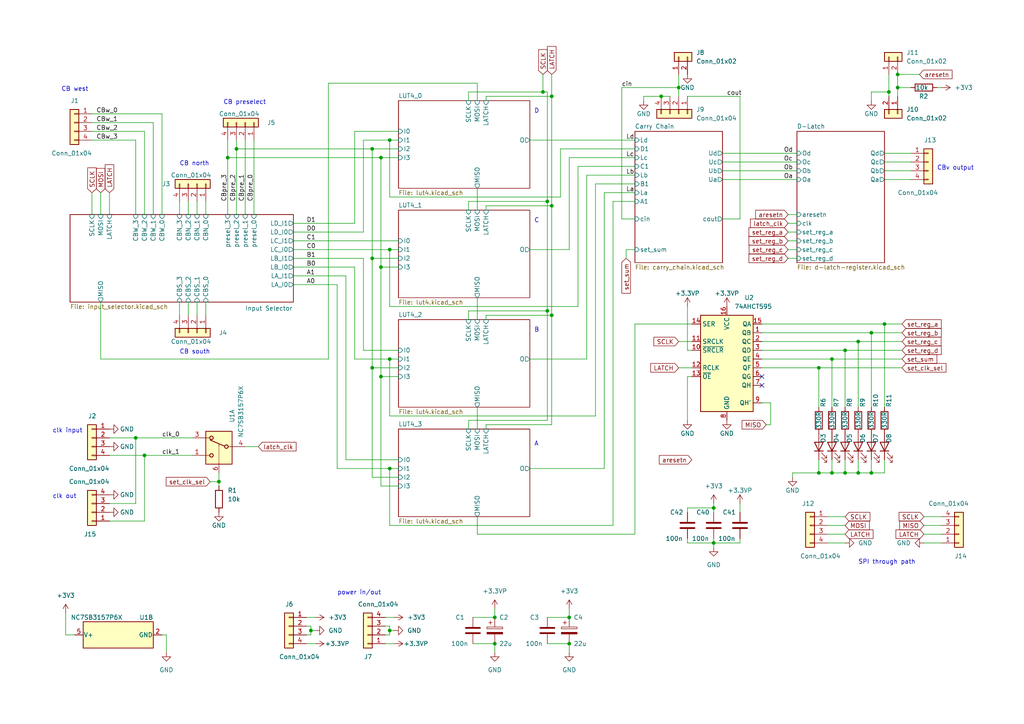
<source format=kicad_sch>
(kicad_sch (version 20230121) (generator eeschema)

  (uuid 2d29d97f-956a-4594-9321-3d88807a498d)

  (paper "A4")

  (lib_symbols
    (symbol "74xx:74AHCT595" (in_bom yes) (on_board yes)
      (property "Reference" "U" (at -7.62 13.97 0)
        (effects (font (size 1.27 1.27)))
      )
      (property "Value" "74AHCT595" (at -7.62 -16.51 0)
        (effects (font (size 1.27 1.27)))
      )
      (property "Footprint" "" (at 0 0 0)
        (effects (font (size 1.27 1.27)) hide)
      )
      (property "Datasheet" "https://assets.nexperia.com/documents/data-sheet/74AHC_AHCT595.pdf" (at 0 0 0)
        (effects (font (size 1.27 1.27)) hide)
      )
      (property "ki_keywords" "AHCTMOS SR 3State" (at 0 0 0)
        (effects (font (size 1.27 1.27)) hide)
      )
      (property "ki_description" "8-bit serial in/out Shift Register 3-State Outputs" (at 0 0 0)
        (effects (font (size 1.27 1.27)) hide)
      )
      (property "ki_fp_filters" "DIP*W7.62mm* SOIC*3.9x9.9mm*P1.27mm* TSSOP*4.4x5mm*P0.65mm* SOIC*5.3x10.2mm*P1.27mm* SOIC*7.5x10.3mm*P1.27mm*" (at 0 0 0)
        (effects (font (size 1.27 1.27)) hide)
      )
      (symbol "74AHCT595_1_0"
        (pin tri_state line (at 10.16 7.62 180) (length 2.54)
          (name "QB" (effects (font (size 1.27 1.27))))
          (number "1" (effects (font (size 1.27 1.27))))
        )
        (pin input line (at -10.16 2.54 0) (length 2.54)
          (name "~{SRCLR}" (effects (font (size 1.27 1.27))))
          (number "10" (effects (font (size 1.27 1.27))))
        )
        (pin input line (at -10.16 5.08 0) (length 2.54)
          (name "SRCLK" (effects (font (size 1.27 1.27))))
          (number "11" (effects (font (size 1.27 1.27))))
        )
        (pin input line (at -10.16 -2.54 0) (length 2.54)
          (name "RCLK" (effects (font (size 1.27 1.27))))
          (number "12" (effects (font (size 1.27 1.27))))
        )
        (pin input line (at -10.16 -5.08 0) (length 2.54)
          (name "~{OE}" (effects (font (size 1.27 1.27))))
          (number "13" (effects (font (size 1.27 1.27))))
        )
        (pin input line (at -10.16 10.16 0) (length 2.54)
          (name "SER" (effects (font (size 1.27 1.27))))
          (number "14" (effects (font (size 1.27 1.27))))
        )
        (pin tri_state line (at 10.16 10.16 180) (length 2.54)
          (name "QA" (effects (font (size 1.27 1.27))))
          (number "15" (effects (font (size 1.27 1.27))))
        )
        (pin power_in line (at 0 15.24 270) (length 2.54)
          (name "VCC" (effects (font (size 1.27 1.27))))
          (number "16" (effects (font (size 1.27 1.27))))
        )
        (pin tri_state line (at 10.16 5.08 180) (length 2.54)
          (name "QC" (effects (font (size 1.27 1.27))))
          (number "2" (effects (font (size 1.27 1.27))))
        )
        (pin tri_state line (at 10.16 2.54 180) (length 2.54)
          (name "QD" (effects (font (size 1.27 1.27))))
          (number "3" (effects (font (size 1.27 1.27))))
        )
        (pin tri_state line (at 10.16 0 180) (length 2.54)
          (name "QE" (effects (font (size 1.27 1.27))))
          (number "4" (effects (font (size 1.27 1.27))))
        )
        (pin tri_state line (at 10.16 -2.54 180) (length 2.54)
          (name "QF" (effects (font (size 1.27 1.27))))
          (number "5" (effects (font (size 1.27 1.27))))
        )
        (pin tri_state line (at 10.16 -5.08 180) (length 2.54)
          (name "QG" (effects (font (size 1.27 1.27))))
          (number "6" (effects (font (size 1.27 1.27))))
        )
        (pin tri_state line (at 10.16 -7.62 180) (length 2.54)
          (name "QH" (effects (font (size 1.27 1.27))))
          (number "7" (effects (font (size 1.27 1.27))))
        )
        (pin power_in line (at 0 -17.78 90) (length 2.54)
          (name "GND" (effects (font (size 1.27 1.27))))
          (number "8" (effects (font (size 1.27 1.27))))
        )
        (pin output line (at 10.16 -12.7 180) (length 2.54)
          (name "QH'" (effects (font (size 1.27 1.27))))
          (number "9" (effects (font (size 1.27 1.27))))
        )
      )
      (symbol "74AHCT595_1_1"
        (rectangle (start -7.62 12.7) (end 7.62 -15.24)
          (stroke (width 0.254) (type default))
          (fill (type background))
        )
      )
    )
    (symbol "Analog_Switch:NC7SB3157P6X" (pin_names (offset 0.127)) (in_bom yes) (on_board yes)
      (property "Reference" "U" (at -3.175 4.699 0)
        (effects (font (size 1.27 1.27)) (justify left))
      )
      (property "Value" "NC7SB3157P6X" (at -3.175 2.921 0)
        (effects (font (size 1.27 1.27)) (justify left))
      )
      (property "Footprint" "Package_TO_SOT_SMD:SOT-363_SC-70-6" (at 0 -7.62 0)
        (effects (font (size 1.27 1.27)) hide)
      )
      (property "Datasheet" "https://www.onsemi.com/pub/Collateral/NC7SB3157-D.PDF" (at 0 0 0)
        (effects (font (size 1.27 1.27)) hide)
      )
      (property "ki_keywords" "CMOS Analog Switch" (at 0 0 0)
        (effects (font (size 1.27 1.27)) hide)
      )
      (property "ki_description" "Single SPDT Low-Voltage Analog Switch or 2:1 Multiplexer/De-Multiplexer Bus Switch, 10Ohm Ron, SC-70-6" (at 0 0 0)
        (effects (font (size 1.27 1.27)) hide)
      )
      (property "ki_fp_filters" "*SC?70*" (at 0 0 0)
        (effects (font (size 1.27 1.27)) hide)
      )
      (symbol "NC7SB3157P6X_1_1"
        (rectangle (start -3.81 1.905) (end 3.81 -7.62)
          (stroke (width 0.254) (type default))
          (fill (type background))
        )
        (circle (center -2.159 -2.54) (radius 0.508)
          (stroke (width 0.254) (type default))
          (fill (type none))
        )
        (polyline
          (pts
            (xy -5.08 -2.54)
            (xy -2.794 -2.54)
          )
          (stroke (width 0) (type default))
          (fill (type none))
        )
        (polyline
          (pts
            (xy -1.651 -2.413)
            (xy 2.54 -0.635)
          )
          (stroke (width 0.254) (type default))
          (fill (type none))
        )
        (polyline
          (pts
            (xy 0 -7.62)
            (xy 0 -7.112)
          )
          (stroke (width 0) (type default))
          (fill (type none))
        )
        (polyline
          (pts
            (xy 0 -6.858)
            (xy 0 -6.604)
          )
          (stroke (width 0) (type default))
          (fill (type none))
        )
        (polyline
          (pts
            (xy 0 -6.35)
            (xy 0 -6.096)
          )
          (stroke (width 0) (type default))
          (fill (type none))
        )
        (polyline
          (pts
            (xy 0 -5.842)
            (xy 0 -5.588)
          )
          (stroke (width 0) (type default))
          (fill (type none))
        )
        (polyline
          (pts
            (xy 0 -5.334)
            (xy 0 -5.08)
          )
          (stroke (width 0) (type default))
          (fill (type none))
        )
        (polyline
          (pts
            (xy 0 -4.826)
            (xy 0 -4.572)
          )
          (stroke (width 0) (type default))
          (fill (type none))
        )
        (polyline
          (pts
            (xy 0 -4.318)
            (xy 0 -4.064)
          )
          (stroke (width 0) (type default))
          (fill (type none))
        )
        (polyline
          (pts
            (xy 0 -3.81)
            (xy 0 -3.556)
          )
          (stroke (width 0) (type default))
          (fill (type none))
        )
        (polyline
          (pts
            (xy 0 -3.302)
            (xy 0 -3.048)
          )
          (stroke (width 0) (type default))
          (fill (type none))
        )
        (polyline
          (pts
            (xy 0 -2.794)
            (xy 0 -2.54)
          )
          (stroke (width 0) (type default))
          (fill (type none))
        )
        (polyline
          (pts
            (xy 0 -2.286)
            (xy 0 -2.032)
          )
          (stroke (width 0) (type default))
          (fill (type none))
        )
        (polyline
          (pts
            (xy 0 -2.286)
            (xy 0 -2.032)
          )
          (stroke (width 0) (type default))
          (fill (type none))
        )
        (polyline
          (pts
            (xy 5.08 -5.08)
            (xy 2.794 -5.08)
          )
          (stroke (width 0) (type default))
          (fill (type none))
        )
        (polyline
          (pts
            (xy 5.08 0)
            (xy 2.794 0)
          )
          (stroke (width 0) (type default))
          (fill (type none))
        )
        (circle (center 2.159 -5.08) (radius 0.508)
          (stroke (width 0.254) (type default))
          (fill (type none))
        )
        (circle (center 2.159 0) (radius 0.508)
          (stroke (width 0.254) (type default))
          (fill (type none))
        )
        (pin passive line (at 7.62 -5.08 180) (length 2.54)
          (name "~" (effects (font (size 1.27 1.27))))
          (number "1" (effects (font (size 1.27 1.27))))
        )
        (pin passive line (at 7.62 0 180) (length 2.54)
          (name "~" (effects (font (size 1.27 1.27))))
          (number "3" (effects (font (size 1.27 1.27))))
        )
        (pin passive line (at -7.62 -2.54 0) (length 2.54)
          (name "~" (effects (font (size 1.27 1.27))))
          (number "4" (effects (font (size 1.27 1.27))))
        )
        (pin input line (at 0 -10.16 90) (length 2.54)
          (name "~" (effects (font (size 1.27 1.27))))
          (number "6" (effects (font (size 1.27 1.27))))
        )
      )
      (symbol "NC7SB3157P6X_2_0"
        (pin power_in line (at 0 -12.7 90) (length 2.54)
          (name "GND" (effects (font (size 1.27 1.27))))
          (number "2" (effects (font (size 1.27 1.27))))
        )
        (pin power_in line (at 0 12.7 270) (length 2.54)
          (name "V+" (effects (font (size 1.27 1.27))))
          (number "5" (effects (font (size 1.27 1.27))))
        )
      )
      (symbol "NC7SB3157P6X_2_1"
        (rectangle (start -3.81 10.16) (end 3.81 -10.16)
          (stroke (width 0.254) (type default))
          (fill (type background))
        )
      )
    )
    (symbol "Connector_Generic:Conn_01x02" (pin_names (offset 1.016) hide) (in_bom yes) (on_board yes)
      (property "Reference" "J" (at 0 2.54 0)
        (effects (font (size 1.27 1.27)))
      )
      (property "Value" "Conn_01x02" (at 0 -5.08 0)
        (effects (font (size 1.27 1.27)))
      )
      (property "Footprint" "" (at 0 0 0)
        (effects (font (size 1.27 1.27)) hide)
      )
      (property "Datasheet" "~" (at 0 0 0)
        (effects (font (size 1.27 1.27)) hide)
      )
      (property "ki_keywords" "connector" (at 0 0 0)
        (effects (font (size 1.27 1.27)) hide)
      )
      (property "ki_description" "Generic connector, single row, 01x02, script generated (kicad-library-utils/schlib/autogen/connector/)" (at 0 0 0)
        (effects (font (size 1.27 1.27)) hide)
      )
      (property "ki_fp_filters" "Connector*:*_1x??_*" (at 0 0 0)
        (effects (font (size 1.27 1.27)) hide)
      )
      (symbol "Conn_01x02_1_1"
        (rectangle (start -1.27 -2.413) (end 0 -2.667)
          (stroke (width 0.1524) (type default))
          (fill (type none))
        )
        (rectangle (start -1.27 0.127) (end 0 -0.127)
          (stroke (width 0.1524) (type default))
          (fill (type none))
        )
        (rectangle (start -1.27 1.27) (end 1.27 -3.81)
          (stroke (width 0.254) (type default))
          (fill (type background))
        )
        (pin passive line (at -5.08 0 0) (length 3.81)
          (name "Pin_1" (effects (font (size 1.27 1.27))))
          (number "1" (effects (font (size 1.27 1.27))))
        )
        (pin passive line (at -5.08 -2.54 0) (length 3.81)
          (name "Pin_2" (effects (font (size 1.27 1.27))))
          (number "2" (effects (font (size 1.27 1.27))))
        )
      )
    )
    (symbol "Connector_Generic:Conn_01x04" (pin_names (offset 1.016) hide) (in_bom yes) (on_board yes)
      (property "Reference" "J" (at 0 5.08 0)
        (effects (font (size 1.27 1.27)))
      )
      (property "Value" "Conn_01x04" (at 0 -7.62 0)
        (effects (font (size 1.27 1.27)))
      )
      (property "Footprint" "" (at 0 0 0)
        (effects (font (size 1.27 1.27)) hide)
      )
      (property "Datasheet" "~" (at 0 0 0)
        (effects (font (size 1.27 1.27)) hide)
      )
      (property "ki_keywords" "connector" (at 0 0 0)
        (effects (font (size 1.27 1.27)) hide)
      )
      (property "ki_description" "Generic connector, single row, 01x04, script generated (kicad-library-utils/schlib/autogen/connector/)" (at 0 0 0)
        (effects (font (size 1.27 1.27)) hide)
      )
      (property "ki_fp_filters" "Connector*:*_1x??_*" (at 0 0 0)
        (effects (font (size 1.27 1.27)) hide)
      )
      (symbol "Conn_01x04_1_1"
        (rectangle (start -1.27 -4.953) (end 0 -5.207)
          (stroke (width 0.1524) (type default))
          (fill (type none))
        )
        (rectangle (start -1.27 -2.413) (end 0 -2.667)
          (stroke (width 0.1524) (type default))
          (fill (type none))
        )
        (rectangle (start -1.27 0.127) (end 0 -0.127)
          (stroke (width 0.1524) (type default))
          (fill (type none))
        )
        (rectangle (start -1.27 2.667) (end 0 2.413)
          (stroke (width 0.1524) (type default))
          (fill (type none))
        )
        (rectangle (start -1.27 3.81) (end 1.27 -6.35)
          (stroke (width 0.254) (type default))
          (fill (type background))
        )
        (pin passive line (at -5.08 2.54 0) (length 3.81)
          (name "Pin_1" (effects (font (size 1.27 1.27))))
          (number "1" (effects (font (size 1.27 1.27))))
        )
        (pin passive line (at -5.08 0 0) (length 3.81)
          (name "Pin_2" (effects (font (size 1.27 1.27))))
          (number "2" (effects (font (size 1.27 1.27))))
        )
        (pin passive line (at -5.08 -2.54 0) (length 3.81)
          (name "Pin_3" (effects (font (size 1.27 1.27))))
          (number "3" (effects (font (size 1.27 1.27))))
        )
        (pin passive line (at -5.08 -5.08 0) (length 3.81)
          (name "Pin_4" (effects (font (size 1.27 1.27))))
          (number "4" (effects (font (size 1.27 1.27))))
        )
      )
    )
    (symbol "Device:C" (pin_numbers hide) (pin_names (offset 0.254)) (in_bom yes) (on_board yes)
      (property "Reference" "C" (at 0.635 2.54 0)
        (effects (font (size 1.27 1.27)) (justify left))
      )
      (property "Value" "C" (at 0.635 -2.54 0)
        (effects (font (size 1.27 1.27)) (justify left))
      )
      (property "Footprint" "" (at 0.9652 -3.81 0)
        (effects (font (size 1.27 1.27)) hide)
      )
      (property "Datasheet" "~" (at 0 0 0)
        (effects (font (size 1.27 1.27)) hide)
      )
      (property "ki_keywords" "cap capacitor" (at 0 0 0)
        (effects (font (size 1.27 1.27)) hide)
      )
      (property "ki_description" "Unpolarized capacitor" (at 0 0 0)
        (effects (font (size 1.27 1.27)) hide)
      )
      (property "ki_fp_filters" "C_*" (at 0 0 0)
        (effects (font (size 1.27 1.27)) hide)
      )
      (symbol "C_0_1"
        (polyline
          (pts
            (xy -2.032 -0.762)
            (xy 2.032 -0.762)
          )
          (stroke (width 0.508) (type default))
          (fill (type none))
        )
        (polyline
          (pts
            (xy -2.032 0.762)
            (xy 2.032 0.762)
          )
          (stroke (width 0.508) (type default))
          (fill (type none))
        )
      )
      (symbol "C_1_1"
        (pin passive line (at 0 3.81 270) (length 2.794)
          (name "~" (effects (font (size 1.27 1.27))))
          (number "1" (effects (font (size 1.27 1.27))))
        )
        (pin passive line (at 0 -3.81 90) (length 2.794)
          (name "~" (effects (font (size 1.27 1.27))))
          (number "2" (effects (font (size 1.27 1.27))))
        )
      )
    )
    (symbol "Device:C_Polarized" (pin_numbers hide) (pin_names (offset 0.254)) (in_bom yes) (on_board yes)
      (property "Reference" "C" (at 0.635 2.54 0)
        (effects (font (size 1.27 1.27)) (justify left))
      )
      (property "Value" "C_Polarized" (at 0.635 -2.54 0)
        (effects (font (size 1.27 1.27)) (justify left))
      )
      (property "Footprint" "" (at 0.9652 -3.81 0)
        (effects (font (size 1.27 1.27)) hide)
      )
      (property "Datasheet" "~" (at 0 0 0)
        (effects (font (size 1.27 1.27)) hide)
      )
      (property "ki_keywords" "cap capacitor" (at 0 0 0)
        (effects (font (size 1.27 1.27)) hide)
      )
      (property "ki_description" "Polarized capacitor" (at 0 0 0)
        (effects (font (size 1.27 1.27)) hide)
      )
      (property "ki_fp_filters" "CP_*" (at 0 0 0)
        (effects (font (size 1.27 1.27)) hide)
      )
      (symbol "C_Polarized_0_1"
        (rectangle (start -2.286 0.508) (end 2.286 1.016)
          (stroke (width 0) (type default))
          (fill (type none))
        )
        (polyline
          (pts
            (xy -1.778 2.286)
            (xy -0.762 2.286)
          )
          (stroke (width 0) (type default))
          (fill (type none))
        )
        (polyline
          (pts
            (xy -1.27 2.794)
            (xy -1.27 1.778)
          )
          (stroke (width 0) (type default))
          (fill (type none))
        )
        (rectangle (start 2.286 -0.508) (end -2.286 -1.016)
          (stroke (width 0) (type default))
          (fill (type outline))
        )
      )
      (symbol "C_Polarized_1_1"
        (pin passive line (at 0 3.81 270) (length 2.794)
          (name "~" (effects (font (size 1.27 1.27))))
          (number "1" (effects (font (size 1.27 1.27))))
        )
        (pin passive line (at 0 -3.81 90) (length 2.794)
          (name "~" (effects (font (size 1.27 1.27))))
          (number "2" (effects (font (size 1.27 1.27))))
        )
      )
    )
    (symbol "Device:LED" (pin_numbers hide) (pin_names (offset 1.016) hide) (in_bom yes) (on_board yes)
      (property "Reference" "D" (at 0 2.54 0)
        (effects (font (size 1.27 1.27)))
      )
      (property "Value" "LED" (at 0 -2.54 0)
        (effects (font (size 1.27 1.27)))
      )
      (property "Footprint" "" (at 0 0 0)
        (effects (font (size 1.27 1.27)) hide)
      )
      (property "Datasheet" "~" (at 0 0 0)
        (effects (font (size 1.27 1.27)) hide)
      )
      (property "ki_keywords" "LED diode" (at 0 0 0)
        (effects (font (size 1.27 1.27)) hide)
      )
      (property "ki_description" "Light emitting diode" (at 0 0 0)
        (effects (font (size 1.27 1.27)) hide)
      )
      (property "ki_fp_filters" "LED* LED_SMD:* LED_THT:*" (at 0 0 0)
        (effects (font (size 1.27 1.27)) hide)
      )
      (symbol "LED_0_1"
        (polyline
          (pts
            (xy -1.27 -1.27)
            (xy -1.27 1.27)
          )
          (stroke (width 0.254) (type default))
          (fill (type none))
        )
        (polyline
          (pts
            (xy -1.27 0)
            (xy 1.27 0)
          )
          (stroke (width 0) (type default))
          (fill (type none))
        )
        (polyline
          (pts
            (xy 1.27 -1.27)
            (xy 1.27 1.27)
            (xy -1.27 0)
            (xy 1.27 -1.27)
          )
          (stroke (width 0.254) (type default))
          (fill (type none))
        )
        (polyline
          (pts
            (xy -3.048 -0.762)
            (xy -4.572 -2.286)
            (xy -3.81 -2.286)
            (xy -4.572 -2.286)
            (xy -4.572 -1.524)
          )
          (stroke (width 0) (type default))
          (fill (type none))
        )
        (polyline
          (pts
            (xy -1.778 -0.762)
            (xy -3.302 -2.286)
            (xy -2.54 -2.286)
            (xy -3.302 -2.286)
            (xy -3.302 -1.524)
          )
          (stroke (width 0) (type default))
          (fill (type none))
        )
      )
      (symbol "LED_1_1"
        (pin passive line (at -3.81 0 0) (length 2.54)
          (name "K" (effects (font (size 1.27 1.27))))
          (number "1" (effects (font (size 1.27 1.27))))
        )
        (pin passive line (at 3.81 0 180) (length 2.54)
          (name "A" (effects (font (size 1.27 1.27))))
          (number "2" (effects (font (size 1.27 1.27))))
        )
      )
    )
    (symbol "Device:R" (pin_numbers hide) (pin_names (offset 0)) (in_bom yes) (on_board yes)
      (property "Reference" "R" (at 2.032 0 90)
        (effects (font (size 1.27 1.27)))
      )
      (property "Value" "R" (at 0 0 90)
        (effects (font (size 1.27 1.27)))
      )
      (property "Footprint" "" (at -1.778 0 90)
        (effects (font (size 1.27 1.27)) hide)
      )
      (property "Datasheet" "~" (at 0 0 0)
        (effects (font (size 1.27 1.27)) hide)
      )
      (property "ki_keywords" "R res resistor" (at 0 0 0)
        (effects (font (size 1.27 1.27)) hide)
      )
      (property "ki_description" "Resistor" (at 0 0 0)
        (effects (font (size 1.27 1.27)) hide)
      )
      (property "ki_fp_filters" "R_*" (at 0 0 0)
        (effects (font (size 1.27 1.27)) hide)
      )
      (symbol "R_0_1"
        (rectangle (start -1.016 -2.54) (end 1.016 2.54)
          (stroke (width 0.254) (type default))
          (fill (type none))
        )
      )
      (symbol "R_1_1"
        (pin passive line (at 0 3.81 270) (length 1.27)
          (name "~" (effects (font (size 1.27 1.27))))
          (number "1" (effects (font (size 1.27 1.27))))
        )
        (pin passive line (at 0 -3.81 90) (length 1.27)
          (name "~" (effects (font (size 1.27 1.27))))
          (number "2" (effects (font (size 1.27 1.27))))
        )
      )
    )
    (symbol "power:+3.3VP" (power) (pin_names (offset 0)) (in_bom yes) (on_board yes)
      (property "Reference" "#PWR" (at 3.81 -1.27 0)
        (effects (font (size 1.27 1.27)) hide)
      )
      (property "Value" "+3.3VP" (at 0 2.54 0)
        (effects (font (size 1.27 1.27)))
      )
      (property "Footprint" "" (at 0 0 0)
        (effects (font (size 1.27 1.27)) hide)
      )
      (property "Datasheet" "" (at 0 0 0)
        (effects (font (size 1.27 1.27)) hide)
      )
      (property "ki_keywords" "global power" (at 0 0 0)
        (effects (font (size 1.27 1.27)) hide)
      )
      (property "ki_description" "Power symbol creates a global label with name \"+3.3VP\"" (at 0 0 0)
        (effects (font (size 1.27 1.27)) hide)
      )
      (symbol "+3.3VP_0_0"
        (pin power_in line (at 0 0 90) (length 0) hide
          (name "+3.3VP" (effects (font (size 1.27 1.27))))
          (number "1" (effects (font (size 1.27 1.27))))
        )
      )
      (symbol "+3.3VP_0_1"
        (polyline
          (pts
            (xy -0.762 1.27)
            (xy 0 2.54)
          )
          (stroke (width 0) (type default))
          (fill (type none))
        )
        (polyline
          (pts
            (xy 0 0)
            (xy 0 2.54)
          )
          (stroke (width 0) (type default))
          (fill (type none))
        )
        (polyline
          (pts
            (xy 0 2.54)
            (xy 0.762 1.27)
          )
          (stroke (width 0) (type default))
          (fill (type none))
        )
      )
    )
    (symbol "power:+3V3" (power) (pin_names (offset 0)) (in_bom yes) (on_board yes)
      (property "Reference" "#PWR" (at 0 -3.81 0)
        (effects (font (size 1.27 1.27)) hide)
      )
      (property "Value" "+3V3" (at 0 3.556 0)
        (effects (font (size 1.27 1.27)))
      )
      (property "Footprint" "" (at 0 0 0)
        (effects (font (size 1.27 1.27)) hide)
      )
      (property "Datasheet" "" (at 0 0 0)
        (effects (font (size 1.27 1.27)) hide)
      )
      (property "ki_keywords" "global power" (at 0 0 0)
        (effects (font (size 1.27 1.27)) hide)
      )
      (property "ki_description" "Power symbol creates a global label with name \"+3V3\"" (at 0 0 0)
        (effects (font (size 1.27 1.27)) hide)
      )
      (symbol "+3V3_0_1"
        (polyline
          (pts
            (xy -0.762 1.27)
            (xy 0 2.54)
          )
          (stroke (width 0) (type default))
          (fill (type none))
        )
        (polyline
          (pts
            (xy 0 0)
            (xy 0 2.54)
          )
          (stroke (width 0) (type default))
          (fill (type none))
        )
        (polyline
          (pts
            (xy 0 2.54)
            (xy 0.762 1.27)
          )
          (stroke (width 0) (type default))
          (fill (type none))
        )
      )
      (symbol "+3V3_1_1"
        (pin power_in line (at 0 0 90) (length 0) hide
          (name "+3V3" (effects (font (size 1.27 1.27))))
          (number "1" (effects (font (size 1.27 1.27))))
        )
      )
    )
    (symbol "power:GND" (power) (pin_names (offset 0)) (in_bom yes) (on_board yes)
      (property "Reference" "#PWR" (at 0 -6.35 0)
        (effects (font (size 1.27 1.27)) hide)
      )
      (property "Value" "GND" (at 0 -3.81 0)
        (effects (font (size 1.27 1.27)))
      )
      (property "Footprint" "" (at 0 0 0)
        (effects (font (size 1.27 1.27)) hide)
      )
      (property "Datasheet" "" (at 0 0 0)
        (effects (font (size 1.27 1.27)) hide)
      )
      (property "ki_keywords" "global power" (at 0 0 0)
        (effects (font (size 1.27 1.27)) hide)
      )
      (property "ki_description" "Power symbol creates a global label with name \"GND\" , ground" (at 0 0 0)
        (effects (font (size 1.27 1.27)) hide)
      )
      (symbol "GND_0_1"
        (polyline
          (pts
            (xy 0 0)
            (xy 0 -1.27)
            (xy 1.27 -1.27)
            (xy 0 -2.54)
            (xy -1.27 -1.27)
            (xy 0 -1.27)
          )
          (stroke (width 0) (type default))
          (fill (type none))
        )
      )
      (symbol "GND_1_1"
        (pin power_in line (at 0 0 270) (length 0) hide
          (name "GND" (effects (font (size 1.27 1.27))))
          (number "1" (effects (font (size 1.27 1.27))))
        )
      )
    )
  )

  (junction (at 196.85 25.4) (diameter 0) (color 0 0 0 0)
    (uuid 01695a11-ed8e-42ad-88df-614345baf595)
  )
  (junction (at 110.49 45.72) (diameter 0) (color 0 0 0 0)
    (uuid 0275f167-298c-4df6-b492-5fab3f07923c)
  )
  (junction (at 241.3 137.16) (diameter 0) (color 0 0 0 0)
    (uuid 03b7f564-cb28-4641-8046-fd66871c09a8)
  )
  (junction (at 113.03 40.64) (diameter 0) (color 0 0 0 0)
    (uuid 09f3a153-df3e-460b-948a-bc6e3c5f57d3)
  )
  (junction (at 63.5 139.7) (diameter 0) (color 0 0 0 0)
    (uuid 14997e3e-e539-4715-a810-9a5a8e6df13b)
  )
  (junction (at 110.49 109.22) (diameter 0) (color 0 0 0 0)
    (uuid 1502fb6e-29a7-4751-bd9a-a8aeaf1df0f4)
  )
  (junction (at 143.51 186.69) (diameter 0) (color 0 0 0 0)
    (uuid 1aedba4d-4c40-49e2-8216-beb6e2f40403)
  )
  (junction (at 110.49 77.47) (diameter 0) (color 0 0 0 0)
    (uuid 1be23978-0417-4e83-983e-2208ef96b677)
  )
  (junction (at 207.01 157.48) (diameter 0) (color 0 0 0 0)
    (uuid 1d3bf3ef-8b42-42bf-a8c6-242037409689)
  )
  (junction (at 160.02 59.69) (diameter 0) (color 0 0 0 0)
    (uuid 2390ef82-0ba5-4cf0-9247-4689313ce6bc)
  )
  (junction (at 68.58 43.18) (diameter 0) (color 0 0 0 0)
    (uuid 2469ba8c-63e9-4335-ab8e-94685bb5631c)
  )
  (junction (at 158.75 58.42) (diameter 0) (color 0 0 0 0)
    (uuid 2baf5e38-651c-4ac0-93b1-54b7c2b51c94)
  )
  (junction (at 241.3 104.14) (diameter 0) (color 0 0 0 0)
    (uuid 2c5a339e-7e8f-49a1-8d47-046f4ba11a97)
  )
  (junction (at 207.01 147.32) (diameter 0) (color 0 0 0 0)
    (uuid 2fb1550a-8e2c-4d26-827d-7b63ffef20d3)
  )
  (junction (at 158.75 90.17) (diameter 0) (color 0 0 0 0)
    (uuid 3a86f19d-a881-4616-bf27-43a04aa0860f)
  )
  (junction (at 245.11 101.6) (diameter 0) (color 0 0 0 0)
    (uuid 3ec64a91-a136-4150-a945-6f40d9273d5a)
  )
  (junction (at 113.03 72.39) (diameter 0) (color 0 0 0 0)
    (uuid 408f2842-f0fa-4880-9a96-8df197dd693c)
  )
  (junction (at 245.11 137.16) (diameter 0) (color 0 0 0 0)
    (uuid 4572c6f6-223f-4f4d-bcc7-58aeca5035a7)
  )
  (junction (at 160.02 27.94) (diameter 0) (color 0 0 0 0)
    (uuid 4b250a28-a427-4ec0-844c-1969679b09c2)
  )
  (junction (at 113.03 135.89) (diameter 0) (color 0 0 0 0)
    (uuid 4c990316-2565-4bc8-996b-4f7b3a35e369)
  )
  (junction (at 107.95 43.18) (diameter 0) (color 0 0 0 0)
    (uuid 51c3b0ee-1ce4-4082-b2b7-8a7709da706a)
  )
  (junction (at 160.02 91.44) (diameter 0) (color 0 0 0 0)
    (uuid 661d8862-8679-4b30-9010-f96005d69496)
  )
  (junction (at 107.95 106.68) (diameter 0) (color 0 0 0 0)
    (uuid 707e202a-6b77-420d-bae7-e892bc17cb30)
  )
  (junction (at 165.1 186.69) (diameter 0) (color 0 0 0 0)
    (uuid 73b95db8-cb09-4d4b-935e-67899d862aeb)
  )
  (junction (at 257.81 26.67) (diameter 0) (color 0 0 0 0)
    (uuid 7c61782a-9b4a-49ec-9ac5-e9fa04188ba8)
  )
  (junction (at 252.73 137.16) (diameter 0) (color 0 0 0 0)
    (uuid 849a4b9a-4ff3-4619-9fbc-a22508874c43)
  )
  (junction (at 165.1 179.07) (diameter 0) (color 0 0 0 0)
    (uuid 85a00415-1875-4669-b955-9ea785c4774b)
  )
  (junction (at 260.35 21.59) (diameter 0) (color 0 0 0 0)
    (uuid 90989c9e-e339-47d5-b51a-9728546d9e91)
  )
  (junction (at 41.91 132.08) (diameter 0) (color 0 0 0 0)
    (uuid 94295510-c385-4188-9ac6-4b0ca7fe941c)
  )
  (junction (at 143.51 179.07) (diameter 0) (color 0 0 0 0)
    (uuid 9519531e-8532-409e-a51c-44a3cdf93342)
  )
  (junction (at 90.17 182.88) (diameter 0) (color 0 0 0 0)
    (uuid 95af9b53-64a6-4e2d-86e7-cf28bffad91e)
  )
  (junction (at 113.03 104.14) (diameter 0) (color 0 0 0 0)
    (uuid 9b30c02a-5ade-43e4-a030-b081f04b411b)
  )
  (junction (at 39.37 127) (diameter 0) (color 0 0 0 0)
    (uuid 9fa7f205-1820-4324-b7a3-9b8fbd1fdbea)
  )
  (junction (at 248.92 137.16) (diameter 0) (color 0 0 0 0)
    (uuid adc90dff-632c-4b06-a389-64d3c3a81a23)
  )
  (junction (at 256.54 93.98) (diameter 0) (color 0 0 0 0)
    (uuid b38fdfc8-3c5d-486b-b999-23d7ff9efc6d)
  )
  (junction (at 191.77 27.94) (diameter 0) (color 0 0 0 0)
    (uuid baf397f4-ec89-4d0f-b7b5-97d1b16edfbb)
  )
  (junction (at 157.48 26.67) (diameter 0) (color 0 0 0 0)
    (uuid bfff4a93-2de3-4484-bc54-3a28a0cf1eb4)
  )
  (junction (at 252.73 96.52) (diameter 0) (color 0 0 0 0)
    (uuid c87f7a0e-72a9-4995-ad50-b74ded7ae50f)
  )
  (junction (at 237.49 106.68) (diameter 0) (color 0 0 0 0)
    (uuid c901abda-b696-437d-9d76-840dae1fdcf3)
  )
  (junction (at 113.03 182.88) (diameter 0) (color 0 0 0 0)
    (uuid ca9e418e-6003-446d-bc59-a715ddf4448a)
  )
  (junction (at 66.04 45.72) (diameter 0) (color 0 0 0 0)
    (uuid d0543a0d-a8c8-4e37-80f0-ad3cd6fbed45)
  )
  (junction (at 107.95 74.93) (diameter 0) (color 0 0 0 0)
    (uuid df0de930-5ea0-4167-8c32-54fc27f971a1)
  )
  (junction (at 248.92 99.06) (diameter 0) (color 0 0 0 0)
    (uuid e8589a19-2234-40bb-abb9-9f2cb87176b8)
  )
  (junction (at 237.49 137.16) (diameter 0) (color 0 0 0 0)
    (uuid f036b14e-ccd1-471d-a715-af8956e6b6ad)
  )
  (junction (at 260.35 25.4) (diameter 0) (color 0 0 0 0)
    (uuid f805abcc-9122-4fe4-91a6-8198be7b9f43)
  )

  (no_connect (at 220.98 111.76) (uuid 560e6f08-ae97-4901-a143-e5af63b5e00d))
  (no_connect (at 220.98 109.22) (uuid e2966bac-160a-4227-b4f6-f97403d22615))

  (wire (pts (xy 160.02 59.69) (xy 160.02 27.94))
    (stroke (width 0) (type default))
    (uuid 000508c9-acd4-45fb-b4dc-14c4a1a23ae5)
  )
  (wire (pts (xy 137.16 179.07) (xy 143.51 179.07))
    (stroke (width 0) (type default))
    (uuid 02128e5a-f006-48bb-8401-2be127fca57a)
  )
  (wire (pts (xy 113.03 182.88) (xy 113.03 181.61))
    (stroke (width 0) (type default))
    (uuid 02bf9ae7-235f-4877-931e-84c225a8b363)
  )
  (wire (pts (xy 107.95 43.18) (xy 107.95 74.93))
    (stroke (width 0) (type default))
    (uuid 041d4472-7c27-46fa-a382-aae718321a99)
  )
  (wire (pts (xy 214.63 63.5) (xy 214.63 27.94))
    (stroke (width 0) (type default))
    (uuid 04c1a97d-7a1d-453b-862a-30a3e1608415)
  )
  (wire (pts (xy 158.75 121.92) (xy 135.89 121.92))
    (stroke (width 0) (type default))
    (uuid 06ea15ff-b1f4-4c8e-aa1d-eec8033beb76)
  )
  (wire (pts (xy 85.09 80.01) (xy 100.33 80.01))
    (stroke (width 0) (type default))
    (uuid 076b0cf5-5f74-44f6-8240-824de71328b3)
  )
  (wire (pts (xy 199.39 148.59) (xy 199.39 147.32))
    (stroke (width 0) (type default))
    (uuid 07e63ceb-d46e-4f82-966b-3b91a5b8f7de)
  )
  (wire (pts (xy 57.15 87.63) (xy 57.15 91.44))
    (stroke (width 0) (type default))
    (uuid 08119f40-fd0c-404a-a3ee-725710e79f96)
  )
  (wire (pts (xy 140.97 27.94) (xy 160.02 27.94))
    (stroke (width 0) (type default))
    (uuid 0976e682-57aa-4931-bdbc-c1d11de07e80)
  )
  (wire (pts (xy 223.52 123.19) (xy 223.52 116.84))
    (stroke (width 0) (type default))
    (uuid 09a31165-0fe1-4f87-8d9c-d5ce29f94565)
  )
  (wire (pts (xy 180.34 25.4) (xy 180.34 63.5))
    (stroke (width 0) (type default))
    (uuid 0c64dcce-48fe-4d64-a24d-5f95d3a5c6d1)
  )
  (wire (pts (xy 102.87 104.14) (xy 102.87 77.47))
    (stroke (width 0) (type default))
    (uuid 0c8cee30-8053-4426-abf9-e2f5d43d69cd)
  )
  (wire (pts (xy 115.57 38.1) (xy 102.87 38.1))
    (stroke (width 0) (type default))
    (uuid 0ccc3484-77a3-4b5f-9fc1-a1b3ea92fd51)
  )
  (wire (pts (xy 162.56 43.18) (xy 184.15 43.18))
    (stroke (width 0) (type default))
    (uuid 0d2ff9ed-d000-4323-a052-0164461a70ef)
  )
  (wire (pts (xy 111.76 184.15) (xy 113.03 184.15))
    (stroke (width 0) (type default))
    (uuid 0d3bf111-123d-4f27-a2e5-9661e5a6fb78)
  )
  (wire (pts (xy 165.1 45.72) (xy 165.1 72.39))
    (stroke (width 0) (type default))
    (uuid 0d4c19c6-a7ad-4edc-8dac-8025cc101a4e)
  )
  (wire (pts (xy 113.03 152.4) (xy 113.03 135.89))
    (stroke (width 0) (type default))
    (uuid 0fef4c4f-9f78-45af-8f0e-c50aa60f134a)
  )
  (wire (pts (xy 241.3 104.14) (xy 261.62 104.14))
    (stroke (width 0) (type default))
    (uuid 10283f67-184e-442b-9a21-a0d09d9d861b)
  )
  (wire (pts (xy 158.75 26.67) (xy 158.75 58.42))
    (stroke (width 0) (type default))
    (uuid 106023a6-f234-4cc1-9221-77374044e967)
  )
  (wire (pts (xy 113.03 184.15) (xy 113.03 182.88))
    (stroke (width 0) (type default))
    (uuid 108b510f-bdcf-412f-80f3-fde284ff3a29)
  )
  (wire (pts (xy 31.75 55.88) (xy 31.75 62.23))
    (stroke (width 0) (type default))
    (uuid 10b6dc69-87af-4293-9ae0-3c2df60f676d)
  )
  (wire (pts (xy 220.98 96.52) (xy 252.73 96.52))
    (stroke (width 0) (type default))
    (uuid 11416aaa-3955-434a-a520-c45d03ac1967)
  )
  (wire (pts (xy 113.03 135.89) (xy 97.79 135.89))
    (stroke (width 0) (type default))
    (uuid 13794514-f635-4b6a-8911-fd4f91d77088)
  )
  (wire (pts (xy 102.87 104.14) (xy 113.03 104.14))
    (stroke (width 0) (type default))
    (uuid 15480b26-2fdb-4cb3-93e4-f3d58d14c7a8)
  )
  (wire (pts (xy 245.11 133.35) (xy 245.11 137.16))
    (stroke (width 0) (type default))
    (uuid 179e3c76-2fdc-431b-a80b-8c4a4ba298b2)
  )
  (wire (pts (xy 107.95 43.18) (xy 115.57 43.18))
    (stroke (width 0) (type default))
    (uuid 1892763f-4a7c-497a-af5b-0a2d66cba806)
  )
  (wire (pts (xy 248.92 133.35) (xy 248.92 137.16))
    (stroke (width 0) (type default))
    (uuid 191704d4-eba4-48f4-ade6-a801bd0f20df)
  )
  (wire (pts (xy 196.85 106.68) (xy 200.66 106.68))
    (stroke (width 0) (type default))
    (uuid 19e8ec42-59a3-4c88-bdc8-a3723a6ad69e)
  )
  (wire (pts (xy 95.25 104.14) (xy 95.25 24.13))
    (stroke (width 0) (type default))
    (uuid 1ad31961-f5f8-49ae-bed7-c4c74b7c9720)
  )
  (wire (pts (xy 135.89 29.21) (xy 135.89 26.67))
    (stroke (width 0) (type default))
    (uuid 1b8c2d6a-25bd-4396-873d-63fb092191c3)
  )
  (wire (pts (xy 199.39 88.9) (xy 199.39 101.6))
    (stroke (width 0) (type default))
    (uuid 1b960cae-6b55-4301-94a8-ce88ed4c2623)
  )
  (wire (pts (xy 52.07 58.42) (xy 52.07 62.23))
    (stroke (width 0) (type default))
    (uuid 1cc6cd66-8d54-413b-9332-536e98f1799e)
  )
  (wire (pts (xy 220.98 104.14) (xy 241.3 104.14))
    (stroke (width 0) (type default))
    (uuid 1dae75c5-6769-4914-a764-b71eb247c835)
  )
  (wire (pts (xy 73.66 40.64) (xy 73.66 62.23))
    (stroke (width 0) (type default))
    (uuid 1f9e67b5-54ed-4c63-a631-b86372613120)
  )
  (wire (pts (xy 140.97 92.71) (xy 140.97 91.44))
    (stroke (width 0) (type default))
    (uuid 20b661dd-4afb-49ac-922f-f98b65f589be)
  )
  (wire (pts (xy 68.58 40.64) (xy 68.58 43.18))
    (stroke (width 0) (type default))
    (uuid 22ebb857-4e58-4ed7-96c7-9d95ba07307d)
  )
  (wire (pts (xy 113.03 40.64) (xy 113.03 57.15))
    (stroke (width 0) (type default))
    (uuid 231adfc7-2944-4bd5-bafc-73690438812b)
  )
  (wire (pts (xy 107.95 74.93) (xy 115.57 74.93))
    (stroke (width 0) (type default))
    (uuid 23d8dc74-017d-4cab-bf75-f49f7cda3151)
  )
  (wire (pts (xy 252.73 26.67) (xy 252.73 29.21))
    (stroke (width 0) (type default))
    (uuid 243a4e43-08f3-42c5-b011-ae386c1b2958)
  )
  (wire (pts (xy 228.6 62.23) (xy 231.14 62.23))
    (stroke (width 0) (type default))
    (uuid 262e1ed9-835e-406a-a198-d4466c4a80bf)
  )
  (wire (pts (xy 248.92 137.16) (xy 252.73 137.16))
    (stroke (width 0) (type default))
    (uuid 2764edb5-fd87-47ca-bed6-c768bc0a9f50)
  )
  (wire (pts (xy 158.75 58.42) (xy 135.89 58.42))
    (stroke (width 0) (type default))
    (uuid 2be6128f-acf5-4346-92f1-7dc98412d5df)
  )
  (wire (pts (xy 153.67 135.89) (xy 175.26 135.89))
    (stroke (width 0) (type default))
    (uuid 2d4c6ad6-e86a-4491-9902-0a02699668ef)
  )
  (wire (pts (xy 191.77 27.94) (xy 194.31 27.94))
    (stroke (width 0) (type default))
    (uuid 2d9f8b4d-54eb-4ede-b286-8cdb58dfdf3d)
  )
  (wire (pts (xy 196.85 25.4) (xy 196.85 27.94))
    (stroke (width 0) (type default))
    (uuid 2dddae89-ea42-4de4-8a1a-98ce5f69d8c5)
  )
  (wire (pts (xy 66.04 45.72) (xy 110.49 45.72))
    (stroke (width 0) (type default))
    (uuid 2ea9c835-961d-4abc-a810-5bdbc8066af0)
  )
  (wire (pts (xy 256.54 44.45) (xy 264.16 44.45))
    (stroke (width 0) (type default))
    (uuid 2fa287db-5354-46d7-8cfc-87b5a780acc9)
  )
  (wire (pts (xy 88.9 184.15) (xy 90.17 184.15))
    (stroke (width 0) (type default))
    (uuid 31e4538a-9028-41e4-bd40-a2fdfee8c725)
  )
  (wire (pts (xy 29.21 55.88) (xy 29.21 62.23))
    (stroke (width 0) (type default))
    (uuid 31f97bb8-dc6e-41b5-beab-1787d93ee29f)
  )
  (wire (pts (xy 140.97 124.46) (xy 140.97 123.19))
    (stroke (width 0) (type default))
    (uuid 32242fe0-95ab-40ab-91c7-dcebd4443b4a)
  )
  (wire (pts (xy 209.55 52.07) (xy 231.14 52.07))
    (stroke (width 0) (type default))
    (uuid 3328b5c5-3275-4b15-8e00-10e86ab6041d)
  )
  (wire (pts (xy 177.8 58.42) (xy 177.8 152.4))
    (stroke (width 0) (type default))
    (uuid 36a4cb7c-4eee-4f4c-a556-dc3fc245ff5f)
  )
  (wire (pts (xy 199.39 157.48) (xy 199.39 156.21))
    (stroke (width 0) (type default))
    (uuid 370427ba-fb51-4895-a24e-ce925c88f51f)
  )
  (wire (pts (xy 52.07 87.63) (xy 52.07 91.44))
    (stroke (width 0) (type default))
    (uuid 37533cbc-fb60-4496-88a9-59f4fbd6b6ae)
  )
  (wire (pts (xy 26.67 40.64) (xy 39.37 40.64))
    (stroke (width 0) (type default))
    (uuid 382ba314-3e1a-477f-9386-76a9fc5c72b8)
  )
  (wire (pts (xy 186.69 29.21) (xy 186.69 27.94))
    (stroke (width 0) (type default))
    (uuid 39435394-8e3c-448d-a11b-941431cd2729)
  )
  (wire (pts (xy 207.01 156.21) (xy 207.01 157.48))
    (stroke (width 0) (type default))
    (uuid 398ecb5e-60a3-4430-a89a-b87a2a7f5091)
  )
  (wire (pts (xy 257.81 21.59) (xy 257.81 26.67))
    (stroke (width 0) (type default))
    (uuid 39f68c85-6520-4195-a324-f6cc938a09e1)
  )
  (wire (pts (xy 240.03 154.94) (xy 245.11 154.94))
    (stroke (width 0) (type default))
    (uuid 3ac48751-24de-49a1-b1d3-73712fafcd49)
  )
  (wire (pts (xy 220.98 106.68) (xy 237.49 106.68))
    (stroke (width 0) (type default))
    (uuid 3af0837a-98aa-4460-b81f-65b66061d206)
  )
  (wire (pts (xy 100.33 80.01) (xy 100.33 133.35))
    (stroke (width 0) (type default))
    (uuid 3b6232ef-8310-4c2e-a71d-394a99af37dd)
  )
  (wire (pts (xy 158.75 58.42) (xy 158.75 90.17))
    (stroke (width 0) (type default))
    (uuid 3b9394c6-2724-4030-9557-bd55b26f547a)
  )
  (wire (pts (xy 199.39 109.22) (xy 200.66 109.22))
    (stroke (width 0) (type default))
    (uuid 3e3971bc-023c-47c8-b6c8-2c1ee875855c)
  )
  (wire (pts (xy 167.64 88.9) (xy 167.64 48.26))
    (stroke (width 0) (type default))
    (uuid 3edbb191-b8a1-42e4-9fbd-1ad815496ae3)
  )
  (wire (pts (xy 165.1 186.69) (xy 165.1 189.23))
    (stroke (width 0) (type default))
    (uuid 3f920e33-4fda-4451-b388-7c2349dce960)
  )
  (wire (pts (xy 105.41 40.64) (xy 113.03 40.64))
    (stroke (width 0) (type default))
    (uuid 401bb0fc-272e-4a01-a2aa-772332159093)
  )
  (wire (pts (xy 63.5 139.7) (xy 63.5 140.97))
    (stroke (width 0) (type default))
    (uuid 41bcb314-2544-49d2-a8d8-16ea18dcc2f3)
  )
  (wire (pts (xy 196.85 21.59) (xy 196.85 25.4))
    (stroke (width 0) (type default))
    (uuid 4414e4da-90e9-4474-bb6e-16542655792d)
  )
  (wire (pts (xy 107.95 138.43) (xy 115.57 138.43))
    (stroke (width 0) (type default))
    (uuid 453dadc8-07d6-4942-8387-fc75cd20fae0)
  )
  (wire (pts (xy 85.09 67.31) (xy 105.41 67.31))
    (stroke (width 0) (type default))
    (uuid 461ab88a-41fe-4708-a0b4-8b2d07bf6103)
  )
  (wire (pts (xy 256.54 46.99) (xy 264.16 46.99))
    (stroke (width 0) (type default))
    (uuid 464a60eb-b522-4c8c-8573-56f6309371b6)
  )
  (wire (pts (xy 137.16 186.69) (xy 143.51 186.69))
    (stroke (width 0) (type default))
    (uuid 46947f3a-b11e-4167-8c46-3c0105561e75)
  )
  (wire (pts (xy 228.6 69.85) (xy 231.14 69.85))
    (stroke (width 0) (type default))
    (uuid 4a6a2d53-1076-48a9-bbb3-994f83392d76)
  )
  (wire (pts (xy 102.87 38.1) (xy 102.87 64.77))
    (stroke (width 0) (type default))
    (uuid 4c379e1b-a136-4f4f-b55d-906183c74a9e)
  )
  (wire (pts (xy 157.48 21.59) (xy 157.48 26.67))
    (stroke (width 0) (type default))
    (uuid 4c881b3c-0054-49dc-b528-8cd9b5021c24)
  )
  (wire (pts (xy 143.51 176.53) (xy 143.51 179.07))
    (stroke (width 0) (type default))
    (uuid 4cc7ae1f-4569-4486-96a5-67bb1b426351)
  )
  (wire (pts (xy 88.9 186.69) (xy 91.44 186.69))
    (stroke (width 0) (type default))
    (uuid 4cf156d2-acc1-43be-a607-6b0932957ddc)
  )
  (wire (pts (xy 111.76 179.07) (xy 114.3 179.07))
    (stroke (width 0) (type default))
    (uuid 4d68041e-41b9-4322-bffd-28cc75603fd7)
  )
  (wire (pts (xy 228.6 72.39) (xy 231.14 72.39))
    (stroke (width 0) (type default))
    (uuid 4f3fe023-4155-4a90-a80c-1617a5c76ab7)
  )
  (wire (pts (xy 267.97 154.94) (xy 273.05 154.94))
    (stroke (width 0) (type default))
    (uuid 4f4507a9-c705-4e31-a815-4106ae23c089)
  )
  (wire (pts (xy 199.39 109.22) (xy 199.39 121.92))
    (stroke (width 0) (type default))
    (uuid 504b3594-edb9-49e0-a627-9d887edad2fe)
  )
  (wire (pts (xy 256.54 133.35) (xy 256.54 137.16))
    (stroke (width 0) (type default))
    (uuid 51594f8d-9819-4a5a-80c3-406a54065fb3)
  )
  (wire (pts (xy 66.04 62.23) (xy 66.04 45.72))
    (stroke (width 0) (type default))
    (uuid 52305337-0c56-41ed-8dd5-057809a15206)
  )
  (wire (pts (xy 260.35 25.4) (xy 264.16 25.4))
    (stroke (width 0) (type default))
    (uuid 55d7c464-3f97-41ac-9ede-58497dd9bfed)
  )
  (wire (pts (xy 220.98 99.06) (xy 248.92 99.06))
    (stroke (width 0) (type default))
    (uuid 5883de7d-9f89-45ed-bda8-dd20d4b218be)
  )
  (wire (pts (xy 54.61 87.63) (xy 54.61 91.44))
    (stroke (width 0) (type default))
    (uuid 59115b85-c488-4854-9559-13f4c040c85f)
  )
  (wire (pts (xy 31.75 146.05) (xy 39.37 146.05))
    (stroke (width 0) (type default))
    (uuid 5a0bb739-87a6-4870-a46f-8b1098255957)
  )
  (wire (pts (xy 220.98 93.98) (xy 256.54 93.98))
    (stroke (width 0) (type default))
    (uuid 5c91e885-7cb3-4eb9-bdc1-752d0362a74e)
  )
  (wire (pts (xy 29.21 104.14) (xy 95.25 104.14))
    (stroke (width 0) (type default))
    (uuid 5cdda231-4de4-448c-aa49-4c805ec6940f)
  )
  (wire (pts (xy 252.73 133.35) (xy 252.73 137.16))
    (stroke (width 0) (type default))
    (uuid 612b361f-cf55-4a82-9216-378188ca48a5)
  )
  (wire (pts (xy 26.67 55.88) (xy 26.67 62.23))
    (stroke (width 0) (type default))
    (uuid 61779c1f-3ab6-40b6-9f04-29785ed1eb04)
  )
  (wire (pts (xy 240.03 149.86) (xy 245.11 149.86))
    (stroke (width 0) (type default))
    (uuid 629f4176-4b16-4cdd-ba99-3374e7ea9f8f)
  )
  (wire (pts (xy 21.59 184.15) (xy 19.05 184.15))
    (stroke (width 0) (type default))
    (uuid 643e3fe7-9550-4266-9b5b-fcd8d9988bb5)
  )
  (wire (pts (xy 240.03 157.48) (xy 245.11 157.48))
    (stroke (width 0) (type default))
    (uuid 64c0e524-02ff-4649-9e53-40451ebba1d9)
  )
  (wire (pts (xy 170.18 50.8) (xy 184.15 50.8))
    (stroke (width 0) (type default))
    (uuid 6795212c-927b-4890-b23c-ecdbdc98b06c)
  )
  (wire (pts (xy 237.49 106.68) (xy 261.62 106.68))
    (stroke (width 0) (type default))
    (uuid 696ff183-c004-44dd-bcde-8cfcd286d49f)
  )
  (wire (pts (xy 46.99 62.23) (xy 46.99 33.02))
    (stroke (width 0) (type default))
    (uuid 6a2bea6f-dce1-4d60-a50e-49267135249a)
  )
  (wire (pts (xy 90.17 182.88) (xy 90.17 181.61))
    (stroke (width 0) (type default))
    (uuid 6a8ab5bb-cfee-4d7a-b74a-6c87d40140af)
  )
  (wire (pts (xy 41.91 151.13) (xy 41.91 132.08))
    (stroke (width 0) (type default))
    (uuid 6b2b2032-fdd8-4c62-91d2-75b9168cf98c)
  )
  (wire (pts (xy 207.01 157.48) (xy 207.01 158.75))
    (stroke (width 0) (type default))
    (uuid 6c40e97e-7fa8-4ef6-8846-20ec9eb452be)
  )
  (wire (pts (xy 245.11 137.16) (xy 248.92 137.16))
    (stroke (width 0) (type default))
    (uuid 6d68c0fa-307f-490e-8c36-ebd611d31fff)
  )
  (wire (pts (xy 160.02 21.59) (xy 160.02 27.94))
    (stroke (width 0) (type default))
    (uuid 6df9a017-a945-435d-812c-8c7625143230)
  )
  (wire (pts (xy 158.75 90.17) (xy 158.75 121.92))
    (stroke (width 0) (type default))
    (uuid 6fc68f32-0411-4461-9cb5-59f7008a76be)
  )
  (wire (pts (xy 256.54 49.53) (xy 264.16 49.53))
    (stroke (width 0) (type default))
    (uuid 6ffff1b0-e3df-43bc-8a6a-d553d08b9184)
  )
  (wire (pts (xy 63.5 139.7) (xy 63.5 137.16))
    (stroke (width 0) (type default))
    (uuid 729653ee-e8f8-495e-b0e4-6d095032e4c7)
  )
  (wire (pts (xy 85.09 77.47) (xy 102.87 77.47))
    (stroke (width 0) (type default))
    (uuid 73346d0f-e122-44d3-bd67-c49bd8754022)
  )
  (wire (pts (xy 209.55 44.45) (xy 231.14 44.45))
    (stroke (width 0) (type default))
    (uuid 73fb35f8-74a1-4e5c-b251-eb8a4057b3fc)
  )
  (wire (pts (xy 196.85 99.06) (xy 200.66 99.06))
    (stroke (width 0) (type default))
    (uuid 74d9f947-26a6-4575-8304-fb0564ce20e0)
  )
  (wire (pts (xy 260.35 21.59) (xy 266.7 21.59))
    (stroke (width 0) (type default))
    (uuid 7516fa1c-7769-480d-9577-5d601c1c32fc)
  )
  (wire (pts (xy 158.75 186.69) (xy 165.1 186.69))
    (stroke (width 0) (type default))
    (uuid 7653f324-b76c-4208-bab0-17570883d368)
  )
  (wire (pts (xy 207.01 146.05) (xy 207.01 147.32))
    (stroke (width 0) (type default))
    (uuid 76bc5841-8f02-46d6-9de5-c56db4c0ea58)
  )
  (wire (pts (xy 138.43 149.86) (xy 138.43 154.94))
    (stroke (width 0) (type default))
    (uuid 77f9d588-0e38-4dbe-b1ce-223c7078faac)
  )
  (wire (pts (xy 31.75 132.08) (xy 41.91 132.08))
    (stroke (width 0) (type default))
    (uuid 78c5206b-652d-4c1e-a91e-93f589c54ce1)
  )
  (wire (pts (xy 113.03 104.14) (xy 115.57 104.14))
    (stroke (width 0) (type default))
    (uuid 78c5b19f-fe6b-4028-b3aa-42eaeee85da6)
  )
  (wire (pts (xy 138.43 86.36) (xy 138.43 92.71))
    (stroke (width 0) (type default))
    (uuid 7a7726ed-660b-4f28-a499-b21c94ea9880)
  )
  (wire (pts (xy 71.12 40.64) (xy 71.12 62.23))
    (stroke (width 0) (type default))
    (uuid 7baccbd2-8c1d-414f-bef8-cbf2a6fcaabe)
  )
  (wire (pts (xy 54.61 58.42) (xy 54.61 62.23))
    (stroke (width 0) (type default))
    (uuid 7c05d56b-e23c-4c30-8534-225b8983b18c)
  )
  (wire (pts (xy 143.51 186.69) (xy 143.51 189.23))
    (stroke (width 0) (type default))
    (uuid 7c206d8c-e7a7-47b5-978b-f68338b938f3)
  )
  (wire (pts (xy 199.39 147.32) (xy 207.01 147.32))
    (stroke (width 0) (type default))
    (uuid 7ce58b90-65a8-4ae8-8a1d-22318571ba53)
  )
  (wire (pts (xy 172.72 53.34) (xy 184.15 53.34))
    (stroke (width 0) (type default))
    (uuid 7f13ed81-6f7e-439a-83fc-5c37c6e49717)
  )
  (wire (pts (xy 140.97 60.96) (xy 140.97 59.69))
    (stroke (width 0) (type default))
    (uuid 7f2ff51f-400d-4f4c-b53c-627e4196ee2d)
  )
  (wire (pts (xy 135.89 90.17) (xy 158.75 90.17))
    (stroke (width 0) (type default))
    (uuid 7f8d644f-59a4-4ef3-a0c1-615d43ad9d55)
  )
  (wire (pts (xy 113.03 72.39) (xy 113.03 88.9))
    (stroke (width 0) (type default))
    (uuid 7fbbeaff-df69-4555-bf4e-fcd628969014)
  )
  (wire (pts (xy 57.15 58.42) (xy 57.15 62.23))
    (stroke (width 0) (type default))
    (uuid 7febcd79-83d9-470f-bf96-c9918efee9a4)
  )
  (wire (pts (xy 167.64 48.26) (xy 184.15 48.26))
    (stroke (width 0) (type default))
    (uuid 80babc37-6eac-4dbd-8c90-5d02a0158753)
  )
  (wire (pts (xy 100.33 133.35) (xy 115.57 133.35))
    (stroke (width 0) (type default))
    (uuid 82622008-1e37-4081-b324-c4a816fa0623)
  )
  (wire (pts (xy 90.17 184.15) (xy 90.17 182.88))
    (stroke (width 0) (type default))
    (uuid 87298621-2415-432e-b468-f6f6a49d66a5)
  )
  (wire (pts (xy 186.69 27.94) (xy 191.77 27.94))
    (stroke (width 0) (type default))
    (uuid 87bb1f79-1920-4567-a67c-5f21df056395)
  )
  (wire (pts (xy 241.3 104.14) (xy 241.3 118.11))
    (stroke (width 0) (type default))
    (uuid 880b4816-a625-4769-b7a5-fb61335e6701)
  )
  (wire (pts (xy 214.63 156.21) (xy 214.63 157.48))
    (stroke (width 0) (type default))
    (uuid 89911a6d-f579-4ff1-8cea-e35c7e527c17)
  )
  (wire (pts (xy 46.99 33.02) (xy 26.67 33.02))
    (stroke (width 0) (type default))
    (uuid 8a6b387a-5ca9-4aba-9f6c-36a4b695d682)
  )
  (wire (pts (xy 180.34 25.4) (xy 196.85 25.4))
    (stroke (width 0) (type default))
    (uuid 8b0e6449-b8fc-4b62-b9a2-ec50e2c004aa)
  )
  (wire (pts (xy 85.09 74.93) (xy 105.41 74.93))
    (stroke (width 0) (type default))
    (uuid 8d407447-33ca-4682-b7cf-c099f975ce8a)
  )
  (wire (pts (xy 110.49 77.47) (xy 115.57 77.47))
    (stroke (width 0) (type default))
    (uuid 8f213095-8f81-4864-96c9-8634aa167f97)
  )
  (wire (pts (xy 207.01 147.32) (xy 207.01 148.59))
    (stroke (width 0) (type default))
    (uuid 9007537a-5a86-48f2-8571-99445b5ebd50)
  )
  (wire (pts (xy 162.56 57.15) (xy 162.56 43.18))
    (stroke (width 0) (type default))
    (uuid 92d9ae22-a793-4ac5-bf3c-643f3746eb25)
  )
  (wire (pts (xy 135.89 121.92) (xy 135.89 124.46))
    (stroke (width 0) (type default))
    (uuid 9309703d-bf13-4279-9dfe-e7787005ddeb)
  )
  (wire (pts (xy 48.26 184.15) (xy 46.99 184.15))
    (stroke (width 0) (type default))
    (uuid 93ec2ae6-a501-459c-a32c-9ebbf207c0f2)
  )
  (wire (pts (xy 271.78 25.4) (xy 273.05 25.4))
    (stroke (width 0) (type default))
    (uuid 9414227b-7727-4794-bc93-19cdb4392121)
  )
  (wire (pts (xy 138.43 54.61) (xy 138.43 60.96))
    (stroke (width 0) (type default))
    (uuid 943affaa-23f7-4da0-a949-a79f80bae4ea)
  )
  (wire (pts (xy 115.57 140.97) (xy 110.49 140.97))
    (stroke (width 0) (type default))
    (uuid 94797e06-8084-4f73-beab-47473b4606f3)
  )
  (wire (pts (xy 257.81 26.67) (xy 257.81 27.94))
    (stroke (width 0) (type default))
    (uuid 953e5af3-d597-46f1-8c54-4985d8fcd52c)
  )
  (wire (pts (xy 209.55 46.99) (xy 231.14 46.99))
    (stroke (width 0) (type default))
    (uuid 95f413b4-1f2f-42b1-b540-b016bbc99258)
  )
  (wire (pts (xy 160.02 59.69) (xy 160.02 91.44))
    (stroke (width 0) (type default))
    (uuid 968463a8-3456-4efd-b577-0293a12adb8d)
  )
  (wire (pts (xy 267.97 152.4) (xy 273.05 152.4))
    (stroke (width 0) (type default))
    (uuid 96da9f39-811a-49eb-ab7c-2fac9c8592a4)
  )
  (wire (pts (xy 209.55 49.53) (xy 231.14 49.53))
    (stroke (width 0) (type default))
    (uuid 97583814-12cf-4313-90aa-80e60027c6dd)
  )
  (wire (pts (xy 260.35 21.59) (xy 260.35 25.4))
    (stroke (width 0) (type default))
    (uuid 97ae02cf-8521-49d7-89e6-aa54a4fd9284)
  )
  (wire (pts (xy 252.73 96.52) (xy 252.73 118.11))
    (stroke (width 0) (type default))
    (uuid 98abc5dc-b78b-47ef-9f67-4bb94557a4de)
  )
  (wire (pts (xy 19.05 184.15) (xy 19.05 177.8))
    (stroke (width 0) (type default))
    (uuid 98f6f6c8-8a71-4db8-9e13-7accd4d76364)
  )
  (wire (pts (xy 153.67 40.64) (xy 184.15 40.64))
    (stroke (width 0) (type default))
    (uuid 98f95f37-371c-47c3-aed0-b36336834ade)
  )
  (wire (pts (xy 140.97 59.69) (xy 160.02 59.69))
    (stroke (width 0) (type default))
    (uuid 9c63e40f-6e96-4115-b7b6-2c22d69d115a)
  )
  (wire (pts (xy 39.37 40.64) (xy 39.37 62.23))
    (stroke (width 0) (type default))
    (uuid 9ca9a33f-5237-4f69-99f3-39bbffd9a752)
  )
  (wire (pts (xy 66.04 40.64) (xy 66.04 45.72))
    (stroke (width 0) (type default))
    (uuid 9f612390-2fa1-4a8b-adbb-4c817a9d816d)
  )
  (wire (pts (xy 237.49 137.16) (xy 241.3 137.16))
    (stroke (width 0) (type default))
    (uuid a21130fa-1e1a-47c4-a5f4-d0ee4223e746)
  )
  (wire (pts (xy 95.25 24.13) (xy 138.43 24.13))
    (stroke (width 0) (type default))
    (uuid a2daeb39-5803-4a91-b569-f6bf23bebd43)
  )
  (wire (pts (xy 97.79 82.55) (xy 85.09 82.55))
    (stroke (width 0) (type default))
    (uuid a38c145a-b4ea-4f69-be34-96230ee1f352)
  )
  (wire (pts (xy 200.66 101.6) (xy 199.39 101.6))
    (stroke (width 0) (type default))
    (uuid a3f377ad-1b3a-441e-9c81-750c135b8e99)
  )
  (wire (pts (xy 153.67 104.14) (xy 170.18 104.14))
    (stroke (width 0) (type default))
    (uuid a4aab781-965d-4c9b-96d3-5c7329952ab2)
  )
  (wire (pts (xy 252.73 96.52) (xy 261.62 96.52))
    (stroke (width 0) (type default))
    (uuid a54495e7-7955-4cb6-80c0-31c605480dea)
  )
  (wire (pts (xy 241.3 137.16) (xy 245.11 137.16))
    (stroke (width 0) (type default))
    (uuid a596f83c-dbbc-4b6c-b3ff-99ffed92058b)
  )
  (wire (pts (xy 256.54 118.11) (xy 256.54 93.98))
    (stroke (width 0) (type default))
    (uuid a8573905-fbb1-446b-aaaf-05cb4be1924c)
  )
  (wire (pts (xy 248.92 99.06) (xy 261.62 99.06))
    (stroke (width 0) (type default))
    (uuid a98f8c3c-7a72-4261-8d0f-64d67a68cf7e)
  )
  (wire (pts (xy 184.15 93.98) (xy 200.66 93.98))
    (stroke (width 0) (type default))
    (uuid abb4b462-4763-436d-bb8f-bba25d05add6)
  )
  (wire (pts (xy 245.11 101.6) (xy 261.62 101.6))
    (stroke (width 0) (type default))
    (uuid acbe9e2b-ab1e-4b1b-8621-b1d30203d725)
  )
  (wire (pts (xy 110.49 45.72) (xy 115.57 45.72))
    (stroke (width 0) (type default))
    (uuid adc992ba-af54-433f-a89d-2eb739616682)
  )
  (wire (pts (xy 59.69 58.42) (xy 59.69 62.23))
    (stroke (width 0) (type default))
    (uuid ae81c1b4-1e43-40c9-a83d-2700b6a46fd2)
  )
  (wire (pts (xy 110.49 45.72) (xy 110.49 77.47))
    (stroke (width 0) (type default))
    (uuid af15ab99-5947-4d7a-a195-368ff230a169)
  )
  (wire (pts (xy 107.95 106.68) (xy 107.95 138.43))
    (stroke (width 0) (type default))
    (uuid b05dd168-c01f-494e-89a0-77b55d791638)
  )
  (wire (pts (xy 220.98 116.84) (xy 223.52 116.84))
    (stroke (width 0) (type default))
    (uuid b0e9b904-e82f-4e68-af53-4cf4756116c4)
  )
  (wire (pts (xy 113.03 40.64) (xy 115.57 40.64))
    (stroke (width 0) (type default))
    (uuid b0faeadb-72d8-40e8-bd82-6aef248ab1f9)
  )
  (wire (pts (xy 59.69 87.63) (xy 59.69 91.44))
    (stroke (width 0) (type default))
    (uuid b189cf67-6a35-40bf-b290-bbadce3ffcfc)
  )
  (wire (pts (xy 68.58 43.18) (xy 107.95 43.18))
    (stroke (width 0) (type default))
    (uuid b2b08d86-b247-4a18-92bf-a9637b78e64e)
  )
  (wire (pts (xy 113.03 120.65) (xy 113.03 104.14))
    (stroke (width 0) (type default))
    (uuid b3acedab-b162-4675-a280-3f1fbea317e2)
  )
  (wire (pts (xy 228.6 64.77) (xy 231.14 64.77))
    (stroke (width 0) (type default))
    (uuid b3cb24be-ab4e-47fb-bca6-8d6b44cc3ddd)
  )
  (wire (pts (xy 160.02 91.44) (xy 160.02 123.19))
    (stroke (width 0) (type default))
    (uuid b45f2652-8a10-45c3-b70b-b5e21ff6934a)
  )
  (wire (pts (xy 240.03 152.4) (xy 245.11 152.4))
    (stroke (width 0) (type default))
    (uuid b530753f-1fe2-4241-a16e-13cc9a83d1bb)
  )
  (wire (pts (xy 241.3 133.35) (xy 241.3 137.16))
    (stroke (width 0) (type default))
    (uuid b725324c-aafb-4b55-99c1-83cf99110225)
  )
  (wire (pts (xy 140.97 27.94) (xy 140.97 29.21))
    (stroke (width 0) (type default))
    (uuid b7dae964-9d5d-4453-9901-1ecdab5e5f05)
  )
  (wire (pts (xy 237.49 133.35) (xy 237.49 137.16))
    (stroke (width 0) (type default))
    (uuid b8403881-e84a-4982-adb9-8b613eab903a)
  )
  (wire (pts (xy 172.72 120.65) (xy 113.03 120.65))
    (stroke (width 0) (type default))
    (uuid b8ff8aa2-9c97-4fec-a93d-0f28a24576c4)
  )
  (wire (pts (xy 135.89 26.67) (xy 157.48 26.67))
    (stroke (width 0) (type default))
    (uuid baa3c272-b601-4884-8d00-256bc2a4c72b)
  )
  (wire (pts (xy 256.54 52.07) (xy 264.16 52.07))
    (stroke (width 0) (type default))
    (uuid bb87fa2d-ec1e-48eb-bd94-ef42e697ad3d)
  )
  (wire (pts (xy 110.49 109.22) (xy 115.57 109.22))
    (stroke (width 0) (type default))
    (uuid bbbb5f2b-1b19-41f8-b491-3189c7fd0a89)
  )
  (wire (pts (xy 113.03 181.61) (xy 111.76 181.61))
    (stroke (width 0) (type default))
    (uuid bbe3499c-5d28-446c-99e1-1efaf2fda976)
  )
  (wire (pts (xy 207.01 157.48) (xy 199.39 157.48))
    (stroke (width 0) (type default))
    (uuid be343218-0174-4cf9-afcf-289753991fab)
  )
  (wire (pts (xy 31.75 127) (xy 39.37 127))
    (stroke (width 0) (type default))
    (uuid bed2dc8b-770d-466f-aabf-afebdea11524)
  )
  (wire (pts (xy 256.54 93.98) (xy 261.62 93.98))
    (stroke (width 0) (type default))
    (uuid c0266e29-6917-4a58-9c0b-406e33e464c0)
  )
  (wire (pts (xy 177.8 152.4) (xy 113.03 152.4))
    (stroke (width 0) (type default))
    (uuid c4f163ef-858b-470f-a651-6f6353777aea)
  )
  (wire (pts (xy 184.15 154.94) (xy 184.15 93.98))
    (stroke (width 0) (type default))
    (uuid c52738c2-e9ac-430b-b5cd-42349ed3044b)
  )
  (wire (pts (xy 229.87 137.16) (xy 237.49 137.16))
    (stroke (width 0) (type default))
    (uuid c672ad93-2748-4ef5-b52c-ba2c3b6ddc21)
  )
  (wire (pts (xy 107.95 74.93) (xy 107.95 106.68))
    (stroke (width 0) (type default))
    (uuid c82d0cc0-22e0-48a6-8811-f4d2a4b03cd0)
  )
  (wire (pts (xy 184.15 63.5) (xy 180.34 63.5))
    (stroke (width 0) (type default))
    (uuid c9e74160-22e3-4f5a-baed-cdf12820f3a7)
  )
  (wire (pts (xy 175.26 55.88) (xy 184.15 55.88))
    (stroke (width 0) (type default))
    (uuid cb472318-41fd-4bda-98a5-87d030232c82)
  )
  (wire (pts (xy 199.39 27.94) (xy 214.63 27.94))
    (stroke (width 0) (type default))
    (uuid cbfd2499-e3cf-47e2-b36a-f568dda2d3e2)
  )
  (wire (pts (xy 175.26 135.89) (xy 175.26 55.88))
    (stroke (width 0) (type default))
    (uuid cd7fc928-21c2-4ccd-9bf9-28d0333a2c1d)
  )
  (wire (pts (xy 177.8 58.42) (xy 184.15 58.42))
    (stroke (width 0) (type default))
    (uuid cd887a3e-eb9a-4899-a829-017fb80a91ae)
  )
  (wire (pts (xy 138.43 24.13) (xy 138.43 29.21))
    (stroke (width 0) (type default))
    (uuid cde5cb50-dab2-4298-841b-34f812ede59e)
  )
  (wire (pts (xy 214.63 146.05) (xy 214.63 148.59))
    (stroke (width 0) (type default))
    (uuid ce0b867c-c7e6-4809-a92a-d7419f2f034a)
  )
  (wire (pts (xy 90.17 182.88) (xy 91.44 182.88))
    (stroke (width 0) (type default))
    (uuid ce7a0efe-cf9c-4200-9234-9c25fac08328)
  )
  (wire (pts (xy 41.91 38.1) (xy 26.67 38.1))
    (stroke (width 0) (type default))
    (uuid ce873da7-d146-4132-b442-9acd5797f2c0)
  )
  (wire (pts (xy 237.49 106.68) (xy 237.49 118.11))
    (stroke (width 0) (type default))
    (uuid cec95ed1-78f4-4548-a82b-969b8aa12132)
  )
  (wire (pts (xy 113.03 57.15) (xy 162.56 57.15))
    (stroke (width 0) (type default))
    (uuid cf252a44-60e0-45be-acf6-4b46b8c7b8ad)
  )
  (wire (pts (xy 209.55 63.5) (xy 214.63 63.5))
    (stroke (width 0) (type default))
    (uuid cf9ad98b-0948-41c6-907d-802e2cb0f42a)
  )
  (wire (pts (xy 157.48 26.67) (xy 158.75 26.67))
    (stroke (width 0) (type default))
    (uuid d1085038-667b-498e-abb3-bfa65a8c4602)
  )
  (wire (pts (xy 138.43 154.94) (xy 184.15 154.94))
    (stroke (width 0) (type default))
    (uuid d1518d2a-cc83-4e1a-9430-05e03d345763)
  )
  (wire (pts (xy 29.21 87.63) (xy 29.21 104.14))
    (stroke (width 0) (type default))
    (uuid d268e523-1251-4d3a-aa9e-98d3bb0761cf)
  )
  (wire (pts (xy 60.96 139.7) (xy 63.5 139.7))
    (stroke (width 0) (type default))
    (uuid d2cef44d-680a-4341-9298-67f06630da22)
  )
  (wire (pts (xy 170.18 104.14) (xy 170.18 50.8))
    (stroke (width 0) (type default))
    (uuid d3169708-d693-44c1-9ad4-b90b45a98d0e)
  )
  (wire (pts (xy 222.25 123.19) (xy 223.52 123.19))
    (stroke (width 0) (type default))
    (uuid d3db16d9-2463-4841-81e9-a45b130dd051)
  )
  (wire (pts (xy 39.37 146.05) (xy 39.37 127))
    (stroke (width 0) (type default))
    (uuid d6d0dc6c-5258-4963-b67f-3a064ef90c69)
  )
  (wire (pts (xy 207.01 157.48) (xy 214.63 157.48))
    (stroke (width 0) (type default))
    (uuid d6eeef3e-f4b7-4a3e-8afb-e49d5374c029)
  )
  (wire (pts (xy 260.35 25.4) (xy 260.35 27.94))
    (stroke (width 0) (type default))
    (uuid d7f257de-48f2-4309-b043-213ded9a16c7)
  )
  (wire (pts (xy 135.89 92.71) (xy 135.89 90.17))
    (stroke (width 0) (type default))
    (uuid d80ff6c2-c2a8-4f95-ae49-f7e01a749cd3)
  )
  (wire (pts (xy 113.03 88.9) (xy 167.64 88.9))
    (stroke (width 0) (type default))
    (uuid d851ff3d-b757-43cf-a3d1-33f9068276aa)
  )
  (wire (pts (xy 85.09 69.85) (xy 115.57 69.85))
    (stroke (width 0) (type default))
    (uuid d9437714-402a-4f56-94d8-dfaa3505187a)
  )
  (wire (pts (xy 44.45 35.56) (xy 44.45 62.23))
    (stroke (width 0) (type default))
    (uuid d9b2e733-973c-48ba-b144-fb047c64bb6b)
  )
  (wire (pts (xy 111.76 186.69) (xy 114.3 186.69))
    (stroke (width 0) (type default))
    (uuid da669fe4-efc0-4af7-85c0-6c8faebad134)
  )
  (wire (pts (xy 113.03 182.88) (xy 114.3 182.88))
    (stroke (width 0) (type default))
    (uuid dc8b0acb-0fd1-4f0d-a3a4-48f462e98ee5)
  )
  (wire (pts (xy 85.09 72.39) (xy 113.03 72.39))
    (stroke (width 0) (type default))
    (uuid ddb13db2-9e69-4649-8942-dfa3bc3d42e4)
  )
  (wire (pts (xy 105.41 74.93) (xy 105.41 101.6))
    (stroke (width 0) (type default))
    (uuid ddb4f43c-044c-4363-945d-1d420a58da02)
  )
  (wire (pts (xy 68.58 43.18) (xy 68.58 62.23))
    (stroke (width 0) (type default))
    (uuid dde09920-3c1f-4b3d-8764-7adabfacad4a)
  )
  (wire (pts (xy 267.97 157.48) (xy 273.05 157.48))
    (stroke (width 0) (type default))
    (uuid de9d13d0-a19b-4459-8992-33ad824b34fa)
  )
  (wire (pts (xy 90.17 181.61) (xy 88.9 181.61))
    (stroke (width 0) (type default))
    (uuid df0dc6e5-259f-479a-a692-4aecc12f70d3)
  )
  (wire (pts (xy 140.97 123.19) (xy 160.02 123.19))
    (stroke (width 0) (type default))
    (uuid df29e973-432e-4647-8f0a-9ec77c4c2231)
  )
  (wire (pts (xy 41.91 38.1) (xy 41.91 62.23))
    (stroke (width 0) (type default))
    (uuid df99d25c-9208-4bba-9323-9ff89dc9885f)
  )
  (wire (pts (xy 113.03 135.89) (xy 115.57 135.89))
    (stroke (width 0) (type default))
    (uuid e2227e28-2566-41cc-a07f-b763ed72e209)
  )
  (wire (pts (xy 41.91 132.08) (xy 55.88 132.08))
    (stroke (width 0) (type default))
    (uuid e304d2ea-d570-4380-b3ae-4690d507ebcb)
  )
  (wire (pts (xy 181.61 74.93) (xy 181.61 72.39))
    (stroke (width 0) (type default))
    (uuid e41e05d9-4304-4faa-ae4d-fe119def3117)
  )
  (wire (pts (xy 165.1 176.53) (xy 165.1 179.07))
    (stroke (width 0) (type default))
    (uuid e4bddfa1-add4-4611-8c89-33e8327e7851)
  )
  (wire (pts (xy 26.67 35.56) (xy 44.45 35.56))
    (stroke (width 0) (type default))
    (uuid e4db6e5f-c341-4b98-9ab5-e12ee8073f88)
  )
  (wire (pts (xy 252.73 26.67) (xy 257.81 26.67))
    (stroke (width 0) (type default))
    (uuid e52b941b-2e5e-497a-932a-ffccfdf15682)
  )
  (wire (pts (xy 97.79 135.89) (xy 97.79 82.55))
    (stroke (width 0) (type default))
    (uuid e5a5192e-5f91-4aee-9d99-54623ca4cee0)
  )
  (wire (pts (xy 71.12 129.54) (xy 74.93 129.54))
    (stroke (width 0) (type default))
    (uuid e7054032-758f-45e0-964c-88c262f22105)
  )
  (wire (pts (xy 267.97 149.86) (xy 273.05 149.86))
    (stroke (width 0) (type default))
    (uuid e771d95d-0978-4804-9f22-fb0ca877a730)
  )
  (wire (pts (xy 105.41 67.31) (xy 105.41 40.64))
    (stroke (width 0) (type default))
    (uuid e804405e-983a-4aa2-8b2c-369580fdfab0)
  )
  (wire (pts (xy 158.75 179.07) (xy 165.1 179.07))
    (stroke (width 0) (type default))
    (uuid e86e3382-e231-4537-a7c3-f61d9f6ae172)
  )
  (wire (pts (xy 110.49 77.47) (xy 110.49 109.22))
    (stroke (width 0) (type default))
    (uuid e9baf4c4-6879-4a06-b6c3-7b6c809c3e3f)
  )
  (wire (pts (xy 228.6 67.31) (xy 231.14 67.31))
    (stroke (width 0) (type default))
    (uuid ebb5622c-3212-4d98-b3cb-f8e02ad2db34)
  )
  (wire (pts (xy 110.49 140.97) (xy 110.49 109.22))
    (stroke (width 0) (type default))
    (uuid ede04c15-ace9-4402-b464-75084711c61d)
  )
  (wire (pts (xy 165.1 72.39) (xy 153.67 72.39))
    (stroke (width 0) (type default))
    (uuid ee253ee3-825d-4ca9-b2f9-1a250558b69a)
  )
  (wire (pts (xy 138.43 118.11) (xy 138.43 124.46))
    (stroke (width 0) (type default))
    (uuid ef4a1985-1be8-40c4-bb94-f09b21c8f2fa)
  )
  (wire (pts (xy 228.6 74.93) (xy 231.14 74.93))
    (stroke (width 0) (type default))
    (uuid ef7d8c06-455e-491e-814e-d63add1da5f5)
  )
  (wire (pts (xy 140.97 91.44) (xy 160.02 91.44))
    (stroke (width 0) (type default))
    (uuid eff11551-182d-46f3-ae4e-79e1099c83d8)
  )
  (wire (pts (xy 172.72 53.34) (xy 172.72 120.65))
    (stroke (width 0) (type default))
    (uuid f13adf22-1c19-4bfb-af97-67d58eecefed)
  )
  (wire (pts (xy 31.75 151.13) (xy 41.91 151.13))
    (stroke (width 0) (type default))
    (uuid f1999700-21f5-4fd6-a846-59ab08babdce)
  )
  (wire (pts (xy 107.95 106.68) (xy 115.57 106.68))
    (stroke (width 0) (type default))
    (uuid f37cd514-64e6-44a5-829a-99301ecc9a18)
  )
  (wire (pts (xy 165.1 45.72) (xy 184.15 45.72))
    (stroke (width 0) (type default))
    (uuid f3b25a9d-9808-40ce-ad78-2c0e6868b907)
  )
  (wire (pts (xy 115.57 72.39) (xy 113.03 72.39))
    (stroke (width 0) (type default))
    (uuid f3d9c5d4-9bf3-49ef-b8ac-dc1f0cc9777a)
  )
  (wire (pts (xy 220.98 101.6) (xy 245.11 101.6))
    (stroke (width 0) (type default))
    (uuid f400376e-0490-40f0-88b1-11611a51e063)
  )
  (wire (pts (xy 39.37 127) (xy 55.88 127))
    (stroke (width 0) (type default))
    (uuid f47962bd-f70b-4b0a-8f51-ef8a6378abe1)
  )
  (wire (pts (xy 229.87 137.16) (xy 229.87 138.43))
    (stroke (width 0) (type default))
    (uuid f49a8ee9-c2d3-49fd-85b1-8cf04b1bfd48)
  )
  (wire (pts (xy 245.11 101.6) (xy 245.11 118.11))
    (stroke (width 0) (type default))
    (uuid f670f3d7-1662-4e5f-969e-7750ceb57198)
  )
  (wire (pts (xy 48.26 184.15) (xy 48.26 189.23))
    (stroke (width 0) (type default))
    (uuid f7f24f83-e66a-49f1-95f8-4a93f7ed434b)
  )
  (wire (pts (xy 102.87 64.77) (xy 85.09 64.77))
    (stroke (width 0) (type default))
    (uuid f95b4af3-9490-47da-8a51-0c00695fa87b)
  )
  (wire (pts (xy 181.61 72.39) (xy 184.15 72.39))
    (stroke (width 0) (type default))
    (uuid fa08d18b-8440-440a-989d-b56140f7127b)
  )
  (wire (pts (xy 252.73 137.16) (xy 256.54 137.16))
    (stroke (width 0) (type default))
    (uuid fa19f0d0-f649-4dab-a0c9-d804cd38d87b)
  )
  (wire (pts (xy 105.41 101.6) (xy 115.57 101.6))
    (stroke (width 0) (type default))
    (uuid fadae1bc-5793-46ca-a47b-8b4349de13e0)
  )
  (wire (pts (xy 248.92 99.06) (xy 248.92 118.11))
    (stroke (width 0) (type default))
    (uuid fb389587-3437-441a-81aa-deaae10ce95a)
  )
  (wire (pts (xy 88.9 179.07) (xy 91.44 179.07))
    (stroke (width 0) (type default))
    (uuid fda87df8-cda6-410b-81b9-20a1f171f240)
  )
  (wire (pts (xy 135.89 58.42) (xy 135.89 60.96))
    (stroke (width 0) (type default))
    (uuid ffcb2281-d1e6-46eb-9fc0-925c232ee9f5)
  )

  (text "clk input" (at 15.24 125.73 0)
    (effects (font (size 1.27 1.27)) (justify left bottom))
    (uuid 03c6c3ee-a75b-4700-b2a6-c0944aed15f1)
  )
  (text "CB south" (at 52.07 102.87 0)
    (effects (font (size 1.27 1.27)) (justify left bottom))
    (uuid 0fa9e003-eacb-4278-be37-4979ebdaf6fa)
  )
  (text "CB preselect" (at 64.77 30.48 0)
    (effects (font (size 1.27 1.27)) (justify left bottom))
    (uuid 1653856e-ffef-4a1b-98ac-297c87737b9e)
  )
  (text "C" (at 154.94 64.77 0)
    (effects (font (size 1.27 1.27)) (justify left bottom))
    (uuid 203e6bd8-d70c-4aa4-a2ad-87ffff93d327)
  )
  (text "CB north" (at 52.07 48.26 0)
    (effects (font (size 1.27 1.27)) (justify left bottom))
    (uuid 24bd0f94-2103-4328-89f7-114f07542e22)
  )
  (text "clk out" (at 15.24 144.78 0)
    (effects (font (size 1.27 1.27)) (justify left bottom))
    (uuid 4b4bc6a1-ffd7-44f5-80ac-e3d786877c79)
  )
  (text "D" (at 154.94 33.02 0)
    (effects (font (size 1.27 1.27)) (justify left bottom))
    (uuid 5f6565a3-7b32-4dd5-8390-5d88c88e91e4)
  )
  (text "B" (at 154.94 96.52 0)
    (effects (font (size 1.27 1.27)) (justify left bottom))
    (uuid 6b87af41-891f-4267-b7e6-1dfcdb05a28b)
  )
  (text "CB west" (at 17.78 26.67 0)
    (effects (font (size 1.27 1.27)) (justify left bottom))
    (uuid 892aada6-d751-4ccf-acaa-cd6d68cd8ffd)
  )
  (text "TODO:\n- check s0/s1 swap\n- new CE for DFF signal" (at 304.8 113.03 0)
    (effects (font (size 1.27 1.27)) (justify left bottom))
    (uuid 9f653451-09d1-4b4b-9dd7-31d3a306b1e8)
  )
  (text "CBv output" (at 271.78 49.53 0)
    (effects (font (size 1.27 1.27)) (justify left bottom))
    (uuid a74c3340-fecd-444d-8981-2b180977a502)
  )
  (text "A" (at 154.94 129.54 0)
    (effects (font (size 1.27 1.27)) (justify left bottom))
    (uuid cd5b7e25-14df-4945-be34-9f2f6285e2e0)
  )
  (text "SPI through path" (at 248.92 163.83 0)
    (effects (font (size 1.27 1.27)) (justify left bottom))
    (uuid f87b19d3-2160-4fc7-bb1a-b239647098bd)
  )
  (text "power in/out" (at 97.79 172.72 0)
    (effects (font (size 1.27 1.27)) (justify left bottom))
    (uuid fcd7c3af-1179-460f-bdef-a93004fc23ae)
  )

  (label "Ob" (at 227.33 49.53 0) (fields_autoplaced)
    (effects (font (size 1.27 1.27)) (justify left bottom))
    (uuid 04047839-a23f-4c16-b97b-c5e9af548e96)
  )
  (label "CBw_2" (at 27.94 38.1 0) (fields_autoplaced)
    (effects (font (size 1.27 1.27)) (justify left bottom))
    (uuid 050c5243-e751-45bb-8ce5-a1f1db7b4128)
  )
  (label "Od" (at 227.33 44.45 0) (fields_autoplaced)
    (effects (font (size 1.27 1.27)) (justify left bottom))
    (uuid 145f07ed-1521-4634-aaaf-99e102ab38ac)
  )
  (label "CBpre_1" (at 71.12 58.42 90) (fields_autoplaced)
    (effects (font (size 1.27 1.27)) (justify left bottom))
    (uuid 218dee9c-60e9-472f-b527-ee7f996a4431)
  )
  (label "Oa" (at 227.33 52.07 0) (fields_autoplaced)
    (effects (font (size 1.27 1.27)) (justify left bottom))
    (uuid 3122daa5-1347-43e9-b2ec-9901caa23be4)
  )
  (label "D1" (at 88.9 64.77 0) (fields_autoplaced)
    (effects (font (size 1.27 1.27)) (justify left bottom))
    (uuid 3af89eeb-f007-4111-81a3-8aaa3727e992)
  )
  (label "clk_0" (at 46.99 127 0) (fields_autoplaced)
    (effects (font (size 1.27 1.27)) (justify left bottom))
    (uuid 3f1b5ffe-9fc6-45f7-a275-a776e2809f28)
  )
  (label "Lc" (at 181.61 45.72 0) (fields_autoplaced)
    (effects (font (size 1.27 1.27)) (justify left bottom))
    (uuid 4462bdf3-cae1-4cad-b722-a6f4a568b70c)
  )
  (label "CBpre_2" (at 68.58 58.42 90) (fields_autoplaced)
    (effects (font (size 1.27 1.27)) (justify left bottom))
    (uuid 462c8088-879d-4ddf-8a08-d7239575d3c2)
  )
  (label "clk_1" (at 46.99 132.08 0) (fields_autoplaced)
    (effects (font (size 1.27 1.27)) (justify left bottom))
    (uuid 50098d35-2095-4e35-b1ae-d6aea8e6e242)
  )
  (label "La" (at 181.61 55.88 0) (fields_autoplaced)
    (effects (font (size 1.27 1.27)) (justify left bottom))
    (uuid 588df92b-7b86-468e-9e09-265fdb10c141)
  )
  (label "B1" (at 88.9 74.93 0) (fields_autoplaced)
    (effects (font (size 1.27 1.27)) (justify left bottom))
    (uuid 62089431-9a5b-4987-9709-5f26b73bbf62)
  )
  (label "cout" (at 210.82 27.94 0) (fields_autoplaced)
    (effects (font (size 1.27 1.27)) (justify left bottom))
    (uuid 62824dc9-bca7-4d80-87e4-693c3e5647ea)
  )
  (label "C1" (at 88.9 69.85 0) (fields_autoplaced)
    (effects (font (size 1.27 1.27)) (justify left bottom))
    (uuid 64571a61-cfd2-4522-b231-5eab1315a7a0)
  )
  (label "CBw_3" (at 27.94 40.64 0) (fields_autoplaced)
    (effects (font (size 1.27 1.27)) (justify left bottom))
    (uuid 8f0f87d2-8574-4ab9-ba8b-3771ff0e8b3f)
  )
  (label "Ld" (at 181.61 40.64 0) (fields_autoplaced)
    (effects (font (size 1.27 1.27)) (justify left bottom))
    (uuid 9f92e376-8eec-42bc-a16f-f9bd43cdbc39)
  )
  (label "cin" (at 180.34 25.4 0) (fields_autoplaced)
    (effects (font (size 1.27 1.27)) (justify left bottom))
    (uuid af81a5dd-a4fb-4c6b-9a9e-bdb8c348e4f4)
  )
  (label "CBw_0" (at 27.94 33.02 0) (fields_autoplaced)
    (effects (font (size 1.27 1.27)) (justify left bottom))
    (uuid afa026ea-1a68-4a2a-9f33-0612b30910ca)
  )
  (label "A1" (at 88.9 80.01 0) (fields_autoplaced)
    (effects (font (size 1.27 1.27)) (justify left bottom))
    (uuid b1deef9e-faf5-4eb7-8309-f89bb65f2061)
  )
  (label "B0" (at 88.9 77.47 0) (fields_autoplaced)
    (effects (font (size 1.27 1.27)) (justify left bottom))
    (uuid cc0863a0-1590-4c8c-87b7-76e7aec555b5)
  )
  (label "CBpre_0" (at 73.66 58.42 90) (fields_autoplaced)
    (effects (font (size 1.27 1.27)) (justify left bottom))
    (uuid d069c75d-b956-48d9-b8aa-6302a1ff8a38)
  )
  (label "Lb" (at 181.61 50.8 0) (fields_autoplaced)
    (effects (font (size 1.27 1.27)) (justify left bottom))
    (uuid d9087488-5246-41df-9a8d-fd556ead15ef)
  )
  (label "D0" (at 88.9 67.31 0) (fields_autoplaced)
    (effects (font (size 1.27 1.27)) (justify left bottom))
    (uuid da039907-f399-4bad-819a-05ff59e8d97a)
  )
  (label "CBw_1" (at 27.94 35.56 0) (fields_autoplaced)
    (effects (font (size 1.27 1.27)) (justify left bottom))
    (uuid dbdd6025-c1e4-403b-bc2b-08b6e4246f68)
  )
  (label "Oc" (at 227.33 46.99 0) (fields_autoplaced)
    (effects (font (size 1.27 1.27)) (justify left bottom))
    (uuid e8f3bc02-3f4b-4942-9a4f-1ae33d9e0c72)
  )
  (label "CBpre_3" (at 66.04 58.42 90) (fields_autoplaced)
    (effects (font (size 1.27 1.27)) (justify left bottom))
    (uuid e9d5fb8c-2f98-4378-b673-65620ee7ee12)
  )
  (label "A0" (at 88.9 82.55 0) (fields_autoplaced)
    (effects (font (size 1.27 1.27)) (justify left bottom))
    (uuid eda696bc-3851-4993-a6ed-f58ec900d721)
  )
  (label "C0" (at 88.9 72.39 0) (fields_autoplaced)
    (effects (font (size 1.27 1.27)) (justify left bottom))
    (uuid f349c477-b3ac-4c33-a2db-245800c53d30)
  )

  (global_label "LATCH" (shape input) (at 245.11 154.94 0) (fields_autoplaced)
    (effects (font (size 1.27 1.27)) (justify left))
    (uuid 021c4714-fcd0-4f5e-aaab-9c33b864323b)
    (property "Intersheetrefs" "${INTERSHEET_REFS}" (at 253.78 154.94 0)
      (effects (font (size 1.27 1.27)) (justify left) hide)
    )
  )
  (global_label "SCLK" (shape input) (at 26.67 55.88 90) (fields_autoplaced)
    (effects (font (size 1.27 1.27)) (justify left))
    (uuid 0d4c45dc-3596-4acf-a355-15a6a86d77ee)
    (property "Intersheetrefs" "${INTERSHEET_REFS}" (at 26.67 48.1172 90)
      (effects (font (size 1.27 1.27)) (justify left) hide)
    )
  )
  (global_label "set_reg_b" (shape input) (at 228.6 69.85 180) (fields_autoplaced)
    (effects (font (size 1.27 1.27)) (justify right))
    (uuid 203d2fea-f36a-46ea-b42e-4da19dd85a19)
    (property "Intersheetrefs" "${INTERSHEET_REFS}" (at 216.6644 69.85 0)
      (effects (font (size 1.27 1.27)) (justify right) hide)
    )
  )
  (global_label "LATCH" (shape input) (at 267.97 154.94 180) (fields_autoplaced)
    (effects (font (size 1.27 1.27)) (justify right))
    (uuid 234f77fb-e95c-4187-854d-285ab00b7150)
    (property "Intersheetrefs" "${INTERSHEET_REFS}" (at 259.3 154.94 0)
      (effects (font (size 1.27 1.27)) (justify right) hide)
    )
  )
  (global_label "set_clk_sel" (shape input) (at 60.96 139.7 180) (fields_autoplaced)
    (effects (font (size 1.27 1.27)) (justify right))
    (uuid 250dd403-3850-4a12-a9fe-7f497799f17f)
    (property "Intersheetrefs" "${INTERSHEET_REFS}" (at 47.6334 139.7 0)
      (effects (font (size 1.27 1.27)) (justify right) hide)
    )
  )
  (global_label "set_sum" (shape input) (at 181.61 74.93 270) (fields_autoplaced)
    (effects (font (size 1.27 1.27)) (justify right))
    (uuid 2c1168ac-f89f-44fc-99ef-5e7ceee5ab70)
    (property "Intersheetrefs" "${INTERSHEET_REFS}" (at 181.61 85.5956 90)
      (effects (font (size 1.27 1.27)) (justify right) hide)
    )
  )
  (global_label "MISO" (shape input) (at 222.25 123.19 180) (fields_autoplaced)
    (effects (font (size 1.27 1.27)) (justify right))
    (uuid 4110f665-4f57-4d22-9d9d-91574c373dd5)
    (property "Intersheetrefs" "${INTERSHEET_REFS}" (at 214.6686 123.19 0)
      (effects (font (size 1.27 1.27)) (justify right) hide)
    )
  )
  (global_label "aresetn" (shape input) (at 228.6 62.23 180) (fields_autoplaced)
    (effects (font (size 1.27 1.27)) (justify right))
    (uuid 4913faee-4934-4cb7-9637-da8971e5a3ac)
    (property "Intersheetrefs" "${INTERSHEET_REFS}" (at 218.5996 62.23 0)
      (effects (font (size 1.27 1.27)) (justify right) hide)
    )
  )
  (global_label "MISO" (shape input) (at 267.97 152.4 180) (fields_autoplaced)
    (effects (font (size 1.27 1.27)) (justify right))
    (uuid 4df14845-1f51-4469-b99a-a07d23bbfdd1)
    (property "Intersheetrefs" "${INTERSHEET_REFS}" (at 260.3886 152.4 0)
      (effects (font (size 1.27 1.27)) (justify right) hide)
    )
  )
  (global_label "set_reg_a" (shape input) (at 228.6 67.31 180) (fields_autoplaced)
    (effects (font (size 1.27 1.27)) (justify right))
    (uuid 5211ca9e-ac09-4ea5-8c33-35ca66900ea8)
    (property "Intersheetrefs" "${INTERSHEET_REFS}" (at 216.6644 67.31 0)
      (effects (font (size 1.27 1.27)) (justify right) hide)
    )
  )
  (global_label "aresetn" (shape input) (at 200.66 133.35 180) (fields_autoplaced)
    (effects (font (size 1.27 1.27)) (justify right))
    (uuid 55505246-b7a3-4232-bef7-d617b0109402)
    (property "Intersheetrefs" "${INTERSHEET_REFS}" (at 190.6596 133.35 0)
      (effects (font (size 1.27 1.27)) (justify right) hide)
    )
  )
  (global_label "MOSI" (shape input) (at 245.11 152.4 0) (fields_autoplaced)
    (effects (font (size 1.27 1.27)) (justify left))
    (uuid 6b4229d4-622a-48cc-8c1b-0fa03f89054c)
    (property "Intersheetrefs" "${INTERSHEET_REFS}" (at 252.6914 152.4 0)
      (effects (font (size 1.27 1.27)) (justify left) hide)
    )
  )
  (global_label "set_reg_d" (shape input) (at 228.6 74.93 180) (fields_autoplaced)
    (effects (font (size 1.27 1.27)) (justify right))
    (uuid 74e2c965-b0cb-470b-9200-8d8f45889dbe)
    (property "Intersheetrefs" "${INTERSHEET_REFS}" (at 216.6644 74.93 0)
      (effects (font (size 1.27 1.27)) (justify right) hide)
    )
  )
  (global_label "set_sum" (shape input) (at 261.62 104.14 0) (fields_autoplaced)
    (effects (font (size 1.27 1.27)) (justify left))
    (uuid 7ded499c-a580-4c6b-9e0d-669ef214f72c)
    (property "Intersheetrefs" "${INTERSHEET_REFS}" (at 272.2856 104.14 0)
      (effects (font (size 1.27 1.27)) (justify left) hide)
    )
  )
  (global_label "SCLK" (shape input) (at 245.11 149.86 0) (fields_autoplaced)
    (effects (font (size 1.27 1.27)) (justify left))
    (uuid 8156dfc8-83a8-4e8a-a235-bd52e50ce957)
    (property "Intersheetrefs" "${INTERSHEET_REFS}" (at 252.8728 149.86 0)
      (effects (font (size 1.27 1.27)) (justify left) hide)
    )
  )
  (global_label "LATCH" (shape input) (at 31.75 55.88 90) (fields_autoplaced)
    (effects (font (size 1.27 1.27)) (justify left))
    (uuid 896c528e-ee07-4667-8b5b-494f9703242e)
    (property "Intersheetrefs" "${INTERSHEET_REFS}" (at 31.75 47.21 90)
      (effects (font (size 1.27 1.27)) (justify left) hide)
    )
  )
  (global_label "set_reg_c" (shape input) (at 261.62 99.06 0) (fields_autoplaced)
    (effects (font (size 1.27 1.27)) (justify left))
    (uuid 8fda703e-5d6e-4a8b-9190-4aa081b5cf43)
    (property "Intersheetrefs" "${INTERSHEET_REFS}" (at 273.4952 99.06 0)
      (effects (font (size 1.27 1.27)) (justify left) hide)
    )
  )
  (global_label "set_reg_b" (shape input) (at 261.62 96.52 0) (fields_autoplaced)
    (effects (font (size 1.27 1.27)) (justify left))
    (uuid 92ece355-2d1e-4940-b935-442655015c4d)
    (property "Intersheetrefs" "${INTERSHEET_REFS}" (at 273.5556 96.52 0)
      (effects (font (size 1.27 1.27)) (justify left) hide)
    )
  )
  (global_label "LATCH" (shape input) (at 160.02 21.59 90) (fields_autoplaced)
    (effects (font (size 1.27 1.27)) (justify left))
    (uuid 9c265d74-2357-4825-9650-326905900532)
    (property "Intersheetrefs" "${INTERSHEET_REFS}" (at 160.02 12.92 90)
      (effects (font (size 1.27 1.27)) (justify left) hide)
    )
  )
  (global_label "set_reg_c" (shape input) (at 228.6 72.39 180) (fields_autoplaced)
    (effects (font (size 1.27 1.27)) (justify right))
    (uuid b0bf8be7-089b-47e8-b0f0-64218f515093)
    (property "Intersheetrefs" "${INTERSHEET_REFS}" (at 216.7248 72.39 0)
      (effects (font (size 1.27 1.27)) (justify right) hide)
    )
  )
  (global_label "SCLK" (shape input) (at 196.85 99.06 180) (fields_autoplaced)
    (effects (font (size 1.27 1.27)) (justify right))
    (uuid b5140984-a98a-48e1-8949-9cefcb62c652)
    (property "Intersheetrefs" "${INTERSHEET_REFS}" (at 189.0872 99.06 0)
      (effects (font (size 1.27 1.27)) (justify right) hide)
    )
  )
  (global_label "SCLK" (shape input) (at 267.97 149.86 180) (fields_autoplaced)
    (effects (font (size 1.27 1.27)) (justify right))
    (uuid cdb6742a-257e-43e4-b765-b5eceee38bb1)
    (property "Intersheetrefs" "${INTERSHEET_REFS}" (at 260.2072 149.86 0)
      (effects (font (size 1.27 1.27)) (justify right) hide)
    )
  )
  (global_label "set_clk_sel" (shape input) (at 261.62 106.68 0) (fields_autoplaced)
    (effects (font (size 1.27 1.27)) (justify left))
    (uuid cfc8abd3-8c0d-4d92-817e-67fb83cd6a42)
    (property "Intersheetrefs" "${INTERSHEET_REFS}" (at 274.9466 106.68 0)
      (effects (font (size 1.27 1.27)) (justify left) hide)
    )
  )
  (global_label "set_reg_d" (shape input) (at 261.62 101.6 0) (fields_autoplaced)
    (effects (font (size 1.27 1.27)) (justify left))
    (uuid d21ee81f-07b5-4fa3-91f7-099a1b6ca83a)
    (property "Intersheetrefs" "${INTERSHEET_REFS}" (at 273.5556 101.6 0)
      (effects (font (size 1.27 1.27)) (justify left) hide)
    )
  )
  (global_label "aresetn" (shape input) (at 266.7 21.59 0) (fields_autoplaced)
    (effects (font (size 1.27 1.27)) (justify left))
    (uuid d56dd4b8-334c-4081-b9c5-e2a2e70da8b2)
    (property "Intersheetrefs" "${INTERSHEET_REFS}" (at 276.7004 21.59 0)
      (effects (font (size 1.27 1.27)) (justify left) hide)
    )
  )
  (global_label "LATCH" (shape input) (at 196.85 106.68 180) (fields_autoplaced)
    (effects (font (size 1.27 1.27)) (justify right))
    (uuid e1180b26-ada5-4814-b940-6346813ee34e)
    (property "Intersheetrefs" "${INTERSHEET_REFS}" (at 188.18 106.68 0)
      (effects (font (size 1.27 1.27)) (justify right) hide)
    )
  )
  (global_label "latch_clk" (shape input) (at 74.93 129.54 0) (fields_autoplaced)
    (effects (font (size 1.27 1.27)) (justify left))
    (uuid e7157542-10ee-4a04-8d1e-52cb3ba53e13)
    (property "Intersheetrefs" "${INTERSHEET_REFS}" (at 86.4422 129.54 0)
      (effects (font (size 1.27 1.27)) (justify left) hide)
    )
  )
  (global_label "SCLK" (shape input) (at 157.48 21.59 90) (fields_autoplaced)
    (effects (font (size 1.27 1.27)) (justify left))
    (uuid e72beef1-eaed-4e33-83d7-a2f2320ecb56)
    (property "Intersheetrefs" "${INTERSHEET_REFS}" (at 157.48 13.8272 90)
      (effects (font (size 1.27 1.27)) (justify left) hide)
    )
  )
  (global_label "MOSI" (shape input) (at 29.21 55.88 90) (fields_autoplaced)
    (effects (font (size 1.27 1.27)) (justify left))
    (uuid fccdefa4-7165-47c4-95fd-2d950a4b6b1a)
    (property "Intersheetrefs" "${INTERSHEET_REFS}" (at 29.21 48.2986 90)
      (effects (font (size 1.27 1.27)) (justify left) hide)
    )
  )
  (global_label "set_reg_a" (shape input) (at 261.62 93.98 0) (fields_autoplaced)
    (effects (font (size 1.27 1.27)) (justify left))
    (uuid ff151b16-e9ac-4e40-955d-3f77490954e9)
    (property "Intersheetrefs" "${INTERSHEET_REFS}" (at 273.5556 93.98 0)
      (effects (font (size 1.27 1.27)) (justify left) hide)
    )
  )
  (global_label "latch_clk" (shape input) (at 228.6 64.77 180) (fields_autoplaced)
    (effects (font (size 1.27 1.27)) (justify right))
    (uuid ff90058d-e7fe-471e-8ca3-42fa85aff126)
    (property "Intersheetrefs" "${INTERSHEET_REFS}" (at 217.0878 64.77 0)
      (effects (font (size 1.27 1.27)) (justify right) hide)
    )
  )

  (symbol (lib_id "Connector_Generic:Conn_01x04") (at 26.67 127 0) (mirror y) (unit 1)
    (in_bom yes) (on_board yes) (dnp no)
    (uuid 022c3da7-df14-4c62-aa05-63e385ab4447)
    (property "Reference" "J2" (at 27.94 120.65 0)
      (effects (font (size 1.27 1.27)) (justify left))
    )
    (property "Value" "Conn_01x04" (at 31.75 135.89 0)
      (effects (font (size 1.27 1.27)) (justify left))
    )
    (property "Footprint" "Connector_PinHeader_2.54mm:PinHeader_1x04_P2.54mm_Horizontal" (at 26.67 127 0)
      (effects (font (size 1.27 1.27)) hide)
    )
    (property "Datasheet" "~" (at 26.67 127 0)
      (effects (font (size 1.27 1.27)) hide)
    )
    (property "JLCPCB Part #" "do not place" (at 26.67 127 0)
      (effects (font (size 1.27 1.27)) hide)
    )
    (property "Part Nr." "do not place" (at 26.67 127 0)
      (effects (font (size 1.27 1.27)) hide)
    )
    (property "Dielectric" "" (at 26.67 127 0)
      (effects (font (size 1.27 1.27)) hide)
    )
    (property "Voltage" "" (at 26.67 127 0)
      (effects (font (size 1.27 1.27)) hide)
    )
    (property "JLCPCB Alt #" "do not place" (at 26.67 127 0)
      (effects (font (size 1.27 1.27)) hide)
    )
    (property "package" "" (at 26.67 127 0)
      (effects (font (size 1.27 1.27)) hide)
    )
    (pin "1" (uuid 41704271-010c-420f-8aab-250d7669e81b))
    (pin "2" (uuid eb337996-5298-44ab-b27e-310438866b72))
    (pin "3" (uuid 50fddf60-84a4-428b-81c7-4827a65242ec))
    (pin "4" (uuid 4824d93c-7d64-4fcf-9fa0-9c05e6d3e960))
    (instances
      (project "myFPGA-CLB-slice"
        (path "/2d29d97f-956a-4594-9321-3d88807a498d"
          (reference "J2") (unit 1)
        )
      )
    )
  )

  (symbol (lib_id "power:GND") (at 267.97 157.48 270) (unit 1)
    (in_bom yes) (on_board yes) (dnp no) (fields_autoplaced)
    (uuid 04f2242f-14d7-4b22-b657-757bc0d1a7d4)
    (property "Reference" "#PWR023" (at 261.62 157.48 0)
      (effects (font (size 1.27 1.27)) hide)
    )
    (property "Value" "GND" (at 264.16 157.48 90)
      (effects (font (size 1.27 1.27)) (justify right))
    )
    (property "Footprint" "" (at 267.97 157.48 0)
      (effects (font (size 1.27 1.27)) hide)
    )
    (property "Datasheet" "" (at 267.97 157.48 0)
      (effects (font (size 1.27 1.27)) hide)
    )
    (pin "1" (uuid e9695e96-572f-4f5b-982a-d90a4856f3d1))
    (instances
      (project "myFPGA-CLB-slice"
        (path "/2d29d97f-956a-4594-9321-3d88807a498d"
          (reference "#PWR023") (unit 1)
        )
      )
    )
  )

  (symbol (lib_id "power:+3V3") (at 273.05 25.4 270) (unit 1)
    (in_bom yes) (on_board yes) (dnp no) (fields_autoplaced)
    (uuid 0c681397-9eea-4d58-94fa-37417ae0c748)
    (property "Reference" "#PWR0147" (at 269.24 25.4 0)
      (effects (font (size 1.27 1.27)) hide)
    )
    (property "Value" "+3V3" (at 276.86 25.4 90)
      (effects (font (size 1.27 1.27)) (justify left))
    )
    (property "Footprint" "" (at 273.05 25.4 0)
      (effects (font (size 1.27 1.27)) hide)
    )
    (property "Datasheet" "" (at 273.05 25.4 0)
      (effects (font (size 1.27 1.27)) hide)
    )
    (pin "1" (uuid 873cfca3-7c7f-40ee-b650-c9a19958ebb0))
    (instances
      (project "myFPGA-CLB-slice"
        (path "/2d29d97f-956a-4594-9321-3d88807a498d"
          (reference "#PWR0147") (unit 1)
        )
      )
    )
  )

  (symbol (lib_id "Device:C_Polarized") (at 165.1 182.88 0) (unit 1)
    (in_bom yes) (on_board yes) (dnp no)
    (uuid 0c712424-d0cd-433d-aa75-616e65fa38b5)
    (property "Reference" "C4" (at 166.37 179.07 0)
      (effects (font (size 1.27 1.27)) (justify left))
    )
    (property "Value" "22u" (at 166.37 186.69 0)
      (effects (font (size 1.27 1.27)) (justify left))
    )
    (property "Footprint" "Resistor_SMD:R_1206_3216Metric" (at 166.0652 186.69 0)
      (effects (font (size 1.27 1.27)) hide)
    )
    (property "Datasheet" "~" (at 165.1 182.88 0)
      (effects (font (size 1.27 1.27)) hide)
    )
    (property "Dielectric" "X5R" (at 165.1 182.88 0)
      (effects (font (size 1.27 1.27)) hide)
    )
    (property "JLCPCB Part #" "C12891" (at 165.1 182.88 0)
      (effects (font (size 1.27 1.27)) hide)
    )
    (property "Part Nr." "CL31A226KAHNNNE" (at 165.1 182.88 0)
      (effects (font (size 1.27 1.27)) hide)
    )
    (property "Voltage" "25" (at 165.1 182.88 0)
      (effects (font (size 1.27 1.27)) hide)
    )
    (property "JLCPCB Alt #" "" (at 165.1 182.88 0)
      (effects (font (size 1.27 1.27)) hide)
    )
    (property "package" "" (at 165.1 182.88 0)
      (effects (font (size 1.27 1.27)) hide)
    )
    (pin "1" (uuid 61a6648e-60da-49d0-89da-f50ccad54362))
    (pin "2" (uuid e75d87ce-cd29-4426-a93b-2dd3236d545d))
    (instances
      (project "myFPGA-CLB-slice"
        (path "/2d29d97f-956a-4594-9321-3d88807a498d"
          (reference "C4") (unit 1)
        )
      )
    )
  )

  (symbol (lib_id "Device:R") (at 237.49 121.92 0) (unit 1)
    (in_bom yes) (on_board yes) (dnp no)
    (uuid 0e2197c2-7949-45cd-94af-8f4d51b8c7e3)
    (property "Reference" "R6" (at 238.76 118.11 90)
      (effects (font (size 1.27 1.27)) (justify left))
    )
    (property "Value" "330R" (at 237.49 124.46 90)
      (effects (font (size 1.27 1.27)) (justify left))
    )
    (property "Footprint" "Resistor_SMD:R_0603_1608Metric" (at 235.712 121.92 90)
      (effects (font (size 1.27 1.27)) hide)
    )
    (property "Datasheet" "~" (at 237.49 121.92 0)
      (effects (font (size 1.27 1.27)) hide)
    )
    (property "JLCPCB Part #" "C23138" (at 237.49 121.92 0)
      (effects (font (size 1.27 1.27)) hide)
    )
    (property "Part Nr." "0603WAF3300T5E" (at 237.49 121.92 0)
      (effects (font (size 1.27 1.27)) hide)
    )
    (property "Dielectric" "" (at 237.49 121.92 0)
      (effects (font (size 1.27 1.27)) hide)
    )
    (property "Voltage" "" (at 237.49 121.92 0)
      (effects (font (size 1.27 1.27)) hide)
    )
    (property "JLCPCB Alt #" "" (at 237.49 121.92 0)
      (effects (font (size 1.27 1.27)) hide)
    )
    (property "package" "" (at 237.49 121.92 0)
      (effects (font (size 1.27 1.27)) hide)
    )
    (pin "1" (uuid d0835a1c-f1dd-4365-9fc9-c6131063ec6a))
    (pin "2" (uuid 334cb981-c1ef-4394-bc34-7a03db06a663))
    (instances
      (project "myFPGA-CLB-slice"
        (path "/2d29d97f-956a-4594-9321-3d88807a498d"
          (reference "R6") (unit 1)
        )
      )
    )
  )

  (symbol (lib_id "Connector_Generic:Conn_01x02") (at 196.85 16.51 90) (unit 1)
    (in_bom yes) (on_board yes) (dnp no) (fields_autoplaced)
    (uuid 13731b53-03c8-4be9-bdfc-5c9579fbb4a9)
    (property "Reference" "J8" (at 201.93 15.24 90)
      (effects (font (size 1.27 1.27)) (justify right))
    )
    (property "Value" "Conn_01x02" (at 201.93 17.78 90)
      (effects (font (size 1.27 1.27)) (justify right))
    )
    (property "Footprint" "Connector_PinHeader_2.54mm:PinHeader_1x02_P2.54mm_Horizontal" (at 196.85 16.51 0)
      (effects (font (size 1.27 1.27)) hide)
    )
    (property "Datasheet" "~" (at 196.85 16.51 0)
      (effects (font (size 1.27 1.27)) hide)
    )
    (property "JLCPCB Part #" "do not place" (at 196.85 16.51 0)
      (effects (font (size 1.27 1.27)) hide)
    )
    (property "Part Nr." "do not place" (at 196.85 16.51 0)
      (effects (font (size 1.27 1.27)) hide)
    )
    (property "Dielectric" "" (at 196.85 16.51 0)
      (effects (font (size 1.27 1.27)) hide)
    )
    (property "Voltage" "" (at 196.85 16.51 0)
      (effects (font (size 1.27 1.27)) hide)
    )
    (property "JLCPCB Alt #" "do not place" (at 196.85 16.51 0)
      (effects (font (size 1.27 1.27)) hide)
    )
    (property "package" "" (at 196.85 16.51 0)
      (effects (font (size 1.27 1.27)) hide)
    )
    (pin "1" (uuid 5f674f75-d1f2-4b80-9391-712757c16e92))
    (pin "2" (uuid 21957990-0f78-42ab-929b-4f5268770c9c))
    (instances
      (project "myFPGA-CLB-slice"
        (path "/2d29d97f-956a-4594-9321-3d88807a498d"
          (reference "J8") (unit 1)
        )
      )
    )
  )

  (symbol (lib_id "power:GND") (at 252.73 29.21 0) (unit 1)
    (in_bom yes) (on_board yes) (dnp no)
    (uuid 1579d3ea-f3eb-4cec-b2d3-124e1d2a1620)
    (property "Reference" "#PWR0145" (at 252.73 35.56 0)
      (effects (font (size 1.27 1.27)) hide)
    )
    (property "Value" "GND" (at 252.73 33.02 0)
      (effects (font (size 1.27 1.27)))
    )
    (property "Footprint" "" (at 252.73 29.21 0)
      (effects (font (size 1.27 1.27)) hide)
    )
    (property "Datasheet" "" (at 252.73 29.21 0)
      (effects (font (size 1.27 1.27)) hide)
    )
    (pin "1" (uuid df015234-bf30-4c3f-8898-e5e4e08f2ae7))
    (instances
      (project "myFPGA-CLB-slice"
        (path "/2d29d97f-956a-4594-9321-3d88807a498d"
          (reference "#PWR0145") (unit 1)
        )
      )
    )
  )

  (symbol (lib_id "Connector_Generic:Conn_01x02") (at 257.81 16.51 90) (unit 1)
    (in_bom yes) (on_board yes) (dnp no) (fields_autoplaced)
    (uuid 16c9e630-1447-489b-a11f-d554ad0ddc0c)
    (property "Reference" "J11" (at 262.89 15.24 90)
      (effects (font (size 1.27 1.27)) (justify right))
    )
    (property "Value" "Conn_01x02" (at 262.89 17.78 90)
      (effects (font (size 1.27 1.27)) (justify right))
    )
    (property "Footprint" "Connector_PinHeader_2.54mm:PinHeader_1x02_P2.54mm_Horizontal" (at 257.81 16.51 0)
      (effects (font (size 1.27 1.27)) hide)
    )
    (property "Datasheet" "~" (at 257.81 16.51 0)
      (effects (font (size 1.27 1.27)) hide)
    )
    (property "JLCPCB Part #" "do not place" (at 257.81 16.51 0)
      (effects (font (size 1.27 1.27)) hide)
    )
    (property "Part Nr." "do not place" (at 257.81 16.51 0)
      (effects (font (size 1.27 1.27)) hide)
    )
    (property "Dielectric" "" (at 257.81 16.51 0)
      (effects (font (size 1.27 1.27)) hide)
    )
    (property "Voltage" "" (at 257.81 16.51 0)
      (effects (font (size 1.27 1.27)) hide)
    )
    (property "JLCPCB Alt #" "do not place" (at 257.81 16.51 0)
      (effects (font (size 1.27 1.27)) hide)
    )
    (property "package" "" (at 257.81 16.51 0)
      (effects (font (size 1.27 1.27)) hide)
    )
    (pin "1" (uuid a0bba49f-fb6d-4d68-8a2b-c2da1d60ed1d))
    (pin "2" (uuid c3c3f8d8-c3ad-4942-b94f-ee0235f7a5fc))
    (instances
      (project "myFPGA-CLB-slice"
        (path "/2d29d97f-956a-4594-9321-3d88807a498d"
          (reference "J11") (unit 1)
        )
      )
    )
  )

  (symbol (lib_id "Connector_Generic:Conn_01x04") (at 269.24 46.99 0) (unit 1)
    (in_bom yes) (on_board yes) (dnp no)
    (uuid 189bddd2-81e5-4859-84ad-d16766ce6aec)
    (property "Reference" "J13" (at 267.97 40.64 0)
      (effects (font (size 1.27 1.27)) (justify left))
    )
    (property "Value" "Conn_01x04" (at 260.35 55.88 0)
      (effects (font (size 1.27 1.27)) (justify left))
    )
    (property "Footprint" "Connector_PinHeader_2.54mm:PinHeader_1x04_P2.54mm_Horizontal" (at 269.24 46.99 0)
      (effects (font (size 1.27 1.27)) hide)
    )
    (property "Datasheet" "~" (at 269.24 46.99 0)
      (effects (font (size 1.27 1.27)) hide)
    )
    (property "JLCPCB Part #" "do not place" (at 269.24 46.99 0)
      (effects (font (size 1.27 1.27)) hide)
    )
    (property "Part Nr." "do not place" (at 269.24 46.99 0)
      (effects (font (size 1.27 1.27)) hide)
    )
    (property "Dielectric" "" (at 269.24 46.99 0)
      (effects (font (size 1.27 1.27)) hide)
    )
    (property "Voltage" "" (at 269.24 46.99 0)
      (effects (font (size 1.27 1.27)) hide)
    )
    (property "JLCPCB Alt #" "do not place" (at 269.24 46.99 0)
      (effects (font (size 1.27 1.27)) hide)
    )
    (property "package" "" (at 269.24 46.99 0)
      (effects (font (size 1.27 1.27)) hide)
    )
    (pin "1" (uuid af231f07-c898-479f-8c42-cb5cdc5aa15c))
    (pin "2" (uuid ee22b5fe-adb8-4325-8852-e0751b062b36))
    (pin "3" (uuid 3e4716ea-32d9-42f8-8ed9-454cb519ddac))
    (pin "4" (uuid 32239012-5034-46e2-acf6-5cebd8a24622))
    (instances
      (project "myFPGA-CLB-slice"
        (path "/2d29d97f-956a-4594-9321-3d88807a498d"
          (reference "J13") (unit 1)
        )
      )
    )
  )

  (symbol (lib_id "power:GND") (at 31.75 143.51 90) (unit 1)
    (in_bom yes) (on_board yes) (dnp no)
    (uuid 1af77cf1-1125-4ad2-8441-8c21aa70ae12)
    (property "Reference" "#PWR0138" (at 38.1 143.51 0)
      (effects (font (size 1.27 1.27)) hide)
    )
    (property "Value" "GND" (at 36.83 143.51 90)
      (effects (font (size 1.27 1.27)))
    )
    (property "Footprint" "" (at 31.75 143.51 0)
      (effects (font (size 1.27 1.27)) hide)
    )
    (property "Datasheet" "" (at 31.75 143.51 0)
      (effects (font (size 1.27 1.27)) hide)
    )
    (pin "1" (uuid e1b7f5cb-3229-4c63-a487-3cd8e399b6df))
    (instances
      (project "myFPGA-CLB-slice"
        (path "/2d29d97f-956a-4594-9321-3d88807a498d"
          (reference "#PWR0138") (unit 1)
        )
      )
    )
  )

  (symbol (lib_id "power:+3V3") (at 19.05 177.8 0) (unit 1)
    (in_bom yes) (on_board yes) (dnp no) (fields_autoplaced)
    (uuid 1d6e80ba-7de7-45a9-b603-d0fa03e7aa39)
    (property "Reference" "#PWR01" (at 19.05 181.61 0)
      (effects (font (size 1.27 1.27)) hide)
    )
    (property "Value" "+3V3" (at 19.05 172.72 0)
      (effects (font (size 1.27 1.27)))
    )
    (property "Footprint" "" (at 19.05 177.8 0)
      (effects (font (size 1.27 1.27)) hide)
    )
    (property "Datasheet" "" (at 19.05 177.8 0)
      (effects (font (size 1.27 1.27)) hide)
    )
    (pin "1" (uuid 4ed28242-479b-440c-9778-97b34ab094a0))
    (instances
      (project "myFPGA-CLB-slice"
        (path "/2d29d97f-956a-4594-9321-3d88807a498d"
          (reference "#PWR01") (unit 1)
        )
      )
    )
  )

  (symbol (lib_id "Connector_Generic:Conn_01x04") (at 234.95 152.4 0) (mirror y) (unit 1)
    (in_bom yes) (on_board yes) (dnp no)
    (uuid 1ffafaaa-094e-40b4-b251-7fe872f7a015)
    (property "Reference" "J12" (at 236.22 146.05 0)
      (effects (font (size 1.27 1.27)) (justify left))
    )
    (property "Value" "Conn_01x04" (at 243.84 161.29 0)
      (effects (font (size 1.27 1.27)) (justify left))
    )
    (property "Footprint" "Connector_PinHeader_2.54mm:PinHeader_1x04_P2.54mm_Horizontal" (at 234.95 152.4 0)
      (effects (font (size 1.27 1.27)) hide)
    )
    (property "Datasheet" "~" (at 234.95 152.4 0)
      (effects (font (size 1.27 1.27)) hide)
    )
    (property "JLCPCB Part #" "do not place" (at 234.95 152.4 0)
      (effects (font (size 1.27 1.27)) hide)
    )
    (property "Part Nr." "do not place" (at 234.95 152.4 0)
      (effects (font (size 1.27 1.27)) hide)
    )
    (property "Dielectric" "" (at 234.95 152.4 0)
      (effects (font (size 1.27 1.27)) hide)
    )
    (property "Voltage" "" (at 234.95 152.4 0)
      (effects (font (size 1.27 1.27)) hide)
    )
    (property "JLCPCB Alt #" "do not place" (at 234.95 152.4 0)
      (effects (font (size 1.27 1.27)) hide)
    )
    (property "package" "" (at 234.95 152.4 0)
      (effects (font (size 1.27 1.27)) hide)
    )
    (pin "1" (uuid 1eb5dcc3-9487-45fc-bdb6-5c1f9cd48fd6))
    (pin "2" (uuid e1d45396-ba5c-4b7a-8c06-b130c0c6b613))
    (pin "3" (uuid ce5a5066-e961-43bf-b282-a242d0ac61f0))
    (pin "4" (uuid cad3a988-1bc2-42c3-a076-73144631c143))
    (instances
      (project "myFPGA-CLB-slice"
        (path "/2d29d97f-956a-4594-9321-3d88807a498d"
          (reference "J12") (unit 1)
        )
      )
    )
  )

  (symbol (lib_id "power:GND") (at 31.75 124.46 90) (unit 1)
    (in_bom yes) (on_board yes) (dnp no)
    (uuid 218804c8-0163-4575-b19a-c417b23e41e8)
    (property "Reference" "#PWR02" (at 38.1 124.46 0)
      (effects (font (size 1.27 1.27)) hide)
    )
    (property "Value" "GND" (at 36.83 124.46 90)
      (effects (font (size 1.27 1.27)))
    )
    (property "Footprint" "" (at 31.75 124.46 0)
      (effects (font (size 1.27 1.27)) hide)
    )
    (property "Datasheet" "" (at 31.75 124.46 0)
      (effects (font (size 1.27 1.27)) hide)
    )
    (pin "1" (uuid 76ef33ef-14d3-4647-8834-c62ac113f7c8))
    (instances
      (project "myFPGA-CLB-slice"
        (path "/2d29d97f-956a-4594-9321-3d88807a498d"
          (reference "#PWR02") (unit 1)
        )
      )
    )
  )

  (symbol (lib_id "Device:LED") (at 245.11 129.54 90) (unit 1)
    (in_bom yes) (on_board yes) (dnp no)
    (uuid 21e26ff0-01bd-4f16-8d20-4bdb36ee14f8)
    (property "Reference" "D5" (at 246.38 125.73 0)
      (effects (font (size 1.27 1.27)) (justify right))
    )
    (property "Value" "LED (green)" (at 243.84 132.08 0)
      (effects (font (size 1.27 1.27)) (justify right) hide)
    )
    (property "Footprint" "LED_SMD:LED_0805_2012Metric" (at 245.11 129.54 0)
      (effects (font (size 1.27 1.27)) hide)
    )
    (property "Datasheet" "~" (at 245.11 129.54 0)
      (effects (font (size 1.27 1.27)) hide)
    )
    (property "JLCPCB Part #" "C2297" (at 245.11 129.54 0)
      (effects (font (size 1.27 1.27)) hide)
    )
    (property "Part Nr." "C2297" (at 245.11 129.54 0)
      (effects (font (size 1.27 1.27)) hide)
    )
    (property "Dielectric" "" (at 245.11 129.54 0)
      (effects (font (size 1.27 1.27)) hide)
    )
    (property "Voltage" "" (at 245.11 129.54 0)
      (effects (font (size 1.27 1.27)) hide)
    )
    (property "JLCPCB Alt #" "" (at 245.11 129.54 0)
      (effects (font (size 1.27 1.27)) hide)
    )
    (property "package" "" (at 245.11 129.54 0)
      (effects (font (size 1.27 1.27)) hide)
    )
    (pin "1" (uuid 008e0c07-6625-4b64-a005-4c2681a8832d))
    (pin "2" (uuid f30384a6-7049-41d1-95fe-a695bf65fa88))
    (instances
      (project "myFPGA-CLB-slice"
        (path "/2d29d97f-956a-4594-9321-3d88807a498d"
          (reference "D5") (unit 1)
        )
      )
    )
  )

  (symbol (lib_id "power:+3.3VP") (at 91.44 186.69 270) (unit 1)
    (in_bom yes) (on_board yes) (dnp no)
    (uuid 227406fd-f99d-43e6-a5df-b8210bf885fc)
    (property "Reference" "#PWR09" (at 90.17 190.5 0)
      (effects (font (size 1.27 1.27)) hide)
    )
    (property "Value" "+3.3VP" (at 97.79 186.69 90)
      (effects (font (size 1.27 1.27)))
    )
    (property "Footprint" "" (at 91.44 186.69 0)
      (effects (font (size 1.27 1.27)) hide)
    )
    (property "Datasheet" "" (at 91.44 186.69 0)
      (effects (font (size 1.27 1.27)) hide)
    )
    (pin "1" (uuid 30172712-c852-4841-8cd5-a418f8c7f100))
    (instances
      (project "myFPGA-CLB-slice"
        (path "/2d29d97f-956a-4594-9321-3d88807a498d"
          (reference "#PWR09") (unit 1)
        )
      )
    )
  )

  (symbol (lib_id "Device:LED") (at 252.73 129.54 90) (unit 1)
    (in_bom yes) (on_board yes) (dnp no)
    (uuid 22d4e280-a46c-4152-bf3c-d021fb4429dd)
    (property "Reference" "D7" (at 254 125.73 0)
      (effects (font (size 1.27 1.27)) (justify right))
    )
    (property "Value" "LED (green)" (at 251.46 132.08 0)
      (effects (font (size 1.27 1.27)) (justify right) hide)
    )
    (property "Footprint" "LED_SMD:LED_0805_2012Metric" (at 252.73 129.54 0)
      (effects (font (size 1.27 1.27)) hide)
    )
    (property "Datasheet" "~" (at 252.73 129.54 0)
      (effects (font (size 1.27 1.27)) hide)
    )
    (property "JLCPCB Part #" "C2297" (at 252.73 129.54 0)
      (effects (font (size 1.27 1.27)) hide)
    )
    (property "Part Nr." "C2297" (at 252.73 129.54 0)
      (effects (font (size 1.27 1.27)) hide)
    )
    (property "Dielectric" "" (at 252.73 129.54 0)
      (effects (font (size 1.27 1.27)) hide)
    )
    (property "Voltage" "" (at 252.73 129.54 0)
      (effects (font (size 1.27 1.27)) hide)
    )
    (property "JLCPCB Alt #" "" (at 252.73 129.54 0)
      (effects (font (size 1.27 1.27)) hide)
    )
    (property "package" "" (at 252.73 129.54 0)
      (effects (font (size 1.27 1.27)) hide)
    )
    (pin "1" (uuid bdb828c5-b5e8-47a6-b1b4-f4c00b0c3265))
    (pin "2" (uuid 96eefeca-f7fe-48e9-bd38-ccdbde532a54))
    (instances
      (project "myFPGA-CLB-slice"
        (path "/2d29d97f-956a-4594-9321-3d88807a498d"
          (reference "D7") (unit 1)
        )
      )
    )
  )

  (symbol (lib_id "Connector_Generic:Conn_01x02") (at 260.35 33.02 270) (unit 1)
    (in_bom yes) (on_board yes) (dnp no) (fields_autoplaced)
    (uuid 2650f8da-cde5-40b7-866a-89c2b27920a9)
    (property "Reference" "J10" (at 262.89 31.75 90)
      (effects (font (size 1.27 1.27)) (justify left))
    )
    (property "Value" "Conn_01x02" (at 262.89 34.29 90)
      (effects (font (size 1.27 1.27)) (justify left))
    )
    (property "Footprint" "Connector_PinHeader_2.54mm:PinHeader_1x02_P2.54mm_Horizontal" (at 260.35 33.02 0)
      (effects (font (size 1.27 1.27)) hide)
    )
    (property "Datasheet" "~" (at 260.35 33.02 0)
      (effects (font (size 1.27 1.27)) hide)
    )
    (property "JLCPCB Part #" "do not place" (at 260.35 33.02 0)
      (effects (font (size 1.27 1.27)) hide)
    )
    (property "Part Nr." "do not place" (at 260.35 33.02 0)
      (effects (font (size 1.27 1.27)) hide)
    )
    (property "Dielectric" "" (at 260.35 33.02 0)
      (effects (font (size 1.27 1.27)) hide)
    )
    (property "Voltage" "" (at 260.35 33.02 0)
      (effects (font (size 1.27 1.27)) hide)
    )
    (property "JLCPCB Alt #" "do not place" (at 260.35 33.02 0)
      (effects (font (size 1.27 1.27)) hide)
    )
    (property "package" "" (at 260.35 33.02 0)
      (effects (font (size 1.27 1.27)) hide)
    )
    (pin "1" (uuid 0a22bc97-7659-42ea-8b3c-ee8b9a1d150a))
    (pin "2" (uuid 5a22dd16-2757-427f-9ec0-909b880b2930))
    (instances
      (project "myFPGA-CLB-slice"
        (path "/2d29d97f-956a-4594-9321-3d88807a498d"
          (reference "J10") (unit 1)
        )
      )
    )
  )

  (symbol (lib_id "Device:R") (at 245.11 121.92 0) (unit 1)
    (in_bom yes) (on_board yes) (dnp no)
    (uuid 29b0f791-ebca-4407-be21-d2ad907b3b1c)
    (property "Reference" "R8" (at 246.38 118.11 90)
      (effects (font (size 1.27 1.27)) (justify left))
    )
    (property "Value" "330R" (at 245.11 124.46 90)
      (effects (font (size 1.27 1.27)) (justify left))
    )
    (property "Footprint" "Resistor_SMD:R_0603_1608Metric" (at 243.332 121.92 90)
      (effects (font (size 1.27 1.27)) hide)
    )
    (property "Datasheet" "~" (at 245.11 121.92 0)
      (effects (font (size 1.27 1.27)) hide)
    )
    (property "JLCPCB Part #" "C23138" (at 245.11 121.92 0)
      (effects (font (size 1.27 1.27)) hide)
    )
    (property "Part Nr." "0603WAF3300T5E" (at 245.11 121.92 0)
      (effects (font (size 1.27 1.27)) hide)
    )
    (property "Dielectric" "" (at 245.11 121.92 0)
      (effects (font (size 1.27 1.27)) hide)
    )
    (property "Voltage" "" (at 245.11 121.92 0)
      (effects (font (size 1.27 1.27)) hide)
    )
    (property "JLCPCB Alt #" "" (at 245.11 121.92 0)
      (effects (font (size 1.27 1.27)) hide)
    )
    (property "package" "" (at 245.11 121.92 0)
      (effects (font (size 1.27 1.27)) hide)
    )
    (pin "1" (uuid 78efb32d-5d14-4076-9b67-abd42b45ca01))
    (pin "2" (uuid f0fc9885-2a48-44bb-9dbd-112a5ee2e5dd))
    (instances
      (project "myFPGA-CLB-slice"
        (path "/2d29d97f-956a-4594-9321-3d88807a498d"
          (reference "R8") (unit 1)
        )
      )
    )
  )

  (symbol (lib_id "Device:R") (at 241.3 121.92 0) (unit 1)
    (in_bom yes) (on_board yes) (dnp no)
    (uuid 2db2f992-ac93-4674-9b62-e64c3bb8c69d)
    (property "Reference" "R7" (at 242.57 118.11 90)
      (effects (font (size 1.27 1.27)) (justify left))
    )
    (property "Value" "330R" (at 241.3 124.46 90)
      (effects (font (size 1.27 1.27)) (justify left))
    )
    (property "Footprint" "Resistor_SMD:R_0603_1608Metric" (at 239.522 121.92 90)
      (effects (font (size 1.27 1.27)) hide)
    )
    (property "Datasheet" "~" (at 241.3 121.92 0)
      (effects (font (size 1.27 1.27)) hide)
    )
    (property "JLCPCB Part #" "C23138" (at 241.3 121.92 0)
      (effects (font (size 1.27 1.27)) hide)
    )
    (property "Part Nr." "0603WAF3300T5E" (at 241.3 121.92 0)
      (effects (font (size 1.27 1.27)) hide)
    )
    (property "Dielectric" "" (at 241.3 121.92 0)
      (effects (font (size 1.27 1.27)) hide)
    )
    (property "Voltage" "" (at 241.3 121.92 0)
      (effects (font (size 1.27 1.27)) hide)
    )
    (property "JLCPCB Alt #" "" (at 241.3 121.92 0)
      (effects (font (size 1.27 1.27)) hide)
    )
    (property "package" "" (at 241.3 121.92 0)
      (effects (font (size 1.27 1.27)) hide)
    )
    (pin "1" (uuid 7220d7dc-06fe-4ad5-a662-01d43ce628fd))
    (pin "2" (uuid 734dc2bd-413d-4c44-85d3-6c9b00d6e8dc))
    (instances
      (project "myFPGA-CLB-slice"
        (path "/2d29d97f-956a-4594-9321-3d88807a498d"
          (reference "R7") (unit 1)
        )
      )
    )
  )

  (symbol (lib_id "power:GND") (at 31.75 148.59 90) (unit 1)
    (in_bom yes) (on_board yes) (dnp no)
    (uuid 300c2ccc-4133-4fa5-a91a-a9d7fc3372e6)
    (property "Reference" "#PWR0139" (at 38.1 148.59 0)
      (effects (font (size 1.27 1.27)) hide)
    )
    (property "Value" "GND" (at 36.83 148.59 90)
      (effects (font (size 1.27 1.27)))
    )
    (property "Footprint" "" (at 31.75 148.59 0)
      (effects (font (size 1.27 1.27)) hide)
    )
    (property "Datasheet" "" (at 31.75 148.59 0)
      (effects (font (size 1.27 1.27)) hide)
    )
    (pin "1" (uuid a6aac6ff-1750-4ebe-811e-4da3d67d1307))
    (instances
      (project "myFPGA-CLB-slice"
        (path "/2d29d97f-956a-4594-9321-3d88807a498d"
          (reference "#PWR0139") (unit 1)
        )
      )
    )
  )

  (symbol (lib_id "Connector_Generic:Conn_01x04") (at 57.15 96.52 270) (unit 1)
    (in_bom yes) (on_board yes) (dnp no)
    (uuid 302c9a71-760d-4285-b32d-4b93f65e1956)
    (property "Reference" "J4" (at 63.5 96.52 90)
      (effects (font (size 1.27 1.27)) (justify left))
    )
    (property "Value" "Conn_01x04" (at 49.53 99.06 90)
      (effects (font (size 1.27 1.27)) (justify left))
    )
    (property "Footprint" "Connector_PinHeader_2.54mm:PinHeader_1x04_P2.54mm_Horizontal" (at 57.15 96.52 0)
      (effects (font (size 1.27 1.27)) hide)
    )
    (property "Datasheet" "~" (at 57.15 96.52 0)
      (effects (font (size 1.27 1.27)) hide)
    )
    (property "JLCPCB Part #" "do not place" (at 57.15 96.52 0)
      (effects (font (size 1.27 1.27)) hide)
    )
    (property "Part Nr." "do not place" (at 57.15 96.52 0)
      (effects (font (size 1.27 1.27)) hide)
    )
    (property "Dielectric" "" (at 57.15 96.52 0)
      (effects (font (size 1.27 1.27)) hide)
    )
    (property "Voltage" "" (at 57.15 96.52 0)
      (effects (font (size 1.27 1.27)) hide)
    )
    (property "JLCPCB Alt #" "do not place" (at 57.15 96.52 0)
      (effects (font (size 1.27 1.27)) hide)
    )
    (property "package" "" (at 57.15 96.52 0)
      (effects (font (size 1.27 1.27)) hide)
    )
    (pin "1" (uuid f5c29f4c-2624-4f13-9caf-d86f08165d78))
    (pin "2" (uuid 98a01a5e-6bff-42ea-9945-f68d45bfe109))
    (pin "3" (uuid 19abaf28-2a24-4661-bc32-8e46f78b86cc))
    (pin "4" (uuid e7df7276-283c-4541-9d3d-13f658d6e29b))
    (instances
      (project "myFPGA-CLB-slice"
        (path "/2d29d97f-956a-4594-9321-3d88807a498d"
          (reference "J4") (unit 1)
        )
      )
    )
  )

  (symbol (lib_id "power:+3.3VP") (at 199.39 88.9 0) (unit 1)
    (in_bom yes) (on_board yes) (dnp no)
    (uuid 361d294b-ac6f-469e-b43a-8b34750f2fa6)
    (property "Reference" "#PWR0152" (at 203.2 90.17 0)
      (effects (font (size 1.27 1.27)) hide)
    )
    (property "Value" "+3.3VP" (at 199.39 85.09 0)
      (effects (font (size 1.27 1.27)))
    )
    (property "Footprint" "" (at 199.39 88.9 0)
      (effects (font (size 1.27 1.27)) hide)
    )
    (property "Datasheet" "" (at 199.39 88.9 0)
      (effects (font (size 1.27 1.27)) hide)
    )
    (pin "1" (uuid fbaf44dc-32ca-4ea1-9dd5-94026772e4e7))
    (instances
      (project "myFPGA-CLB-slice"
        (path "/2d29d97f-956a-4594-9321-3d88807a498d"
          (reference "#PWR0152") (unit 1)
        )
      )
    )
  )

  (symbol (lib_id "Analog_Switch:NC7SB3157P6X") (at 34.29 184.15 90) (mirror x) (unit 2)
    (in_bom yes) (on_board yes) (dnp no)
    (uuid 367b3624-fb6f-4d10-ad7a-bed757f2284d)
    (property "Reference" "U1" (at 44.45 179.07 90)
      (effects (font (size 1.27 1.27)) (justify left))
    )
    (property "Value" "NC7SB3157P6X" (at 35.56 179.07 90)
      (effects (font (size 1.27 1.27)) (justify left))
    )
    (property "Footprint" "Package_TO_SOT_SMD:SOT-363_SC-70-6" (at 41.91 184.15 0)
      (effects (font (size 1.27 1.27)) hide)
    )
    (property "Datasheet" "https://www.onsemi.com/pub/Collateral/NC7SB3157-D.PDF" (at 34.29 184.15 0)
      (effects (font (size 1.27 1.27)) hide)
    )
    (property "JLCPCB Part #" "C135822" (at 34.29 184.15 0)
      (effects (font (size 1.27 1.27)) hide)
    )
    (property "Part Nr." "74LVC1G157GW" (at 34.29 184.15 0)
      (effects (font (size 1.27 1.27)) hide)
    )
    (property "Dielectric" "" (at 34.29 184.15 0)
      (effects (font (size 1.27 1.27)) hide)
    )
    (property "Voltage" "" (at 34.29 184.15 0)
      (effects (font (size 1.27 1.27)) hide)
    )
    (property "JLCPCB Alt #" "" (at 34.29 184.15 0)
      (effects (font (size 1.27 1.27)) hide)
    )
    (property "package" "" (at 34.29 184.15 0)
      (effects (font (size 1.27 1.27)) hide)
    )
    (pin "1" (uuid 242b6df5-de9f-4eb0-948a-539902d32418))
    (pin "3" (uuid 7186c2e2-fd35-4ade-a452-a075757da7e7))
    (pin "4" (uuid edb12d27-e6b8-4cf7-8616-cfd5df9c1e70))
    (pin "6" (uuid 82f2473f-6779-4ed4-80a3-59cdba616fae))
    (pin "2" (uuid b9327ab6-5c80-4add-8ecb-9b4545639666))
    (pin "5" (uuid 98e7fd6d-3a84-4139-8705-b96b9d777427))
    (instances
      (project "myFPGA-CLB-slice"
        (path "/2d29d97f-956a-4594-9321-3d88807a498d"
          (reference "U1") (unit 2)
        )
      )
    )
  )

  (symbol (lib_id "power:+3.3VP") (at 114.3 186.69 270) (unit 1)
    (in_bom yes) (on_board yes) (dnp no)
    (uuid 36cec48e-5252-409e-9815-5fdc970d7248)
    (property "Reference" "#PWR012" (at 113.03 190.5 0)
      (effects (font (size 1.27 1.27)) hide)
    )
    (property "Value" "+3.3VP" (at 120.65 186.69 90)
      (effects (font (size 1.27 1.27)))
    )
    (property "Footprint" "" (at 114.3 186.69 0)
      (effects (font (size 1.27 1.27)) hide)
    )
    (property "Datasheet" "" (at 114.3 186.69 0)
      (effects (font (size 1.27 1.27)) hide)
    )
    (pin "1" (uuid b1c071da-0c07-41ef-a73a-daf45fe6bc7f))
    (instances
      (project "myFPGA-CLB-slice"
        (path "/2d29d97f-956a-4594-9321-3d88807a498d"
          (reference "#PWR012") (unit 1)
        )
      )
    )
  )

  (symbol (lib_id "Device:C") (at 207.01 152.4 0) (unit 1)
    (in_bom yes) (on_board yes) (dnp no)
    (uuid 3d4d090d-4bb1-4f28-8e5e-62786db2042d)
    (property "Reference" "C40" (at 201.93 148.59 0)
      (effects (font (size 1.27 1.27)) (justify left))
    )
    (property "Value" "100n" (at 200.66 156.21 0)
      (effects (font (size 1.27 1.27)) (justify left))
    )
    (property "Footprint" "Capacitor_SMD:C_0603_1608Metric" (at 207.9752 156.21 0)
      (effects (font (size 1.27 1.27)) hide)
    )
    (property "Datasheet" "~" (at 207.01 152.4 0)
      (effects (font (size 1.27 1.27)) hide)
    )
    (property "JLCPCB Part #" "C14663" (at 207.01 152.4 0)
      (effects (font (size 1.27 1.27)) hide)
    )
    (property "Part Nr." "CC0603KRX7R9BB104" (at 207.01 152.4 0)
      (effects (font (size 1.27 1.27)) hide)
    )
    (property "Dielectric" "X7R" (at 207.01 152.4 0)
      (effects (font (size 1.27 1.27)) hide)
    )
    (property "Voltage" "50" (at 207.01 152.4 0)
      (effects (font (size 1.27 1.27)) hide)
    )
    (property "JLCPCB Alt #" "" (at 207.01 152.4 0)
      (effects (font (size 1.27 1.27)) hide)
    )
    (property "package" "" (at 207.01 152.4 0)
      (effects (font (size 1.27 1.27)) hide)
    )
    (pin "1" (uuid be22c435-0b32-4702-ad88-823c3afa4fd7))
    (pin "2" (uuid e32c286f-2a5d-4707-b364-75df41c80d4e))
    (instances
      (project "myFPGA-CLB-slice"
        (path "/2d29d97f-956a-4594-9321-3d88807a498d"
          (reference "C40") (unit 1)
        )
      )
    )
  )

  (symbol (lib_id "Device:LED") (at 237.49 129.54 90) (unit 1)
    (in_bom yes) (on_board yes) (dnp no)
    (uuid 3ea20333-70a0-4cca-9b1b-8e6a6d9d9aad)
    (property "Reference" "D3" (at 238.76 125.73 0)
      (effects (font (size 1.27 1.27)) (justify right))
    )
    (property "Value" "LED (green)" (at 236.22 132.08 0)
      (effects (font (size 1.27 1.27)) (justify right) hide)
    )
    (property "Footprint" "LED_SMD:LED_0805_2012Metric" (at 237.49 129.54 0)
      (effects (font (size 1.27 1.27)) hide)
    )
    (property "Datasheet" "~" (at 237.49 129.54 0)
      (effects (font (size 1.27 1.27)) hide)
    )
    (property "JLCPCB Part #" "C2297" (at 237.49 129.54 0)
      (effects (font (size 1.27 1.27)) hide)
    )
    (property "Part Nr." "C2297" (at 237.49 129.54 0)
      (effects (font (size 1.27 1.27)) hide)
    )
    (property "Dielectric" "" (at 237.49 129.54 0)
      (effects (font (size 1.27 1.27)) hide)
    )
    (property "Voltage" "" (at 237.49 129.54 0)
      (effects (font (size 1.27 1.27)) hide)
    )
    (property "JLCPCB Alt #" "" (at 237.49 129.54 0)
      (effects (font (size 1.27 1.27)) hide)
    )
    (property "package" "" (at 237.49 129.54 0)
      (effects (font (size 1.27 1.27)) hide)
    )
    (pin "1" (uuid ba45abf6-47ad-4583-af1c-d58aecba9d97))
    (pin "2" (uuid 632f4e69-01ab-4d74-8800-20eac6e69176))
    (instances
      (project "myFPGA-CLB-slice"
        (path "/2d29d97f-956a-4594-9321-3d88807a498d"
          (reference "D3") (unit 1)
        )
      )
    )
  )

  (symbol (lib_id "power:GND") (at 91.44 182.88 90) (unit 1)
    (in_bom yes) (on_board yes) (dnp no) (fields_autoplaced)
    (uuid 41dffea1-7fd1-4195-b422-9358e873b931)
    (property "Reference" "#PWR08" (at 97.79 182.88 0)
      (effects (font (size 1.27 1.27)) hide)
    )
    (property "Value" "GND" (at 95.25 182.88 90)
      (effects (font (size 1.27 1.27)) (justify right))
    )
    (property "Footprint" "" (at 91.44 182.88 0)
      (effects (font (size 1.27 1.27)) hide)
    )
    (property "Datasheet" "" (at 91.44 182.88 0)
      (effects (font (size 1.27 1.27)) hide)
    )
    (pin "1" (uuid 83a115db-a5a7-4218-99a6-79e1554ead55))
    (instances
      (project "myFPGA-CLB-slice"
        (path "/2d29d97f-956a-4594-9321-3d88807a498d"
          (reference "#PWR08") (unit 1)
        )
      )
    )
  )

  (symbol (lib_id "power:GND") (at 165.1 189.23 0) (unit 1)
    (in_bom yes) (on_board yes) (dnp no) (fields_autoplaced)
    (uuid 437cb68b-b41b-4130-b5b1-2f4ce6246225)
    (property "Reference" "#PWR016" (at 165.1 195.58 0)
      (effects (font (size 1.27 1.27)) hide)
    )
    (property "Value" "GND" (at 165.1 194.31 0)
      (effects (font (size 1.27 1.27)))
    )
    (property "Footprint" "" (at 165.1 189.23 0)
      (effects (font (size 1.27 1.27)) hide)
    )
    (property "Datasheet" "" (at 165.1 189.23 0)
      (effects (font (size 1.27 1.27)) hide)
    )
    (pin "1" (uuid 30ac69e3-8dc7-47af-a659-86c06a6105bd))
    (instances
      (project "myFPGA-CLB-slice"
        (path "/2d29d97f-956a-4594-9321-3d88807a498d"
          (reference "#PWR016") (unit 1)
        )
      )
    )
  )

  (symbol (lib_id "power:GND") (at 186.69 29.21 0) (unit 1)
    (in_bom yes) (on_board yes) (dnp no)
    (uuid 442ac718-6685-45c4-bccc-ad639694d1f1)
    (property "Reference" "#PWR0146" (at 186.69 35.56 0)
      (effects (font (size 1.27 1.27)) hide)
    )
    (property "Value" "GND" (at 186.69 33.02 0)
      (effects (font (size 1.27 1.27)))
    )
    (property "Footprint" "" (at 186.69 29.21 0)
      (effects (font (size 1.27 1.27)) hide)
    )
    (property "Datasheet" "" (at 186.69 29.21 0)
      (effects (font (size 1.27 1.27)) hide)
    )
    (pin "1" (uuid 9bf78d85-1984-44bb-8457-4a54f30f641d))
    (instances
      (project "myFPGA-CLB-slice"
        (path "/2d29d97f-956a-4594-9321-3d88807a498d"
          (reference "#PWR0146") (unit 1)
        )
      )
    )
  )

  (symbol (lib_id "power:+3V3") (at 114.3 179.07 270) (unit 1)
    (in_bom yes) (on_board yes) (dnp no)
    (uuid 4685149f-77e4-4705-83c9-ac20584048f9)
    (property "Reference" "#PWR010" (at 110.49 179.07 0)
      (effects (font (size 1.27 1.27)) hide)
    )
    (property "Value" "+3V3" (at 118.11 179.07 90)
      (effects (font (size 1.27 1.27)) (justify left))
    )
    (property "Footprint" "" (at 114.3 179.07 0)
      (effects (font (size 1.27 1.27)) hide)
    )
    (property "Datasheet" "" (at 114.3 179.07 0)
      (effects (font (size 1.27 1.27)) hide)
    )
    (pin "1" (uuid cd02946a-c853-4044-9d45-bb2a47132fa2))
    (instances
      (project "myFPGA-CLB-slice"
        (path "/2d29d97f-956a-4594-9321-3d88807a498d"
          (reference "#PWR010") (unit 1)
        )
      )
    )
  )

  (symbol (lib_id "74xx:74AHCT595") (at 210.82 104.14 0) (unit 1)
    (in_bom yes) (on_board yes) (dnp no)
    (uuid 556cdc31-50b4-4095-844e-439ea3e53cd3)
    (property "Reference" "U2" (at 215.9 86.36 0)
      (effects (font (size 1.27 1.27)) (justify left))
    )
    (property "Value" "74AHCT595" (at 213.0141 88.9 0)
      (effects (font (size 1.27 1.27)) (justify left))
    )
    (property "Footprint" "Package_SO:SOIC-16_3.9x9.9mm_P1.27mm" (at 210.82 104.14 0)
      (effects (font (size 1.27 1.27)) hide)
    )
    (property "Datasheet" "https://assets.nexperia.com/documents/data-sheet/74AHC_AHCT595.pdf" (at 210.82 104.14 0)
      (effects (font (size 1.27 1.27)) hide)
    )
    (property "JLCPCB Part #" "C5947" (at 210.82 104.14 0)
      (effects (font (size 1.27 1.27)) hide)
    )
    (property "Part Nr." "74HC595D" (at 210.82 104.14 0)
      (effects (font (size 1.27 1.27)) hide)
    )
    (property "Dielectric" "" (at 210.82 104.14 0)
      (effects (font (size 1.27 1.27)) hide)
    )
    (property "Voltage" "" (at 210.82 104.14 0)
      (effects (font (size 1.27 1.27)) hide)
    )
    (property "JLCPCB Alt #" "C431479 / 74HC595D / SOIC-16-3.9" (at 210.82 104.14 0)
      (effects (font (size 1.27 1.27)) hide)
    )
    (property "package" "SOIC-16-3.9" (at 210.82 104.14 0)
      (effects (font (size 1.27 1.27)) hide)
    )
    (pin "1" (uuid dd8792eb-a51f-44cd-a162-8fb0bb5938ae))
    (pin "10" (uuid b4189b06-df9f-432a-8361-617eeeb24dcd))
    (pin "11" (uuid 0f3aa0ff-b10a-4aca-b0ff-cacf4664f692))
    (pin "12" (uuid 4c0ff9e8-bc0b-43ba-8cb1-60911552413d))
    (pin "13" (uuid e8faaa54-5de8-4b45-b719-5d9d538fb6a2))
    (pin "14" (uuid 871116b1-2309-4aca-85d3-26e6f8ffef37))
    (pin "15" (uuid 8da18e7c-10b1-45d0-b02c-f57d1aaa9331))
    (pin "16" (uuid 513631da-127d-41ee-a3df-0fc458bcd38b))
    (pin "2" (uuid 5ab0301d-ad09-4807-b0a4-79eb3203afa3))
    (pin "3" (uuid 839dab85-499f-4f14-926c-bded786dc2bb))
    (pin "4" (uuid 76b020a6-2aad-4526-bd03-7222e385f212))
    (pin "5" (uuid f730575f-b098-48bc-95a7-f245f137e90f))
    (pin "6" (uuid 5a7cf6a9-a185-4a19-8b88-43694b47cbaf))
    (pin "7" (uuid d83458e2-2864-44cc-88c6-b14a5f8978e4))
    (pin "8" (uuid ca19d325-b407-47a3-9319-6b314a25a998))
    (pin "9" (uuid 76b44065-a269-4d59-9a1d-d9b4aad088c1))
    (instances
      (project "myFPGA-CLB-slice"
        (path "/2d29d97f-956a-4594-9321-3d88807a498d"
          (reference "U2") (unit 1)
        )
      )
    )
  )

  (symbol (lib_id "Device:C") (at 199.39 152.4 0) (unit 1)
    (in_bom yes) (on_board yes) (dnp no)
    (uuid 560b5f6b-7069-49eb-b5b1-6ebf62d33f70)
    (property "Reference" "C42" (at 194.31 148.59 0)
      (effects (font (size 1.27 1.27)) (justify left))
    )
    (property "Value" "100n" (at 193.04 156.21 0)
      (effects (font (size 1.27 1.27)) (justify left))
    )
    (property "Footprint" "Capacitor_SMD:C_0603_1608Metric" (at 200.3552 156.21 0)
      (effects (font (size 1.27 1.27)) hide)
    )
    (property "Datasheet" "~" (at 199.39 152.4 0)
      (effects (font (size 1.27 1.27)) hide)
    )
    (property "JLCPCB Part #" "C14663" (at 199.39 152.4 0)
      (effects (font (size 1.27 1.27)) hide)
    )
    (property "Part Nr." "CC0603KRX7R9BB104" (at 199.39 152.4 0)
      (effects (font (size 1.27 1.27)) hide)
    )
    (property "Dielectric" "X7R" (at 199.39 152.4 0)
      (effects (font (size 1.27 1.27)) hide)
    )
    (property "Voltage" "50" (at 199.39 152.4 0)
      (effects (font (size 1.27 1.27)) hide)
    )
    (property "JLCPCB Alt #" "" (at 199.39 152.4 0)
      (effects (font (size 1.27 1.27)) hide)
    )
    (property "package" "" (at 199.39 152.4 0)
      (effects (font (size 1.27 1.27)) hide)
    )
    (pin "1" (uuid c1e2a4f8-eeba-4734-a49e-6cda41ee0e73))
    (pin "2" (uuid 142be7c8-2c21-4142-ab96-b2f2665ed041))
    (instances
      (project "myFPGA-CLB-slice"
        (path "/2d29d97f-956a-4594-9321-3d88807a498d"
          (reference "C42") (unit 1)
        )
      )
    )
  )

  (symbol (lib_id "power:+3.3VP") (at 210.82 88.9 0) (unit 1)
    (in_bom yes) (on_board yes) (dnp no)
    (uuid 5665a964-f9f8-4192-9b06-f24c4b4bcda5)
    (property "Reference" "#PWR019" (at 214.63 90.17 0)
      (effects (font (size 1.27 1.27)) hide)
    )
    (property "Value" "+3.3VP" (at 210.82 85.09 0)
      (effects (font (size 1.27 1.27)))
    )
    (property "Footprint" "" (at 210.82 88.9 0)
      (effects (font (size 1.27 1.27)) hide)
    )
    (property "Datasheet" "" (at 210.82 88.9 0)
      (effects (font (size 1.27 1.27)) hide)
    )
    (pin "1" (uuid f0db847f-de89-475d-92a5-1e07dfd7bf50))
    (instances
      (project "myFPGA-CLB-slice"
        (path "/2d29d97f-956a-4594-9321-3d88807a498d"
          (reference "#PWR019") (unit 1)
        )
      )
    )
  )

  (symbol (lib_id "power:+3V3") (at 207.01 146.05 0) (unit 1)
    (in_bom yes) (on_board yes) (dnp no) (fields_autoplaced)
    (uuid 57d95420-ef70-46b9-8c70-964078746c61)
    (property "Reference" "#PWR0143" (at 207.01 149.86 0)
      (effects (font (size 1.27 1.27)) hide)
    )
    (property "Value" "+3V3" (at 207.01 140.97 0)
      (effects (font (size 1.27 1.27)))
    )
    (property "Footprint" "" (at 207.01 146.05 0)
      (effects (font (size 1.27 1.27)) hide)
    )
    (property "Datasheet" "" (at 207.01 146.05 0)
      (effects (font (size 1.27 1.27)) hide)
    )
    (pin "1" (uuid 07ce6a3d-085e-4215-b418-c66846f13e19))
    (instances
      (project "myFPGA-CLB-slice"
        (path "/2d29d97f-956a-4594-9321-3d88807a498d"
          (reference "#PWR0143") (unit 1)
        )
      )
    )
  )

  (symbol (lib_id "power:+3V3") (at 91.44 179.07 270) (unit 1)
    (in_bom yes) (on_board yes) (dnp no)
    (uuid 5aee9c50-15b6-46ad-beed-91ab437d12a0)
    (property "Reference" "#PWR07" (at 87.63 179.07 0)
      (effects (font (size 1.27 1.27)) hide)
    )
    (property "Value" "+3V3" (at 95.25 179.07 90)
      (effects (font (size 1.27 1.27)) (justify left))
    )
    (property "Footprint" "" (at 91.44 179.07 0)
      (effects (font (size 1.27 1.27)) hide)
    )
    (property "Datasheet" "" (at 91.44 179.07 0)
      (effects (font (size 1.27 1.27)) hide)
    )
    (pin "1" (uuid ac1b70bc-6665-4d45-9ffc-f13a11fd1a9e))
    (instances
      (project "myFPGA-CLB-slice"
        (path "/2d29d97f-956a-4594-9321-3d88807a498d"
          (reference "#PWR07") (unit 1)
        )
      )
    )
  )

  (symbol (lib_id "Connector_Generic:Conn_01x04") (at 196.85 33.02 270) (unit 1)
    (in_bom yes) (on_board yes) (dnp no)
    (uuid 5baa3d61-4d50-47af-ab6d-cb2ef653b3f6)
    (property "Reference" "J9" (at 201.93 31.75 90)
      (effects (font (size 1.27 1.27)) (justify left))
    )
    (property "Value" "Conn_01x04" (at 201.93 34.29 90)
      (effects (font (size 1.27 1.27)) (justify left))
    )
    (property "Footprint" "Connector_PinHeader_2.54mm:PinHeader_1x04_P2.54mm_Horizontal" (at 196.85 33.02 0)
      (effects (font (size 1.27 1.27)) hide)
    )
    (property "Datasheet" "~" (at 196.85 33.02 0)
      (effects (font (size 1.27 1.27)) hide)
    )
    (property "JLCPCB Part #" "do not place" (at 196.85 33.02 0)
      (effects (font (size 1.27 1.27)) hide)
    )
    (property "Part Nr." "do not place" (at 196.85 33.02 0)
      (effects (font (size 1.27 1.27)) hide)
    )
    (property "Dielectric" "" (at 196.85 33.02 0)
      (effects (font (size 1.27 1.27)) hide)
    )
    (property "Voltage" "" (at 196.85 33.02 0)
      (effects (font (size 1.27 1.27)) hide)
    )
    (property "JLCPCB Alt #" "do not place" (at 196.85 33.02 0)
      (effects (font (size 1.27 1.27)) hide)
    )
    (property "package" "" (at 196.85 33.02 0)
      (effects (font (size 1.27 1.27)) hide)
    )
    (pin "1" (uuid c5a2f083-3d1a-4074-8f3d-a203d1ee1cbc))
    (pin "2" (uuid 88e42fac-806f-42e5-813f-36c1f832283c))
    (pin "3" (uuid fc386f5d-84da-4477-9b6b-5f6df62356e0))
    (pin "4" (uuid bf0fb6c2-11ce-4c67-9a9a-560de8c8b39e))
    (instances
      (project "myFPGA-CLB-slice"
        (path "/2d29d97f-956a-4594-9321-3d88807a498d"
          (reference "J9") (unit 1)
        )
      )
    )
  )

  (symbol (lib_id "power:GND") (at 63.5 148.59 0) (unit 1)
    (in_bom yes) (on_board yes) (dnp no)
    (uuid 62030ea0-a394-4fb6-b9a3-3c7d16dbbf3f)
    (property "Reference" "#PWR05" (at 63.5 154.94 0)
      (effects (font (size 1.27 1.27)) hide)
    )
    (property "Value" "GND" (at 63.5 152.4 0)
      (effects (font (size 1.27 1.27)))
    )
    (property "Footprint" "" (at 63.5 148.59 0)
      (effects (font (size 1.27 1.27)) hide)
    )
    (property "Datasheet" "" (at 63.5 148.59 0)
      (effects (font (size 1.27 1.27)) hide)
    )
    (pin "1" (uuid 4c7e2a27-7015-4efb-a21d-1cde467301c3))
    (instances
      (project "myFPGA-CLB-slice"
        (path "/2d29d97f-956a-4594-9321-3d88807a498d"
          (reference "#PWR05") (unit 1)
        )
      )
    )
  )

  (symbol (lib_id "power:GND") (at 48.26 189.23 0) (unit 1)
    (in_bom yes) (on_board yes) (dnp no) (fields_autoplaced)
    (uuid 62c9d099-b3bf-4336-b76d-93ba86b49a74)
    (property "Reference" "#PWR04" (at 48.26 195.58 0)
      (effects (font (size 1.27 1.27)) hide)
    )
    (property "Value" "GND" (at 48.26 194.31 0)
      (effects (font (size 1.27 1.27)))
    )
    (property "Footprint" "" (at 48.26 189.23 0)
      (effects (font (size 1.27 1.27)) hide)
    )
    (property "Datasheet" "" (at 48.26 189.23 0)
      (effects (font (size 1.27 1.27)) hide)
    )
    (pin "1" (uuid 5d5428ed-eef1-4146-8a23-d4f1d70752cc))
    (instances
      (project "myFPGA-CLB-slice"
        (path "/2d29d97f-956a-4594-9321-3d88807a498d"
          (reference "#PWR04") (unit 1)
        )
      )
    )
  )

  (symbol (lib_id "Device:LED") (at 248.92 129.54 90) (unit 1)
    (in_bom yes) (on_board yes) (dnp no)
    (uuid 642474dd-f9ec-4acc-a9b7-63ce72d608d0)
    (property "Reference" "D6" (at 250.19 125.73 0)
      (effects (font (size 1.27 1.27)) (justify right))
    )
    (property "Value" "LED (green)" (at 247.65 132.08 0)
      (effects (font (size 1.27 1.27)) (justify right) hide)
    )
    (property "Footprint" "LED_SMD:LED_0805_2012Metric" (at 248.92 129.54 0)
      (effects (font (size 1.27 1.27)) hide)
    )
    (property "Datasheet" "~" (at 248.92 129.54 0)
      (effects (font (size 1.27 1.27)) hide)
    )
    (property "JLCPCB Part #" "C2297" (at 248.92 129.54 0)
      (effects (font (size 1.27 1.27)) hide)
    )
    (property "Part Nr." "C2297" (at 248.92 129.54 0)
      (effects (font (size 1.27 1.27)) hide)
    )
    (property "Dielectric" "" (at 248.92 129.54 0)
      (effects (font (size 1.27 1.27)) hide)
    )
    (property "Voltage" "" (at 248.92 129.54 0)
      (effects (font (size 1.27 1.27)) hide)
    )
    (property "JLCPCB Alt #" "" (at 248.92 129.54 0)
      (effects (font (size 1.27 1.27)) hide)
    )
    (property "package" "" (at 248.92 129.54 0)
      (effects (font (size 1.27 1.27)) hide)
    )
    (pin "1" (uuid f395f259-181a-4963-bca1-95ec0f6612d6))
    (pin "2" (uuid 5b13c5ba-ee31-40b3-90ad-e44e7ae160e3))
    (instances
      (project "myFPGA-CLB-slice"
        (path "/2d29d97f-956a-4594-9321-3d88807a498d"
          (reference "D6") (unit 1)
        )
      )
    )
  )

  (symbol (lib_id "power:GND") (at 199.39 21.59 0) (unit 1)
    (in_bom yes) (on_board yes) (dnp no)
    (uuid 65814f9e-06d7-4233-954d-a575aee29a74)
    (property "Reference" "#PWR017" (at 199.39 27.94 0)
      (effects (font (size 1.27 1.27)) hide)
    )
    (property "Value" "GND" (at 199.39 25.4 0)
      (effects (font (size 1.27 1.27)))
    )
    (property "Footprint" "" (at 199.39 21.59 0)
      (effects (font (size 1.27 1.27)) hide)
    )
    (property "Datasheet" "" (at 199.39 21.59 0)
      (effects (font (size 1.27 1.27)) hide)
    )
    (pin "1" (uuid 38756f1f-b78c-4392-aa48-0ae3a84df031))
    (instances
      (project "myFPGA-CLB-slice"
        (path "/2d29d97f-956a-4594-9321-3d88807a498d"
          (reference "#PWR017") (unit 1)
        )
      )
    )
  )

  (symbol (lib_id "Device:C") (at 158.75 182.88 0) (unit 1)
    (in_bom yes) (on_board yes) (dnp no)
    (uuid 6c715bd1-8562-4f8a-9db8-71a1144e90b4)
    (property "Reference" "C3" (at 153.67 179.07 0)
      (effects (font (size 1.27 1.27)) (justify left))
    )
    (property "Value" "100n" (at 152.4 186.69 0)
      (effects (font (size 1.27 1.27)) (justify left))
    )
    (property "Footprint" "Capacitor_SMD:C_0603_1608Metric" (at 159.7152 186.69 0)
      (effects (font (size 1.27 1.27)) hide)
    )
    (property "Datasheet" "~" (at 158.75 182.88 0)
      (effects (font (size 1.27 1.27)) hide)
    )
    (property "JLCPCB Part #" "C14663" (at 158.75 182.88 0)
      (effects (font (size 1.27 1.27)) hide)
    )
    (property "Part Nr." "CC0603KRX7R9BB104" (at 158.75 182.88 0)
      (effects (font (size 1.27 1.27)) hide)
    )
    (property "Dielectric" "X7R" (at 158.75 182.88 0)
      (effects (font (size 1.27 1.27)) hide)
    )
    (property "Voltage" "50" (at 158.75 182.88 0)
      (effects (font (size 1.27 1.27)) hide)
    )
    (property "JLCPCB Alt #" "" (at 158.75 182.88 0)
      (effects (font (size 1.27 1.27)) hide)
    )
    (property "package" "" (at 158.75 182.88 0)
      (effects (font (size 1.27 1.27)) hide)
    )
    (pin "1" (uuid d3e83a7e-07d5-49d7-aef2-60cbd64fb21a))
    (pin "2" (uuid 94dc6517-6084-48f6-8460-97ac1529baab))
    (instances
      (project "myFPGA-CLB-slice"
        (path "/2d29d97f-956a-4594-9321-3d88807a498d"
          (reference "C3") (unit 1)
        )
      )
    )
  )

  (symbol (lib_id "Device:C") (at 137.16 182.88 0) (unit 1)
    (in_bom yes) (on_board yes) (dnp no)
    (uuid 7172a9f5-7f15-4183-98a6-86070581c8f7)
    (property "Reference" "C1" (at 132.08 179.07 0)
      (effects (font (size 1.27 1.27)) (justify left))
    )
    (property "Value" "100n" (at 130.81 186.69 0)
      (effects (font (size 1.27 1.27)) (justify left))
    )
    (property "Footprint" "Capacitor_SMD:C_0603_1608Metric" (at 138.1252 186.69 0)
      (effects (font (size 1.27 1.27)) hide)
    )
    (property "Datasheet" "~" (at 137.16 182.88 0)
      (effects (font (size 1.27 1.27)) hide)
    )
    (property "JLCPCB Part #" "C14663" (at 137.16 182.88 0)
      (effects (font (size 1.27 1.27)) hide)
    )
    (property "Part Nr." "CC0603KRX7R9BB104" (at 137.16 182.88 0)
      (effects (font (size 1.27 1.27)) hide)
    )
    (property "Dielectric" "X7R" (at 137.16 182.88 0)
      (effects (font (size 1.27 1.27)) hide)
    )
    (property "Voltage" "50" (at 137.16 182.88 0)
      (effects (font (size 1.27 1.27)) hide)
    )
    (property "JLCPCB Alt #" "" (at 137.16 182.88 0)
      (effects (font (size 1.27 1.27)) hide)
    )
    (property "package" "" (at 137.16 182.88 0)
      (effects (font (size 1.27 1.27)) hide)
    )
    (pin "1" (uuid 8a68ef20-27c2-4afd-ac3d-49c1d6791946))
    (pin "2" (uuid 550d0eb4-c4f2-40eb-9e51-0c9a9ffd345b))
    (instances
      (project "myFPGA-CLB-slice"
        (path "/2d29d97f-956a-4594-9321-3d88807a498d"
          (reference "C1") (unit 1)
        )
      )
    )
  )

  (symbol (lib_id "Connector_Generic:Conn_01x04") (at 21.59 35.56 0) (mirror y) (unit 1)
    (in_bom yes) (on_board yes) (dnp no)
    (uuid 738cec39-04b7-4d26-99a2-eec828f3bd00)
    (property "Reference" "J1" (at 22.86 29.21 0)
      (effects (font (size 1.27 1.27)) (justify left))
    )
    (property "Value" "Conn_01x04" (at 26.67 44.45 0)
      (effects (font (size 1.27 1.27)) (justify left))
    )
    (property "Footprint" "Connector_PinHeader_2.54mm:PinHeader_1x04_P2.54mm_Horizontal" (at 21.59 35.56 0)
      (effects (font (size 1.27 1.27)) hide)
    )
    (property "Datasheet" "~" (at 21.59 35.56 0)
      (effects (font (size 1.27 1.27)) hide)
    )
    (property "JLCPCB Part #" "do not place" (at 21.59 35.56 0)
      (effects (font (size 1.27 1.27)) hide)
    )
    (property "Part Nr." "do not place" (at 21.59 35.56 0)
      (effects (font (size 1.27 1.27)) hide)
    )
    (property "Dielectric" "" (at 21.59 35.56 0)
      (effects (font (size 1.27 1.27)) hide)
    )
    (property "Voltage" "" (at 21.59 35.56 0)
      (effects (font (size 1.27 1.27)) hide)
    )
    (property "JLCPCB Alt #" "do not place" (at 21.59 35.56 0)
      (effects (font (size 1.27 1.27)) hide)
    )
    (property "package" "" (at 21.59 35.56 0)
      (effects (font (size 1.27 1.27)) hide)
    )
    (pin "1" (uuid 8cefbf8a-ee79-43a2-b41f-209132bade0d))
    (pin "2" (uuid 246fe7f1-7f7e-48a2-a3f8-af1342d81acb))
    (pin "3" (uuid 7af1b605-d554-46af-bb5b-e5200a50a616))
    (pin "4" (uuid 34cce48d-120b-477d-9e54-a069ce6fb591))
    (instances
      (project "myFPGA-CLB-slice"
        (path "/2d29d97f-956a-4594-9321-3d88807a498d"
          (reference "J1") (unit 1)
        )
      )
    )
  )

  (symbol (lib_id "power:GND") (at 143.51 189.23 0) (unit 1)
    (in_bom yes) (on_board yes) (dnp no) (fields_autoplaced)
    (uuid 78b075a2-cd15-4b20-88fe-be670ad87d8f)
    (property "Reference" "#PWR014" (at 143.51 195.58 0)
      (effects (font (size 1.27 1.27)) hide)
    )
    (property "Value" "GND" (at 143.51 194.31 0)
      (effects (font (size 1.27 1.27)))
    )
    (property "Footprint" "" (at 143.51 189.23 0)
      (effects (font (size 1.27 1.27)) hide)
    )
    (property "Datasheet" "" (at 143.51 189.23 0)
      (effects (font (size 1.27 1.27)) hide)
    )
    (pin "1" (uuid 89783f3d-97ce-499b-8cde-37fb89c1296f))
    (instances
      (project "myFPGA-CLB-slice"
        (path "/2d29d97f-956a-4594-9321-3d88807a498d"
          (reference "#PWR014") (unit 1)
        )
      )
    )
  )

  (symbol (lib_id "power:+3.3VP") (at 143.51 176.53 0) (unit 1)
    (in_bom yes) (on_board yes) (dnp no)
    (uuid 7ad07759-1e9b-4c27-a51b-80ce68dc3401)
    (property "Reference" "#PWR013" (at 147.32 177.8 0)
      (effects (font (size 1.27 1.27)) hide)
    )
    (property "Value" "+3.3VP" (at 143.51 171.45 0)
      (effects (font (size 1.27 1.27)))
    )
    (property "Footprint" "" (at 143.51 176.53 0)
      (effects (font (size 1.27 1.27)) hide)
    )
    (property "Datasheet" "" (at 143.51 176.53 0)
      (effects (font (size 1.27 1.27)) hide)
    )
    (pin "1" (uuid 8ddc5bd8-e456-4435-a2cf-27f3867daf3a))
    (instances
      (project "myFPGA-CLB-slice"
        (path "/2d29d97f-956a-4594-9321-3d88807a498d"
          (reference "#PWR013") (unit 1)
        )
      )
    )
  )

  (symbol (lib_id "Connector_Generic:Conn_01x04") (at 57.15 53.34 270) (mirror x) (unit 1)
    (in_bom yes) (on_board yes) (dnp no)
    (uuid 800e6ee3-4d08-41d2-b7a0-d4909979df5b)
    (property "Reference" "J3" (at 46.99 53.34 90)
      (effects (font (size 1.27 1.27)) (justify left))
    )
    (property "Value" "Conn_01x04" (at 49.53 50.8 90)
      (effects (font (size 1.27 1.27)) (justify left))
    )
    (property "Footprint" "Connector_PinHeader_2.54mm:PinHeader_1x04_P2.54mm_Horizontal" (at 57.15 53.34 0)
      (effects (font (size 1.27 1.27)) hide)
    )
    (property "Datasheet" "~" (at 57.15 53.34 0)
      (effects (font (size 1.27 1.27)) hide)
    )
    (property "JLCPCB Part #" "do not place" (at 57.15 53.34 0)
      (effects (font (size 1.27 1.27)) hide)
    )
    (property "Part Nr." "do not place" (at 57.15 53.34 0)
      (effects (font (size 1.27 1.27)) hide)
    )
    (property "Dielectric" "" (at 57.15 53.34 0)
      (effects (font (size 1.27 1.27)) hide)
    )
    (property "Voltage" "" (at 57.15 53.34 0)
      (effects (font (size 1.27 1.27)) hide)
    )
    (property "JLCPCB Alt #" "do not place" (at 57.15 53.34 0)
      (effects (font (size 1.27 1.27)) hide)
    )
    (property "package" "" (at 57.15 53.34 0)
      (effects (font (size 1.27 1.27)) hide)
    )
    (pin "1" (uuid a1658138-0547-4788-a46f-2d44ef02b4f2))
    (pin "2" (uuid b636febf-7832-4f77-ac89-51e17e265aa7))
    (pin "3" (uuid 6eaf44a1-1355-41d9-95fa-2e74c471f5b1))
    (pin "4" (uuid 640fb9be-a57c-44d3-a958-848527cdd1bc))
    (instances
      (project "myFPGA-CLB-slice"
        (path "/2d29d97f-956a-4594-9321-3d88807a498d"
          (reference "J3") (unit 1)
        )
      )
    )
  )

  (symbol (lib_id "power:GND") (at 210.82 121.92 0) (unit 1)
    (in_bom yes) (on_board yes) (dnp no)
    (uuid 82235c9a-3a78-4629-8eb2-092cfe2c1a4d)
    (property "Reference" "#PWR020" (at 210.82 128.27 0)
      (effects (font (size 1.27 1.27)) hide)
    )
    (property "Value" "GND" (at 210.82 125.73 0)
      (effects (font (size 1.27 1.27)))
    )
    (property "Footprint" "" (at 210.82 121.92 0)
      (effects (font (size 1.27 1.27)) hide)
    )
    (property "Datasheet" "" (at 210.82 121.92 0)
      (effects (font (size 1.27 1.27)) hide)
    )
    (pin "1" (uuid 5819516d-824b-4e7d-b602-0944e9eceb29))
    (instances
      (project "myFPGA-CLB-slice"
        (path "/2d29d97f-956a-4594-9321-3d88807a498d"
          (reference "#PWR020") (unit 1)
        )
      )
    )
  )

  (symbol (lib_id "Device:R") (at 267.97 25.4 90) (unit 1)
    (in_bom yes) (on_board yes) (dnp no)
    (uuid 847f02f2-9b5b-469f-9348-7ffc11b34a05)
    (property "Reference" "R2" (at 269.24 27.94 90)
      (effects (font (size 1.27 1.27)) (justify left))
    )
    (property "Value" "10k" (at 269.24 25.4 90)
      (effects (font (size 1.27 1.27)) (justify left))
    )
    (property "Footprint" "Resistor_SMD:R_0603_1608Metric" (at 267.97 27.178 90)
      (effects (font (size 1.27 1.27)) hide)
    )
    (property "Datasheet" "~" (at 267.97 25.4 0)
      (effects (font (size 1.27 1.27)) hide)
    )
    (property "JLCPCB Part #" "C25804" (at 267.97 25.4 0)
      (effects (font (size 1.27 1.27)) hide)
    )
    (property "Part Nr." "0603WAF1002T5E" (at 267.97 25.4 0)
      (effects (font (size 1.27 1.27)) hide)
    )
    (property "Dielectric" "" (at 267.97 25.4 0)
      (effects (font (size 1.27 1.27)) hide)
    )
    (property "Voltage" "" (at 267.97 25.4 0)
      (effects (font (size 1.27 1.27)) hide)
    )
    (property "JLCPCB Alt #" "" (at 267.97 25.4 0)
      (effects (font (size 1.27 1.27)) hide)
    )
    (property "package" "" (at 267.97 25.4 0)
      (effects (font (size 1.27 1.27)) hide)
    )
    (pin "1" (uuid 82ca22e8-ea42-497f-b490-49adbf2609de))
    (pin "2" (uuid d0092d38-a337-4406-bb57-2ef6dc7d7d5c))
    (instances
      (project "myFPGA-CLB-slice"
        (path "/2d29d97f-956a-4594-9321-3d88807a498d"
          (reference "R2") (unit 1)
        )
      )
    )
  )

  (symbol (lib_id "Device:R") (at 256.54 121.92 0) (unit 1)
    (in_bom yes) (on_board yes) (dnp no)
    (uuid 90617c77-82e7-40a5-b9c7-326639e7a8ce)
    (property "Reference" "R11" (at 257.81 118.11 90)
      (effects (font (size 1.27 1.27)) (justify left))
    )
    (property "Value" "330R" (at 256.54 124.46 90)
      (effects (font (size 1.27 1.27)) (justify left))
    )
    (property "Footprint" "Resistor_SMD:R_0603_1608Metric" (at 254.762 121.92 90)
      (effects (font (size 1.27 1.27)) hide)
    )
    (property "Datasheet" "~" (at 256.54 121.92 0)
      (effects (font (size 1.27 1.27)) hide)
    )
    (property "JLCPCB Part #" "C23138" (at 256.54 121.92 0)
      (effects (font (size 1.27 1.27)) hide)
    )
    (property "Part Nr." "0603WAF3300T5E" (at 256.54 121.92 0)
      (effects (font (size 1.27 1.27)) hide)
    )
    (property "Dielectric" "" (at 256.54 121.92 0)
      (effects (font (size 1.27 1.27)) hide)
    )
    (property "Voltage" "" (at 256.54 121.92 0)
      (effects (font (size 1.27 1.27)) hide)
    )
    (property "JLCPCB Alt #" "" (at 256.54 121.92 0)
      (effects (font (size 1.27 1.27)) hide)
    )
    (property "package" "" (at 256.54 121.92 0)
      (effects (font (size 1.27 1.27)) hide)
    )
    (pin "1" (uuid 6d003014-c205-4167-9cc4-efb4c020422b))
    (pin "2" (uuid e8f1ba16-a68b-4d20-b4fe-828ee97e9571))
    (instances
      (project "myFPGA-CLB-slice"
        (path "/2d29d97f-956a-4594-9321-3d88807a498d"
          (reference "R11") (unit 1)
        )
      )
    )
  )

  (symbol (lib_id "Analog_Switch:NC7SB3157P6X") (at 63.5 127 0) (mirror y) (unit 1)
    (in_bom yes) (on_board yes) (dnp no)
    (uuid 915fe40c-69e2-47dd-92f6-b32889c394ff)
    (property "Reference" "U1" (at 67.31 120.65 90)
      (effects (font (size 1.27 1.27)))
    )
    (property "Value" "NC7SB3157P6X" (at 69.85 119.38 90)
      (effects (font (size 1.27 1.27)))
    )
    (property "Footprint" "Package_TO_SOT_SMD:SOT-363_SC-70-6" (at 63.5 134.62 0)
      (effects (font (size 1.27 1.27)) hide)
    )
    (property "Datasheet" "https://www.onsemi.com/pub/Collateral/NC7SB3157-D.PDF" (at 63.5 127 0)
      (effects (font (size 1.27 1.27)) hide)
    )
    (property "JLCPCB Part #" "C135822" (at 63.5 127 0)
      (effects (font (size 1.27 1.27)) hide)
    )
    (property "Part Nr." "74LVC1G157GW" (at 63.5 127 0)
      (effects (font (size 1.27 1.27)) hide)
    )
    (property "Dielectric" "" (at 63.5 127 0)
      (effects (font (size 1.27 1.27)) hide)
    )
    (property "Voltage" "" (at 63.5 127 0)
      (effects (font (size 1.27 1.27)) hide)
    )
    (property "JLCPCB Alt #" "" (at 63.5 127 0)
      (effects (font (size 1.27 1.27)) hide)
    )
    (property "package" "" (at 63.5 127 0)
      (effects (font (size 1.27 1.27)) hide)
    )
    (pin "1" (uuid bb31b813-c383-4601-b519-5eb4cae830eb))
    (pin "3" (uuid a5abb3b6-3f2b-4e66-9e80-6848576602db))
    (pin "4" (uuid e854cd36-bc29-4a4c-94b9-de317b741f53))
    (pin "6" (uuid ddc96e66-3a80-4e7a-9828-b32a914af3be))
    (pin "2" (uuid c0dd5d21-6d4d-486c-807a-d05d5f40633c))
    (pin "5" (uuid cde3615b-9b24-4923-b2c9-0a97ecee1e63))
    (instances
      (project "myFPGA-CLB-slice"
        (path "/2d29d97f-956a-4594-9321-3d88807a498d"
          (reference "U1") (unit 1)
        )
      )
    )
  )

  (symbol (lib_id "Device:C") (at 214.63 152.4 0) (unit 1)
    (in_bom yes) (on_board yes) (dnp no)
    (uuid 938507fe-65f9-4376-a95e-6b3ff1aaa468)
    (property "Reference" "C41" (at 209.55 148.59 0)
      (effects (font (size 1.27 1.27)) (justify left))
    )
    (property "Value" "100n" (at 208.28 156.21 0)
      (effects (font (size 1.27 1.27)) (justify left))
    )
    (property "Footprint" "Capacitor_SMD:C_0603_1608Metric" (at 215.5952 156.21 0)
      (effects (font (size 1.27 1.27)) hide)
    )
    (property "Datasheet" "~" (at 214.63 152.4 0)
      (effects (font (size 1.27 1.27)) hide)
    )
    (property "JLCPCB Part #" "C14663" (at 214.63 152.4 0)
      (effects (font (size 1.27 1.27)) hide)
    )
    (property "Part Nr." "CC0603KRX7R9BB104" (at 214.63 152.4 0)
      (effects (font (size 1.27 1.27)) hide)
    )
    (property "Dielectric" "X7R" (at 214.63 152.4 0)
      (effects (font (size 1.27 1.27)) hide)
    )
    (property "Voltage" "50" (at 214.63 152.4 0)
      (effects (font (size 1.27 1.27)) hide)
    )
    (property "JLCPCB Alt #" "" (at 214.63 152.4 0)
      (effects (font (size 1.27 1.27)) hide)
    )
    (property "package" "" (at 214.63 152.4 0)
      (effects (font (size 1.27 1.27)) hide)
    )
    (pin "1" (uuid e0948a0d-9403-492d-a9f8-283ddbe7f31e))
    (pin "2" (uuid b847a2f7-d76b-4048-82c6-169f51c00c50))
    (instances
      (project "myFPGA-CLB-slice"
        (path "/2d29d97f-956a-4594-9321-3d88807a498d"
          (reference "C41") (unit 1)
        )
      )
    )
  )

  (symbol (lib_id "Connector_Generic:Conn_01x04") (at 71.12 35.56 270) (mirror x) (unit 1)
    (in_bom yes) (on_board yes) (dnp no)
    (uuid 93d2e6eb-67a1-41d9-aba3-8f8712d0b4e1)
    (property "Reference" "J5" (at 77.47 35.56 90)
      (effects (font (size 1.27 1.27)) (justify left))
    )
    (property "Value" "Conn_01x04" (at 63.5 33.02 90)
      (effects (font (size 1.27 1.27)) (justify left))
    )
    (property "Footprint" "Connector_PinHeader_2.54mm:PinHeader_1x04_P2.54mm_Horizontal" (at 71.12 35.56 0)
      (effects (font (size 1.27 1.27)) hide)
    )
    (property "Datasheet" "~" (at 71.12 35.56 0)
      (effects (font (size 1.27 1.27)) hide)
    )
    (property "JLCPCB Part #" "do not place" (at 71.12 35.56 0)
      (effects (font (size 1.27 1.27)) hide)
    )
    (property "Part Nr." "do not place" (at 71.12 35.56 0)
      (effects (font (size 1.27 1.27)) hide)
    )
    (property "Dielectric" "" (at 71.12 35.56 0)
      (effects (font (size 1.27 1.27)) hide)
    )
    (property "Voltage" "" (at 71.12 35.56 0)
      (effects (font (size 1.27 1.27)) hide)
    )
    (property "JLCPCB Alt #" "do not place" (at 71.12 35.56 0)
      (effects (font (size 1.27 1.27)) hide)
    )
    (property "package" "" (at 71.12 35.56 0)
      (effects (font (size 1.27 1.27)) hide)
    )
    (pin "1" (uuid b57b9283-b718-48a3-9911-f6b8620c2a4c))
    (pin "2" (uuid 8d9b20e8-050c-4e0d-b36a-840da26afd03))
    (pin "3" (uuid 14b67931-e819-43c9-889b-e62bf9ca3af7))
    (pin "4" (uuid 4818b41c-3c9d-4878-9358-8728f2644071))
    (instances
      (project "myFPGA-CLB-slice"
        (path "/2d29d97f-956a-4594-9321-3d88807a498d"
          (reference "J5") (unit 1)
        )
      )
    )
  )

  (symbol (lib_id "Device:R") (at 248.92 121.92 0) (unit 1)
    (in_bom yes) (on_board yes) (dnp no)
    (uuid 9435fea7-c045-4dee-86d4-f046af52e568)
    (property "Reference" "R9" (at 250.19 118.11 90)
      (effects (font (size 1.27 1.27)) (justify left))
    )
    (property "Value" "330R" (at 248.92 124.46 90)
      (effects (font (size 1.27 1.27)) (justify left))
    )
    (property "Footprint" "Resistor_SMD:R_0603_1608Metric" (at 247.142 121.92 90)
      (effects (font (size 1.27 1.27)) hide)
    )
    (property "Datasheet" "~" (at 248.92 121.92 0)
      (effects (font (size 1.27 1.27)) hide)
    )
    (property "JLCPCB Part #" "C23138" (at 248.92 121.92 0)
      (effects (font (size 1.27 1.27)) hide)
    )
    (property "Part Nr." "0603WAF3300T5E" (at 248.92 121.92 0)
      (effects (font (size 1.27 1.27)) hide)
    )
    (property "Dielectric" "" (at 248.92 121.92 0)
      (effects (font (size 1.27 1.27)) hide)
    )
    (property "Voltage" "" (at 248.92 121.92 0)
      (effects (font (size 1.27 1.27)) hide)
    )
    (property "JLCPCB Alt #" "" (at 248.92 121.92 0)
      (effects (font (size 1.27 1.27)) hide)
    )
    (property "package" "" (at 248.92 121.92 0)
      (effects (font (size 1.27 1.27)) hide)
    )
    (pin "1" (uuid eb9feb9b-e892-459b-b8bd-645173f08b1e))
    (pin "2" (uuid 5414f5bb-0c2d-4b7a-ae76-40b092aa7c95))
    (instances
      (project "myFPGA-CLB-slice"
        (path "/2d29d97f-956a-4594-9321-3d88807a498d"
          (reference "R9") (unit 1)
        )
      )
    )
  )

  (symbol (lib_id "power:+3V3") (at 165.1 176.53 0) (unit 1)
    (in_bom yes) (on_board yes) (dnp no) (fields_autoplaced)
    (uuid a4b405a6-a2f3-42f7-9c4d-3c86468c2e50)
    (property "Reference" "#PWR015" (at 165.1 180.34 0)
      (effects (font (size 1.27 1.27)) hide)
    )
    (property "Value" "+3V3" (at 165.1 171.45 0)
      (effects (font (size 1.27 1.27)))
    )
    (property "Footprint" "" (at 165.1 176.53 0)
      (effects (font (size 1.27 1.27)) hide)
    )
    (property "Datasheet" "" (at 165.1 176.53 0)
      (effects (font (size 1.27 1.27)) hide)
    )
    (pin "1" (uuid 6870911a-a92b-4e2d-985b-2f9bde53f4ba))
    (instances
      (project "myFPGA-CLB-slice"
        (path "/2d29d97f-956a-4594-9321-3d88807a498d"
          (reference "#PWR015") (unit 1)
        )
      )
    )
  )

  (symbol (lib_id "Device:LED") (at 241.3 129.54 90) (unit 1)
    (in_bom yes) (on_board yes) (dnp no)
    (uuid a4f3b098-17d0-4553-a0f5-069cba6337e5)
    (property "Reference" "D4" (at 242.57 125.73 0)
      (effects (font (size 1.27 1.27)) (justify right))
    )
    (property "Value" "LED (green)" (at 240.03 132.08 0)
      (effects (font (size 1.27 1.27)) (justify right) hide)
    )
    (property "Footprint" "LED_SMD:LED_0805_2012Metric" (at 241.3 129.54 0)
      (effects (font (size 1.27 1.27)) hide)
    )
    (property "Datasheet" "~" (at 241.3 129.54 0)
      (effects (font (size 1.27 1.27)) hide)
    )
    (property "JLCPCB Part #" "C2297" (at 241.3 129.54 0)
      (effects (font (size 1.27 1.27)) hide)
    )
    (property "Part Nr." "C2297" (at 241.3 129.54 0)
      (effects (font (size 1.27 1.27)) hide)
    )
    (property "Dielectric" "" (at 241.3 129.54 0)
      (effects (font (size 1.27 1.27)) hide)
    )
    (property "Voltage" "" (at 241.3 129.54 0)
      (effects (font (size 1.27 1.27)) hide)
    )
    (property "JLCPCB Alt #" "" (at 241.3 129.54 0)
      (effects (font (size 1.27 1.27)) hide)
    )
    (property "package" "" (at 241.3 129.54 0)
      (effects (font (size 1.27 1.27)) hide)
    )
    (pin "1" (uuid 9b63b7e3-3569-4c76-94c0-a8c56dd39ac9))
    (pin "2" (uuid a2d9f1af-8666-45b1-a080-90890f0fe5b1))
    (instances
      (project "myFPGA-CLB-slice"
        (path "/2d29d97f-956a-4594-9321-3d88807a498d"
          (reference "D4") (unit 1)
        )
      )
    )
  )

  (symbol (lib_id "Connector_Generic:Conn_01x04") (at 278.13 154.94 0) (mirror x) (unit 1)
    (in_bom yes) (on_board yes) (dnp no)
    (uuid a56bf69a-327a-45ff-96ed-5bdbf17b99d4)
    (property "Reference" "J14" (at 276.86 161.29 0)
      (effects (font (size 1.27 1.27)) (justify left))
    )
    (property "Value" "Conn_01x04" (at 269.24 146.05 0)
      (effects (font (size 1.27 1.27)) (justify left))
    )
    (property "Footprint" "Connector_PinHeader_2.54mm:PinHeader_1x04_P2.54mm_Horizontal" (at 278.13 154.94 0)
      (effects (font (size 1.27 1.27)) hide)
    )
    (property "Datasheet" "~" (at 278.13 154.94 0)
      (effects (font (size 1.27 1.27)) hide)
    )
    (property "JLCPCB Part #" "do not place" (at 278.13 154.94 0)
      (effects (font (size 1.27 1.27)) hide)
    )
    (property "Part Nr." "do not place" (at 278.13 154.94 0)
      (effects (font (size 1.27 1.27)) hide)
    )
    (property "Dielectric" "" (at 278.13 154.94 0)
      (effects (font (size 1.27 1.27)) hide)
    )
    (property "Voltage" "" (at 278.13 154.94 0)
      (effects (font (size 1.27 1.27)) hide)
    )
    (property "JLCPCB Alt #" "do not place" (at 278.13 154.94 0)
      (effects (font (size 1.27 1.27)) hide)
    )
    (property "package" "" (at 278.13 154.94 0)
      (effects (font (size 1.27 1.27)) hide)
    )
    (pin "1" (uuid aa20aabd-e1a6-4685-bae3-7f9b7d8ba873))
    (pin "2" (uuid 3f6fa61c-a6b7-44fc-8f20-38b57a9b37a5))
    (pin "3" (uuid c75c2405-3bc3-480d-8c14-23fb1644d42c))
    (pin "4" (uuid 19288101-b382-4a16-ab67-e68f857e5382))
    (instances
      (project "myFPGA-CLB-slice"
        (path "/2d29d97f-956a-4594-9321-3d88807a498d"
          (reference "J14") (unit 1)
        )
      )
    )
  )

  (symbol (lib_id "Device:R") (at 252.73 121.92 0) (unit 1)
    (in_bom yes) (on_board yes) (dnp no)
    (uuid a7b6081a-75ad-4b06-8e1b-aecebc13004e)
    (property "Reference" "R10" (at 254 118.11 90)
      (effects (font (size 1.27 1.27)) (justify left))
    )
    (property "Value" "330R" (at 252.73 124.46 90)
      (effects (font (size 1.27 1.27)) (justify left))
    )
    (property "Footprint" "Resistor_SMD:R_0603_1608Metric" (at 250.952 121.92 90)
      (effects (font (size 1.27 1.27)) hide)
    )
    (property "Datasheet" "~" (at 252.73 121.92 0)
      (effects (font (size 1.27 1.27)) hide)
    )
    (property "JLCPCB Part #" "C23138" (at 252.73 121.92 0)
      (effects (font (size 1.27 1.27)) hide)
    )
    (property "Part Nr." "0603WAF3300T5E" (at 252.73 121.92 0)
      (effects (font (size 1.27 1.27)) hide)
    )
    (property "Dielectric" "" (at 252.73 121.92 0)
      (effects (font (size 1.27 1.27)) hide)
    )
    (property "Voltage" "" (at 252.73 121.92 0)
      (effects (font (size 1.27 1.27)) hide)
    )
    (property "JLCPCB Alt #" "" (at 252.73 121.92 0)
      (effects (font (size 1.27 1.27)) hide)
    )
    (property "package" "" (at 252.73 121.92 0)
      (effects (font (size 1.27 1.27)) hide)
    )
    (pin "1" (uuid e6c3a11b-4519-422d-94a5-f93bcfed26b0))
    (pin "2" (uuid 33ef07bd-5868-4ad4-b3b5-232d82dfd9d3))
    (instances
      (project "myFPGA-CLB-slice"
        (path "/2d29d97f-956a-4594-9321-3d88807a498d"
          (reference "R10") (unit 1)
        )
      )
    )
  )

  (symbol (lib_id "power:GND") (at 207.01 158.75 0) (unit 1)
    (in_bom yes) (on_board yes) (dnp no) (fields_autoplaced)
    (uuid ac86f90f-4fd6-4acd-943b-4a061d8251b2)
    (property "Reference" "#PWR055" (at 207.01 165.1 0)
      (effects (font (size 1.27 1.27)) hide)
    )
    (property "Value" "GND" (at 207.01 163.83 0)
      (effects (font (size 1.27 1.27)))
    )
    (property "Footprint" "" (at 207.01 158.75 0)
      (effects (font (size 1.27 1.27)) hide)
    )
    (property "Datasheet" "" (at 207.01 158.75 0)
      (effects (font (size 1.27 1.27)) hide)
    )
    (pin "1" (uuid d1a0946d-9adf-4597-870f-34b60e39620e))
    (instances
      (project "myFPGA-CLB-slice"
        (path "/2d29d97f-956a-4594-9321-3d88807a498d"
          (reference "#PWR055") (unit 1)
        )
      )
    )
  )

  (symbol (lib_id "Connector_Generic:Conn_01x04") (at 26.67 148.59 180) (unit 1)
    (in_bom yes) (on_board yes) (dnp no)
    (uuid b78dfcfc-5332-405b-830a-6227a065581f)
    (property "Reference" "J15" (at 27.94 154.94 0)
      (effects (font (size 1.27 1.27)) (justify left))
    )
    (property "Value" "Conn_01x04" (at 31.75 139.7 0)
      (effects (font (size 1.27 1.27)) (justify left))
    )
    (property "Footprint" "Connector_PinHeader_2.54mm:PinHeader_1x04_P2.54mm_Horizontal" (at 26.67 148.59 0)
      (effects (font (size 1.27 1.27)) hide)
    )
    (property "Datasheet" "~" (at 26.67 148.59 0)
      (effects (font (size 1.27 1.27)) hide)
    )
    (property "JLCPCB Part #" "do not place" (at 26.67 148.59 0)
      (effects (font (size 1.27 1.27)) hide)
    )
    (property "Part Nr." "do not place" (at 26.67 148.59 0)
      (effects (font (size 1.27 1.27)) hide)
    )
    (property "Dielectric" "" (at 26.67 148.59 0)
      (effects (font (size 1.27 1.27)) hide)
    )
    (property "Voltage" "" (at 26.67 148.59 0)
      (effects (font (size 1.27 1.27)) hide)
    )
    (property "JLCPCB Alt #" "do not place" (at 26.67 148.59 0)
      (effects (font (size 1.27 1.27)) hide)
    )
    (property "package" "" (at 26.67 148.59 0)
      (effects (font (size 1.27 1.27)) hide)
    )
    (pin "1" (uuid 90f7861f-8704-42dc-ab86-e3ba0ceab1b3))
    (pin "2" (uuid 3ddac8a7-216e-45ee-819a-cda7ce9c7179))
    (pin "3" (uuid 464a2055-7b74-4b62-a72a-16f356ae9202))
    (pin "4" (uuid 9b93aa95-3e80-47ed-9b7d-2319d62f3c92))
    (instances
      (project "myFPGA-CLB-slice"
        (path "/2d29d97f-956a-4594-9321-3d88807a498d"
          (reference "J15") (unit 1)
        )
      )
    )
  )

  (symbol (lib_id "Device:LED") (at 256.54 129.54 90) (unit 1)
    (in_bom yes) (on_board yes) (dnp no)
    (uuid c4912787-7041-4cff-83fe-ed579dfb9f3e)
    (property "Reference" "D8" (at 257.81 125.73 0)
      (effects (font (size 1.27 1.27)) (justify right))
    )
    (property "Value" "LED (green)" (at 255.27 132.08 0)
      (effects (font (size 1.27 1.27)) (justify right) hide)
    )
    (property "Footprint" "LED_SMD:LED_0805_2012Metric" (at 256.54 129.54 0)
      (effects (font (size 1.27 1.27)) hide)
    )
    (property "Datasheet" "~" (at 256.54 129.54 0)
      (effects (font (size 1.27 1.27)) hide)
    )
    (property "JLCPCB Part #" "C2297" (at 256.54 129.54 0)
      (effects (font (size 1.27 1.27)) hide)
    )
    (property "Part Nr." "C2297" (at 256.54 129.54 0)
      (effects (font (size 1.27 1.27)) hide)
    )
    (property "Dielectric" "" (at 256.54 129.54 0)
      (effects (font (size 1.27 1.27)) hide)
    )
    (property "Voltage" "" (at 256.54 129.54 0)
      (effects (font (size 1.27 1.27)) hide)
    )
    (property "JLCPCB Alt #" "" (at 256.54 129.54 0)
      (effects (font (size 1.27 1.27)) hide)
    )
    (property "package" "" (at 256.54 129.54 0)
      (effects (font (size 1.27 1.27)) hide)
    )
    (pin "1" (uuid 6b67bb7b-a19d-4a55-93a3-5730772a4aa1))
    (pin "2" (uuid 5d181794-b053-46c8-922b-976ef93c31e8))
    (instances
      (project "myFPGA-CLB-slice"
        (path "/2d29d97f-956a-4594-9321-3d88807a498d"
          (reference "D8") (unit 1)
        )
      )
    )
  )

  (symbol (lib_id "Connector_Generic:Conn_01x04") (at 83.82 181.61 0) (mirror y) (unit 1)
    (in_bom yes) (on_board yes) (dnp no)
    (uuid c93d0641-a623-4973-8d7c-fac182e112e7)
    (property "Reference" "J6" (at 85.09 175.26 0)
      (effects (font (size 1.27 1.27)) (justify left))
    )
    (property "Value" "Conn_01x04" (at 92.71 190.5 0)
      (effects (font (size 1.27 1.27)) (justify left))
    )
    (property "Footprint" "Connector_PinHeader_2.54mm:PinHeader_1x04_P2.54mm_Horizontal" (at 83.82 181.61 0)
      (effects (font (size 1.27 1.27)) hide)
    )
    (property "Datasheet" "~" (at 83.82 181.61 0)
      (effects (font (size 1.27 1.27)) hide)
    )
    (property "JLCPCB Part #" "do not place" (at 83.82 181.61 0)
      (effects (font (size 1.27 1.27)) hide)
    )
    (property "Part Nr." "do not place" (at 83.82 181.61 0)
      (effects (font (size 1.27 1.27)) hide)
    )
    (property "Dielectric" "" (at 83.82 181.61 0)
      (effects (font (size 1.27 1.27)) hide)
    )
    (property "Voltage" "" (at 83.82 181.61 0)
      (effects (font (size 1.27 1.27)) hide)
    )
    (property "JLCPCB Alt #" "do not place" (at 83.82 181.61 0)
      (effects (font (size 1.27 1.27)) hide)
    )
    (property "package" "" (at 83.82 181.61 0)
      (effects (font (size 1.27 1.27)) hide)
    )
    (pin "1" (uuid 9e5708aa-4f0f-40be-b375-764daebdf496))
    (pin "2" (uuid 6d3f8409-56c9-4f29-8f5a-47108d1da177))
    (pin "3" (uuid 76b3a4f4-b140-49f7-8708-d44cbbdb78be))
    (pin "4" (uuid 1f04976f-279e-499a-a650-e82628c18783))
    (instances
      (project "myFPGA-CLB-slice"
        (path "/2d29d97f-956a-4594-9321-3d88807a498d"
          (reference "J6") (unit 1)
        )
      )
    )
  )

  (symbol (lib_id "power:GND") (at 245.11 157.48 90) (unit 1)
    (in_bom yes) (on_board yes) (dnp no) (fields_autoplaced)
    (uuid ca23c80c-494d-45d7-89d6-8900ba5ad9c4)
    (property "Reference" "#PWR022" (at 251.46 157.48 0)
      (effects (font (size 1.27 1.27)) hide)
    )
    (property "Value" "GND" (at 248.92 157.48 90)
      (effects (font (size 1.27 1.27)) (justify right))
    )
    (property "Footprint" "" (at 245.11 157.48 0)
      (effects (font (size 1.27 1.27)) hide)
    )
    (property "Datasheet" "" (at 245.11 157.48 0)
      (effects (font (size 1.27 1.27)) hide)
    )
    (pin "1" (uuid 46fc20bb-69b8-43d8-8d6b-08587e40e329))
    (instances
      (project "myFPGA-CLB-slice"
        (path "/2d29d97f-956a-4594-9321-3d88807a498d"
          (reference "#PWR022") (unit 1)
        )
      )
    )
  )

  (symbol (lib_id "power:+3.3VP") (at 214.63 146.05 0) (unit 1)
    (in_bom yes) (on_board yes) (dnp no)
    (uuid cff7d087-2f42-40ad-a4bd-bf2b0965fb8c)
    (property "Reference" "#PWR0144" (at 218.44 147.32 0)
      (effects (font (size 1.27 1.27)) hide)
    )
    (property "Value" "+3.3VP" (at 214.63 142.24 0)
      (effects (font (size 1.27 1.27)))
    )
    (property "Footprint" "" (at 214.63 146.05 0)
      (effects (font (size 1.27 1.27)) hide)
    )
    (property "Datasheet" "" (at 214.63 146.05 0)
      (effects (font (size 1.27 1.27)) hide)
    )
    (pin "1" (uuid bba94ef2-ef85-4e33-8f21-d30758e3068c))
    (instances
      (project "myFPGA-CLB-slice"
        (path "/2d29d97f-956a-4594-9321-3d88807a498d"
          (reference "#PWR0144") (unit 1)
        )
      )
    )
  )

  (symbol (lib_id "power:GND") (at 229.87 138.43 0) (unit 1)
    (in_bom yes) (on_board yes) (dnp no)
    (uuid d354a8c8-2c22-4455-8928-47f647edb634)
    (property "Reference" "#PWR021" (at 229.87 144.78 0)
      (effects (font (size 1.27 1.27)) hide)
    )
    (property "Value" "GND" (at 229.87 142.24 0)
      (effects (font (size 1.27 1.27)))
    )
    (property "Footprint" "" (at 229.87 138.43 0)
      (effects (font (size 1.27 1.27)) hide)
    )
    (property "Datasheet" "" (at 229.87 138.43 0)
      (effects (font (size 1.27 1.27)) hide)
    )
    (pin "1" (uuid 0a81bfd5-ea81-47c6-93f5-3c7f4772a7ea))
    (instances
      (project "myFPGA-CLB-slice"
        (path "/2d29d97f-956a-4594-9321-3d88807a498d"
          (reference "#PWR021") (unit 1)
        )
      )
    )
  )

  (symbol (lib_id "Device:C_Polarized") (at 143.51 182.88 0) (unit 1)
    (in_bom yes) (on_board yes) (dnp no)
    (uuid e39ae510-3003-465e-a09a-d07434d7f6b4)
    (property "Reference" "C2" (at 144.78 179.07 0)
      (effects (font (size 1.27 1.27)) (justify left))
    )
    (property "Value" "22u" (at 144.78 186.69 0)
      (effects (font (size 1.27 1.27)) (justify left))
    )
    (property "Footprint" "Resistor_SMD:R_1206_3216Metric" (at 144.4752 186.69 0)
      (effects (font (size 1.27 1.27)) hide)
    )
    (property "Datasheet" "~" (at 143.51 182.88 0)
      (effects (font (size 1.27 1.27)) hide)
    )
    (property "Dielectric" "X5R" (at 143.51 182.88 0)
      (effects (font (size 1.27 1.27)) hide)
    )
    (property "JLCPCB Part #" "C12891" (at 143.51 182.88 0)
      (effects (font (size 1.27 1.27)) hide)
    )
    (property "Part Nr." "CL31A226KAHNNNE" (at 143.51 182.88 0)
      (effects (font (size 1.27 1.27)) hide)
    )
    (property "Voltage" "25" (at 143.51 182.88 0)
      (effects (font (size 1.27 1.27)) hide)
    )
    (property "JLCPCB Alt #" "" (at 143.51 182.88 0)
      (effects (font (size 1.27 1.27)) hide)
    )
    (property "package" "" (at 143.51 182.88 0)
      (effects (font (size 1.27 1.27)) hide)
    )
    (pin "1" (uuid 0a873dc1-954b-4489-b9c1-275a7f288905))
    (pin "2" (uuid 5b475073-049a-4f49-9126-cb4cbefd9988))
    (instances
      (project "myFPGA-CLB-slice"
        (path "/2d29d97f-956a-4594-9321-3d88807a498d"
          (reference "C2") (unit 1)
        )
      )
    )
  )

  (symbol (lib_id "Connector_Generic:Conn_01x04") (at 106.68 184.15 180) (unit 1)
    (in_bom yes) (on_board yes) (dnp no)
    (uuid e73e0b1b-6c96-49f7-aea8-16a56575480d)
    (property "Reference" "J7" (at 107.95 190.5 0)
      (effects (font (size 1.27 1.27)) (justify left))
    )
    (property "Value" "Conn_01x04" (at 115.57 175.26 0)
      (effects (font (size 1.27 1.27)) (justify left))
    )
    (property "Footprint" "Connector_PinHeader_2.54mm:PinHeader_1x04_P2.54mm_Horizontal" (at 106.68 184.15 0)
      (effects (font (size 1.27 1.27)) hide)
    )
    (property "Datasheet" "~" (at 106.68 184.15 0)
      (effects (font (size 1.27 1.27)) hide)
    )
    (property "JLCPCB Part #" "do not place" (at 106.68 184.15 0)
      (effects (font (size 1.27 1.27)) hide)
    )
    (property "Part Nr." "do not place" (at 106.68 184.15 0)
      (effects (font (size 1.27 1.27)) hide)
    )
    (property "Dielectric" "" (at 106.68 184.15 0)
      (effects (font (size 1.27 1.27)) hide)
    )
    (property "Voltage" "" (at 106.68 184.15 0)
      (effects (font (size 1.27 1.27)) hide)
    )
    (property "JLCPCB Alt #" "do not place" (at 106.68 184.15 0)
      (effects (font (size 1.27 1.27)) hide)
    )
    (property "package" "" (at 106.68 184.15 0)
      (effects (font (size 1.27 1.27)) hide)
    )
    (pin "1" (uuid de064340-2274-464b-91b8-3988ea369c61))
    (pin "2" (uuid 6950a53e-b2e7-43cf-a347-226dfc4e1638))
    (pin "3" (uuid 33fff18a-4232-42ba-abc4-5f31bdfed705))
    (pin "4" (uuid 69e84c56-280e-43c7-bafd-f0c3882be56f))
    (instances
      (project "myFPGA-CLB-slice"
        (path "/2d29d97f-956a-4594-9321-3d88807a498d"
          (reference "J7") (unit 1)
        )
      )
    )
  )

  (symbol (lib_id "power:GND") (at 114.3 182.88 90) (unit 1)
    (in_bom yes) (on_board yes) (dnp no) (fields_autoplaced)
    (uuid eb3b18ea-7f93-4f20-8359-befc3b8d6f0f)
    (property "Reference" "#PWR011" (at 120.65 182.88 0)
      (effects (font (size 1.27 1.27)) hide)
    )
    (property "Value" "GND" (at 118.11 182.88 90)
      (effects (font (size 1.27 1.27)) (justify right))
    )
    (property "Footprint" "" (at 114.3 182.88 0)
      (effects (font (size 1.27 1.27)) hide)
    )
    (property "Datasheet" "" (at 114.3 182.88 0)
      (effects (font (size 1.27 1.27)) hide)
    )
    (pin "1" (uuid 07ba9856-5c45-4bc7-b735-dd6b29866673))
    (instances
      (project "myFPGA-CLB-slice"
        (path "/2d29d97f-956a-4594-9321-3d88807a498d"
          (reference "#PWR011") (unit 1)
        )
      )
    )
  )

  (symbol (lib_id "Device:R") (at 63.5 144.78 0) (unit 1)
    (in_bom yes) (on_board yes) (dnp no)
    (uuid f66bba8a-b76f-45b3-b399-0fcd832525f0)
    (property "Reference" "R1" (at 66.04 142.24 0)
      (effects (font (size 1.27 1.27)) (justify left))
    )
    (property "Value" "10k" (at 66.04 144.78 0)
      (effects (font (size 1.27 1.27)) (justify left))
    )
    (property "Footprint" "Resistor_SMD:R_0603_1608Metric" (at 61.722 144.78 90)
      (effects (font (size 1.27 1.27)) hide)
    )
    (property "Datasheet" "~" (at 63.5 144.78 0)
      (effects (font (size 1.27 1.27)) hide)
    )
    (property "JLCPCB Part #" "C25804" (at 63.5 144.78 0)
      (effects (font (size 1.27 1.27)) hide)
    )
    (property "Part Nr." "0603WAF1002T5E" (at 63.5 144.78 0)
      (effects (font (size 1.27 1.27)) hide)
    )
    (property "Dielectric" "" (at 63.5 144.78 0)
      (effects (font (size 1.27 1.27)) hide)
    )
    (property "Voltage" "" (at 63.5 144.78 0)
      (effects (font (size 1.27 1.27)) hide)
    )
    (property "JLCPCB Alt #" "" (at 63.5 144.78 0)
      (effects (font (size 1.27 1.27)) hide)
    )
    (property "package" "" (at 63.5 144.78 0)
      (effects (font (size 1.27 1.27)) hide)
    )
    (pin "1" (uuid b15ddc88-4046-4044-9933-7c4f02e10f7d))
    (pin "2" (uuid d74111e2-d9c2-4811-9ba5-1a4f604e9b7e))
    (instances
      (project "myFPGA-CLB-slice"
        (path "/2d29d97f-956a-4594-9321-3d88807a498d"
          (reference "R1") (unit 1)
        )
      )
    )
  )

  (symbol (lib_id "power:GND") (at 199.39 121.92 0) (unit 1)
    (in_bom yes) (on_board yes) (dnp no)
    (uuid f748fd42-ac97-4c4a-a423-f8dc12e87b86)
    (property "Reference" "#PWR018" (at 199.39 128.27 0)
      (effects (font (size 1.27 1.27)) hide)
    )
    (property "Value" "GND" (at 199.39 125.73 0)
      (effects (font (size 1.27 1.27)))
    )
    (property "Footprint" "" (at 199.39 121.92 0)
      (effects (font (size 1.27 1.27)) hide)
    )
    (property "Datasheet" "" (at 199.39 121.92 0)
      (effects (font (size 1.27 1.27)) hide)
    )
    (pin "1" (uuid da397ca2-1463-4b0b-b98e-4c0faf5e9621))
    (instances
      (project "myFPGA-CLB-slice"
        (path "/2d29d97f-956a-4594-9321-3d88807a498d"
          (reference "#PWR018") (unit 1)
        )
      )
    )
  )

  (symbol (lib_id "power:GND") (at 31.75 129.54 90) (unit 1)
    (in_bom yes) (on_board yes) (dnp no)
    (uuid fa18a550-1925-4095-ae88-272692ebae2c)
    (property "Reference" "#PWR03" (at 38.1 129.54 0)
      (effects (font (size 1.27 1.27)) hide)
    )
    (property "Value" "GND" (at 36.83 129.54 90)
      (effects (font (size 1.27 1.27)))
    )
    (property "Footprint" "" (at 31.75 129.54 0)
      (effects (font (size 1.27 1.27)) hide)
    )
    (property "Datasheet" "" (at 31.75 129.54 0)
      (effects (font (size 1.27 1.27)) hide)
    )
    (pin "1" (uuid 81ae4c05-ce16-4e52-a86e-179c18248871))
    (instances
      (project "myFPGA-CLB-slice"
        (path "/2d29d97f-956a-4594-9321-3d88807a498d"
          (reference "#PWR03") (unit 1)
        )
      )
    )
  )

  (sheet (at 115.57 29.21) (size 38.1 25.4) (fields_autoplaced)
    (stroke (width 0.1524) (type solid))
    (fill (color 0 0 0 0.0000))
    (uuid 2ae8c962-eb3a-4bc0-879b-9a9a0cb7ca8b)
    (property "Sheetname" "LUT4_0" (at 115.57 28.4984 0)
      (effects (font (size 1.27 1.27)) (justify left bottom))
    )
    (property "Sheetfile" "lut4.kicad_sch" (at 115.57 55.1946 0)
      (effects (font (size 1.27 1.27)) (justify left top))
    )
    (pin "MISO" output (at 138.43 54.61 270)
      (effects (font (size 1.27 1.27)) (justify left))
      (uuid 0f5356ad-6541-4ec3-8e3e-63d868084b5b)
    )
    (pin "I0" input (at 115.57 38.1 180)
      (effects (font (size 1.27 1.27)) (justify left))
      (uuid a72ab268-d8fc-4beb-8961-0a1daffe8c43)
    )
    (pin "I1" input (at 115.57 40.64 180)
      (effects (font (size 1.27 1.27)) (justify left))
      (uuid 03cf2719-c98f-4587-bcbb-e57935eb5c8f)
    )
    (pin "I2" input (at 115.57 43.18 180)
      (effects (font (size 1.27 1.27)) (justify left))
      (uuid 1b89b74e-192f-4b52-870a-2f5407a60132)
    )
    (pin "I3" input (at 115.57 45.72 180)
      (effects (font (size 1.27 1.27)) (justify left))
      (uuid ca6e97f1-0f98-45a4-a04f-4765863f8eb7)
    )
    (pin "SCLK" input (at 135.89 29.21 90)
      (effects (font (size 1.27 1.27)) (justify right))
      (uuid 3b657181-19ba-4f2d-8496-9878a3582d19)
    )
    (pin "MOSI" input (at 138.43 29.21 90)
      (effects (font (size 1.27 1.27)) (justify right))
      (uuid 2009cc0f-2deb-4d39-ad3c-831fcd2fc21a)
    )
    (pin "O" output (at 153.67 40.64 0)
      (effects (font (size 1.27 1.27)) (justify right))
      (uuid 0a847883-218e-4501-bf43-fb397947a61f)
    )
    (pin "LATCH" input (at 140.97 29.21 90)
      (effects (font (size 1.27 1.27)) (justify right))
      (uuid e5ffb704-a8dc-4e1d-8d88-e821d149b89e)
    )
    (instances
      (project "myFPGA-CLB-slice"
        (path "/2d29d97f-956a-4594-9321-3d88807a498d" (page "2"))
      )
    )
  )

  (sheet (at 184.15 38.1) (size 25.4 38.1) (fields_autoplaced)
    (stroke (width 0.1524) (type solid))
    (fill (color 0 0 0 0.0000))
    (uuid 4edb728f-4165-4dad-bea7-d5caa521ea2d)
    (property "Sheetname" "Carry Chain" (at 184.15 37.3884 0)
      (effects (font (size 1.27 1.27)) (justify left bottom))
    )
    (property "Sheetfile" "carry_chain.kicad_sch" (at 184.15 76.7846 0)
      (effects (font (size 1.27 1.27)) (justify left top))
    )
    (pin "cout" output (at 209.55 63.5 0)
      (effects (font (size 1.27 1.27)) (justify right))
      (uuid 5f19c6c0-6c61-403e-832b-427dd3d6ebe2)
    )
    (pin "cin" input (at 184.15 63.5 180)
      (effects (font (size 1.27 1.27)) (justify left))
      (uuid 906c9700-3997-481b-acb4-1267e3bdc3ec)
    )
    (pin "Ub" output (at 209.55 49.53 0)
      (effects (font (size 1.27 1.27)) (justify right))
      (uuid c2f60222-2587-4544-a3ed-8d92f3bb17e3)
    )
    (pin "Ud" output (at 209.55 44.45 0)
      (effects (font (size 1.27 1.27)) (justify right))
      (uuid 6b6ceb82-d92d-446e-97c5-dc2e19938a16)
    )
    (pin "Uc" output (at 209.55 46.99 0)
      (effects (font (size 1.27 1.27)) (justify right))
      (uuid 6991b050-839d-4835-b302-5fe4c5eb0cf1)
    )
    (pin "Ua" output (at 209.55 52.07 0)
      (effects (font (size 1.27 1.27)) (justify right))
      (uuid 29b02dd9-ae40-4de0-b1f4-f62ea30e4e64)
    )
    (pin "A1" input (at 184.15 58.42 180)
      (effects (font (size 1.27 1.27)) (justify left))
      (uuid 98b97fd6-c109-4641-a0a0-eccae73c52c3)
    )
    (pin "La" input (at 184.15 55.88 180)
      (effects (font (size 1.27 1.27)) (justify left))
      (uuid e2b583ee-3362-4adf-b709-05695aee1ff4)
    )
    (pin "B1" input (at 184.15 53.34 180)
      (effects (font (size 1.27 1.27)) (justify left))
      (uuid 01c5cd91-0bda-4d2d-b94a-968949bcb1cc)
    )
    (pin "Lb" input (at 184.15 50.8 180)
      (effects (font (size 1.27 1.27)) (justify left))
      (uuid 674add24-aad0-4671-a44e-b5e1dc959914)
    )
    (pin "set_sum" input (at 184.15 72.39 180)
      (effects (font (size 1.27 1.27)) (justify left))
      (uuid f7066483-d673-48a6-873e-f7ac142c615b)
    )
    (pin "Lc" input (at 184.15 45.72 180)
      (effects (font (size 1.27 1.27)) (justify left))
      (uuid 654577cb-6d6f-4774-b567-c03659839726)
    )
    (pin "D1" input (at 184.15 43.18 180)
      (effects (font (size 1.27 1.27)) (justify left))
      (uuid 125be340-ae9d-4057-af19-d1d7bd890eca)
    )
    (pin "C1" input (at 184.15 48.26 180)
      (effects (font (size 1.27 1.27)) (justify left))
      (uuid 01578c6e-03c2-42dd-a1ff-c26575eb35e5)
    )
    (pin "Ld" input (at 184.15 40.64 180)
      (effects (font (size 1.27 1.27)) (justify left))
      (uuid 9ee892a8-727a-4352-8bc8-461be44b5f70)
    )
    (instances
      (project "myFPGA-CLB-slice"
        (path "/2d29d97f-956a-4594-9321-3d88807a498d" (page "3"))
      )
    )
  )

  (sheet (at 231.14 38.1) (size 25.4 38.1) (fields_autoplaced)
    (stroke (width 0.1524) (type solid))
    (fill (color 0 0 0 0.0000))
    (uuid 8bde6bd0-53b6-4d4d-9e74-d6add268472f)
    (property "Sheetname" "D-Latch" (at 231.14 37.3884 0)
      (effects (font (size 1.27 1.27)) (justify left bottom))
    )
    (property "Sheetfile" "d-latch-register.kicad_sch" (at 231.14 76.7846 0)
      (effects (font (size 1.27 1.27)) (justify left top))
    )
    (pin "clk" input (at 231.14 64.77 180)
      (effects (font (size 1.27 1.27)) (justify left))
      (uuid b14f5ff4-5892-4c66-a8c3-cb99d5d033c7)
    )
    (pin "Oc" input (at 231.14 46.99 180)
      (effects (font (size 1.27 1.27)) (justify left))
      (uuid 98bf32a8-8853-4ed8-aca2-b2b6f6b8b57c)
    )
    (pin "Od" input (at 231.14 44.45 180)
      (effects (font (size 1.27 1.27)) (justify left))
      (uuid d7717118-3dbb-45ba-b0a9-8c29a6ff5fa0)
    )
    (pin "Ob" input (at 231.14 49.53 180)
      (effects (font (size 1.27 1.27)) (justify left))
      (uuid 917c202a-7434-4b91-ad92-dde00ee1ea07)
    )
    (pin "Oa" input (at 231.14 52.07 180)
      (effects (font (size 1.27 1.27)) (justify left))
      (uuid c9facd0c-cf43-4e76-912a-e0ab83f45b99)
    )
    (pin "Qb" output (at 256.54 49.53 0)
      (effects (font (size 1.27 1.27)) (justify right))
      (uuid eb6662e6-dec9-46f8-b491-39575fa8caee)
    )
    (pin "Qc" output (at 256.54 46.99 0)
      (effects (font (size 1.27 1.27)) (justify right))
      (uuid 7a1875d4-a385-4354-ba2f-4fa6e0e97c02)
    )
    (pin "Qd" output (at 256.54 44.45 0)
      (effects (font (size 1.27 1.27)) (justify right))
      (uuid 5e6cf4da-5e74-4650-8984-47601e59f838)
    )
    (pin "Qa" output (at 256.54 52.07 0)
      (effects (font (size 1.27 1.27)) (justify right))
      (uuid 99bd32d7-db16-4573-80f9-f2284f99a669)
    )
    (pin "set_reg_c" input (at 231.14 72.39 180)
      (effects (font (size 1.27 1.27)) (justify left))
      (uuid dcde78f9-41f6-4159-a3bd-94330622cc19)
    )
    (pin "set_reg_d" input (at 231.14 74.93 180)
      (effects (font (size 1.27 1.27)) (justify left))
      (uuid fe73afa4-5d7c-414a-80af-98c382fe5169)
    )
    (pin "set_reg_a" input (at 231.14 67.31 180)
      (effects (font (size 1.27 1.27)) (justify left))
      (uuid a4394dca-791a-4ba1-9919-a5831685164d)
    )
    (pin "set_reg_b" input (at 231.14 69.85 180)
      (effects (font (size 1.27 1.27)) (justify left))
      (uuid 646e79e6-05be-4092-a248-1e33317cb5b4)
    )
    (pin "aresetn" input (at 231.14 62.23 180)
      (effects (font (size 1.27 1.27)) (justify left))
      (uuid c2c1cf29-a90d-4834-b4c7-9332a2aad628)
    )
    (instances
      (project "myFPGA-CLB-slice"
        (path "/2d29d97f-956a-4594-9321-3d88807a498d" (page "4"))
      )
    )
  )

  (sheet (at 115.57 92.71) (size 38.1 25.4) (fields_autoplaced)
    (stroke (width 0.1524) (type solid))
    (fill (color 0 0 0 0.0000))
    (uuid 8d6c6a11-91f4-4cda-a0a3-b01338b326ab)
    (property "Sheetname" "LUT4_2" (at 115.57 91.9984 0)
      (effects (font (size 1.27 1.27)) (justify left bottom))
    )
    (property "Sheetfile" "lut4.kicad_sch" (at 115.57 118.6946 0)
      (effects (font (size 1.27 1.27)) (justify left top))
    )
    (pin "MISO" output (at 138.43 118.11 270)
      (effects (font (size 1.27 1.27)) (justify left))
      (uuid e91d53e9-b855-465c-8b5c-98424bd5de14)
    )
    (pin "I0" input (at 115.57 101.6 180)
      (effects (font (size 1.27 1.27)) (justify left))
      (uuid 26a4efd4-d9fe-4a3a-9611-9a760361272c)
    )
    (pin "I1" input (at 115.57 104.14 180)
      (effects (font (size 1.27 1.27)) (justify left))
      (uuid d8c3652f-f766-4400-ad74-4d605e769ef0)
    )
    (pin "I2" input (at 115.57 106.68 180)
      (effects (font (size 1.27 1.27)) (justify left))
      (uuid 58fd4b7f-31e8-4312-a4e8-d6852a026b43)
    )
    (pin "I3" input (at 115.57 109.22 180)
      (effects (font (size 1.27 1.27)) (justify left))
      (uuid c14c7325-6ff6-40bf-8543-9f833de467cf)
    )
    (pin "SCLK" input (at 135.89 92.71 90)
      (effects (font (size 1.27 1.27)) (justify right))
      (uuid b7d776d7-fafe-4b50-887a-385b91b8897c)
    )
    (pin "MOSI" input (at 138.43 92.71 90)
      (effects (font (size 1.27 1.27)) (justify right))
      (uuid 47066071-596e-45b6-93f3-96e5f8957cdb)
    )
    (pin "O" output (at 153.67 104.14 0)
      (effects (font (size 1.27 1.27)) (justify right))
      (uuid df5b224d-392d-4024-89f9-681aa541a45b)
    )
    (pin "LATCH" input (at 140.97 92.71 90)
      (effects (font (size 1.27 1.27)) (justify right))
      (uuid 2fd35364-de19-408b-85fb-3c8e97d4b973)
    )
    (instances
      (project "myFPGA-CLB-slice"
        (path "/2d29d97f-956a-4594-9321-3d88807a498d" (page "6"))
      )
    )
  )

  (sheet (at 115.57 60.96) (size 38.1 25.4) (fields_autoplaced)
    (stroke (width 0.1524) (type solid))
    (fill (color 0 0 0 0.0000))
    (uuid c0683758-8f95-4956-98b3-1cadd07503a7)
    (property "Sheetname" "LUT4_1" (at 115.57 60.2484 0)
      (effects (font (size 1.27 1.27)) (justify left bottom))
    )
    (property "Sheetfile" "lut4.kicad_sch" (at 115.57 86.9446 0)
      (effects (font (size 1.27 1.27)) (justify left top))
    )
    (pin "MISO" output (at 138.43 86.36 270)
      (effects (font (size 1.27 1.27)) (justify left))
      (uuid 1a7a7745-d606-4cda-8d3a-b949469169df)
    )
    (pin "I0" input (at 115.57 69.85 180)
      (effects (font (size 1.27 1.27)) (justify left))
      (uuid 60a540da-2d99-4783-95f8-e758a75ad442)
    )
    (pin "I1" input (at 115.57 72.39 180)
      (effects (font (size 1.27 1.27)) (justify left))
      (uuid 1b392c9b-97c3-4914-938b-7f7e42338090)
    )
    (pin "I2" input (at 115.57 74.93 180)
      (effects (font (size 1.27 1.27)) (justify left))
      (uuid 5cbb6c8a-2175-42d6-9ee7-961ae19bf808)
    )
    (pin "I3" input (at 115.57 77.47 180)
      (effects (font (size 1.27 1.27)) (justify left))
      (uuid 7acb2804-f11d-454f-92b2-ae2288ba08f4)
    )
    (pin "SCLK" input (at 135.89 60.96 90)
      (effects (font (size 1.27 1.27)) (justify right))
      (uuid b0cb49bb-245c-4a78-80cf-33ef14ea1371)
    )
    (pin "MOSI" input (at 138.43 60.96 90)
      (effects (font (size 1.27 1.27)) (justify right))
      (uuid 3b687607-414d-47a9-bd05-3c5466533831)
    )
    (pin "O" output (at 153.67 72.39 0)
      (effects (font (size 1.27 1.27)) (justify right))
      (uuid 50e7bb56-85bb-431b-867f-be3efa41156a)
    )
    (pin "LATCH" input (at 140.97 60.96 90)
      (effects (font (size 1.27 1.27)) (justify right))
      (uuid ec5acf69-9efd-44a9-b92b-c7bddb7ee59c)
    )
    (instances
      (project "myFPGA-CLB-slice"
        (path "/2d29d97f-956a-4594-9321-3d88807a498d" (page "5"))
      )
    )
  )

  (sheet (at 20.32 62.23) (size 64.77 25.4)
    (stroke (width 0.1524) (type solid))
    (fill (color 0 0 0 0.0000))
    (uuid f7006967-44fd-4ee1-83ff-dc16f28634bd)
    (property "Sheetname" "Input Selector" (at 71.12 90.17 0)
      (effects (font (size 1.27 1.27)) (justify left bottom))
    )
    (property "Sheetfile" "input_selector.kicad_sch" (at 20.32 88.2146 0)
      (effects (font (size 1.27 1.27)) (justify left top))
    )
    (pin "LC_I0" output (at 85.09 72.39 0)
      (effects (font (size 1.27 1.27)) (justify right))
      (uuid e2af09bc-1072-43ea-8e4e-0546fae7731c)
    )
    (pin "LC_I1" output (at 85.09 69.85 0)
      (effects (font (size 1.27 1.27)) (justify right))
      (uuid 113a539a-d87d-47ac-8c87-8cfbce075fbd)
    )
    (pin "CBN_1" input (at 57.15 62.23 90)
      (effects (font (size 1.27 1.27)) (justify right))
      (uuid 59751b03-0d58-4cef-83fa-0876aa8e4a66)
    )
    (pin "CBN_2" input (at 54.61 62.23 90)
      (effects (font (size 1.27 1.27)) (justify right))
      (uuid ecaf2110-8a25-4f63-be3d-a7f018a8b1a1)
    )
    (pin "CBN_0" input (at 59.69 62.23 90)
      (effects (font (size 1.27 1.27)) (justify right))
      (uuid 53f606fd-b651-4911-b2df-4d62f0134c14)
    )
    (pin "CBN_3" input (at 52.07 62.23 90)
      (effects (font (size 1.27 1.27)) (justify right))
      (uuid 2270dba4-909d-416f-bc64-82eb0598b5e8)
    )
    (pin "CBW_1" input (at 44.45 62.23 90)
      (effects (font (size 1.27 1.27)) (justify right))
      (uuid 95438b9d-c1c6-41ff-8f4f-8a861bd5ce1f)
    )
    (pin "CBW_0" input (at 46.99 62.23 90)
      (effects (font (size 1.27 1.27)) (justify right))
      (uuid 04b53411-a2ac-4990-86a7-f013cfc5e70e)
    )
    (pin "CBS_1" input (at 57.15 87.63 270)
      (effects (font (size 1.27 1.27)) (justify left))
      (uuid e766dfe0-ff0f-40a7-ac83-18e152d8043b)
    )
    (pin "CBS_3" input (at 52.07 87.63 270)
      (effects (font (size 1.27 1.27)) (justify left))
      (uuid cff29198-59a5-4f5f-b277-4b77cfe77d7e)
    )
    (pin "CBS_2" input (at 54.61 87.63 270)
      (effects (font (size 1.27 1.27)) (justify left))
      (uuid 7f2d47a7-c563-480b-91f7-13530be1add7)
    )
    (pin "presel_0" input (at 73.66 62.23 90)
      (effects (font (size 1.27 1.27)) (justify right))
      (uuid 077cd321-1957-41fc-b316-f59ce0099456)
    )
    (pin "presel_1" input (at 71.12 62.23 90)
      (effects (font (size 1.27 1.27)) (justify right))
      (uuid 38edb73f-f47f-4ee0-a5d5-446c981e7d59)
    )
    (pin "CBS_0" input (at 59.69 87.63 270)
      (effects (font (size 1.27 1.27)) (justify left))
      (uuid 11980239-9d33-43ea-a1f6-325055efe022)
    )
    (pin "LD_I0" output (at 85.09 67.31 0)
      (effects (font (size 1.27 1.27)) (justify right))
      (uuid 6ac1a771-5606-4899-9535-b8d3603e977e)
    )
    (pin "LD_I1" output (at 85.09 64.77 0)
      (effects (font (size 1.27 1.27)) (justify right))
      (uuid 7bf50bde-ea25-4763-9936-14d0f1556107)
    )
    (pin "LB_I1" output (at 85.09 74.93 0)
      (effects (font (size 1.27 1.27)) (justify right))
      (uuid 2e799549-3d45-4b2f-a925-f679e44b0c65)
    )
    (pin "LA_I1" output (at 85.09 80.01 0)
      (effects (font (size 1.27 1.27)) (justify right))
      (uuid b756bcf2-4827-4064-9f08-0cc17d6c06f5)
    )
    (pin "LA_I0" output (at 85.09 82.55 0)
      (effects (font (size 1.27 1.27)) (justify right))
      (uuid 17fbf481-c8af-43e2-b9b4-c807c868c481)
    )
    (pin "MOSI" input (at 29.21 62.23 90)
      (effects (font (size 1.27 1.27)) (justify right))
      (uuid cd2845d1-b4fb-44c2-b6e2-b743126059b6)
    )
    (pin "SCLK" input (at 26.67 62.23 90)
      (effects (font (size 1.27 1.27)) (justify right))
      (uuid fbb5da4f-0848-40fa-afc2-83444d6e5f51)
    )
    (pin "LB_I0" output (at 85.09 77.47 0)
      (effects (font (size 1.27 1.27)) (justify right))
      (uuid 4e046deb-70b3-4fef-bbd1-bd2f77cdc6d1)
    )
    (pin "MISO" output (at 29.21 87.63 270)
      (effects (font (size 1.27 1.27)) (justify left))
      (uuid f28d1de3-0b67-489e-9250-86788a47effa)
    )
    (pin "CBW_2" input (at 41.91 62.23 90)
      (effects (font (size 1.27 1.27)) (justify right))
      (uuid 9a4fa3d4-7db4-44c4-834a-d61d3d0cc296)
    )
    (pin "CBW_3" input (at 39.37 62.23 90)
      (effects (font (size 1.27 1.27)) (justify right))
      (uuid dd84984d-0d66-42db-96ca-59310ae70d80)
    )
    (pin "presel_3" input (at 66.04 62.23 90)
      (effects (font (size 1.27 1.27)) (justify right))
      (uuid 6be5cca2-334b-4566-aeb0-320b61238171)
    )
    (pin "presel_2" input (at 68.58 62.23 90)
      (effects (font (size 1.27 1.27)) (justify right))
      (uuid 2f53f02c-4ee6-43c9-8874-8ae17d288985)
    )
    (pin "LATCH" input (at 31.75 62.23 90)
      (effects (font (size 1.27 1.27)) (justify right))
      (uuid aa4cc84f-f38c-45d9-a4ac-3672de42cc54)
    )
    (instances
      (project "myFPGA-CLB-slice"
        (path "/2d29d97f-956a-4594-9321-3d88807a498d" (page "8"))
      )
    )
  )

  (sheet (at 115.57 124.46) (size 38.1 25.4) (fields_autoplaced)
    (stroke (width 0.1524) (type solid))
    (fill (color 0 0 0 0.0000))
    (uuid f8f5aa5a-daee-44c0-974a-67be9fa42cb8)
    (property "Sheetname" "LUT4_3" (at 115.57 123.7484 0)
      (effects (font (size 1.27 1.27)) (justify left bottom))
    )
    (property "Sheetfile" "lut4.kicad_sch" (at 115.57 150.4446 0)
      (effects (font (size 1.27 1.27)) (justify left top))
    )
    (pin "MISO" output (at 138.43 149.86 270)
      (effects (font (size 1.27 1.27)) (justify left))
      (uuid 0d83ba60-b37f-42bb-b64d-f458f35eca5c)
    )
    (pin "I0" input (at 115.57 133.35 180)
      (effects (font (size 1.27 1.27)) (justify left))
      (uuid 63cebda1-d284-4d68-8fcd-e43ad99e669f)
    )
    (pin "I1" input (at 115.57 135.89 180)
      (effects (font (size 1.27 1.27)) (justify left))
      (uuid b0e3cd40-592a-438d-8b87-30db2cefcc3a)
    )
    (pin "I2" input (at 115.57 138.43 180)
      (effects (font (size 1.27 1.27)) (justify left))
      (uuid de8c7fe6-44cf-4354-a1e9-528481f3b5d6)
    )
    (pin "I3" input (at 115.57 140.97 180)
      (effects (font (size 1.27 1.27)) (justify left))
      (uuid a3438666-73b4-4a08-866a-7a52ea56022d)
    )
    (pin "SCLK" input (at 135.89 124.46 90)
      (effects (font (size 1.27 1.27)) (justify right))
      (uuid d1794345-c525-4f8e-a38a-bd2141411da1)
    )
    (pin "MOSI" input (at 138.43 124.46 90)
      (effects (font (size 1.27 1.27)) (justify right))
      (uuid 3081d208-b028-4599-9147-ee00147484b6)
    )
    (pin "O" output (at 153.67 135.89 0)
      (effects (font (size 1.27 1.27)) (justify right))
      (uuid 69d0b215-4478-412e-be57-3c9b37dc16fe)
    )
    (pin "LATCH" input (at 140.97 124.46 90)
      (effects (font (size 1.27 1.27)) (justify right))
      (uuid 7030b0ee-d907-42f2-a0ac-8a3a82ed3d47)
    )
    (instances
      (project "myFPGA-CLB-slice"
        (path "/2d29d97f-956a-4594-9321-3d88807a498d" (page "7"))
      )
    )
  )

  (sheet_instances
    (path "/" (page "1"))
  )
)

</source>
